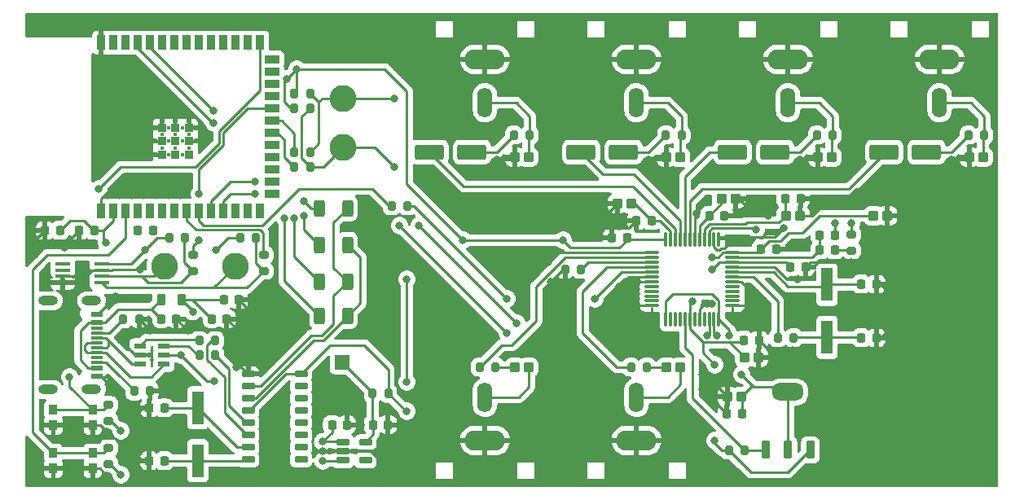
<source format=gtl>
G04 #@! TF.GenerationSoftware,KiCad,Pcbnew,7.0.2*
G04 #@! TF.CreationDate,2023-07-04T15:02:42+02:00*
G04 #@! TF.ProjectId,espboard,65737062-6f61-4726-942e-6b696361645f,rev?*
G04 #@! TF.SameCoordinates,Original*
G04 #@! TF.FileFunction,Copper,L1,Top*
G04 #@! TF.FilePolarity,Positive*
%FSLAX46Y46*%
G04 Gerber Fmt 4.6, Leading zero omitted, Abs format (unit mm)*
G04 Created by KiCad (PCBNEW 7.0.2) date 2023-07-04 15:02:42*
%MOMM*%
%LPD*%
G01*
G04 APERTURE LIST*
G04 Aperture macros list*
%AMRoundRect*
0 Rectangle with rounded corners*
0 $1 Rounding radius*
0 $2 $3 $4 $5 $6 $7 $8 $9 X,Y pos of 4 corners*
0 Add a 4 corners polygon primitive as box body*
4,1,4,$2,$3,$4,$5,$6,$7,$8,$9,$2,$3,0*
0 Add four circle primitives for the rounded corners*
1,1,$1+$1,$2,$3*
1,1,$1+$1,$4,$5*
1,1,$1+$1,$6,$7*
1,1,$1+$1,$8,$9*
0 Add four rect primitives between the rounded corners*
20,1,$1+$1,$2,$3,$4,$5,0*
20,1,$1+$1,$4,$5,$6,$7,0*
20,1,$1+$1,$6,$7,$8,$9,0*
20,1,$1+$1,$8,$9,$2,$3,0*%
G04 Aperture macros list end*
G04 #@! TA.AperFunction,SMDPad,CuDef*
%ADD10RoundRect,0.200000X0.200000X0.275000X-0.200000X0.275000X-0.200000X-0.275000X0.200000X-0.275000X0*%
G04 #@! TD*
G04 #@! TA.AperFunction,ComponentPad*
%ADD11O,4.200000X2.100000*%
G04 #@! TD*
G04 #@! TA.AperFunction,ComponentPad*
%ADD12O,1.550000X3.100000*%
G04 #@! TD*
G04 #@! TA.AperFunction,SMDPad,CuDef*
%ADD13RoundRect,0.250000X0.287500X0.275000X-0.287500X0.275000X-0.287500X-0.275000X0.287500X-0.275000X0*%
G04 #@! TD*
G04 #@! TA.AperFunction,SMDPad,CuDef*
%ADD14RoundRect,0.250000X-1.250000X-0.550000X1.250000X-0.550000X1.250000X0.550000X-1.250000X0.550000X0*%
G04 #@! TD*
G04 #@! TA.AperFunction,ComponentPad*
%ADD15C,2.800000*%
G04 #@! TD*
G04 #@! TA.AperFunction,SMDPad,CuDef*
%ADD16RoundRect,0.225000X-0.225000X-0.250000X0.225000X-0.250000X0.225000X0.250000X-0.225000X0.250000X0*%
G04 #@! TD*
G04 #@! TA.AperFunction,SMDPad,CuDef*
%ADD17RoundRect,0.200000X-0.275000X0.200000X-0.275000X-0.200000X0.275000X-0.200000X0.275000X0.200000X0*%
G04 #@! TD*
G04 #@! TA.AperFunction,SMDPad,CuDef*
%ADD18R,1.524000X0.457200*%
G04 #@! TD*
G04 #@! TA.AperFunction,SMDPad,CuDef*
%ADD19R,0.900000X1.000000*%
G04 #@! TD*
G04 #@! TA.AperFunction,SMDPad,CuDef*
%ADD20RoundRect,0.225000X0.225000X0.250000X-0.225000X0.250000X-0.225000X-0.250000X0.225000X-0.250000X0*%
G04 #@! TD*
G04 #@! TA.AperFunction,SMDPad,CuDef*
%ADD21RoundRect,0.200000X0.275000X-0.200000X0.275000X0.200000X-0.275000X0.200000X-0.275000X-0.200000X0*%
G04 #@! TD*
G04 #@! TA.AperFunction,SMDPad,CuDef*
%ADD22R,1.200000X3.500000*%
G04 #@! TD*
G04 #@! TA.AperFunction,SMDPad,CuDef*
%ADD23RoundRect,0.250000X-0.287500X-0.275000X0.287500X-0.275000X0.287500X0.275000X-0.287500X0.275000X0*%
G04 #@! TD*
G04 #@! TA.AperFunction,SMDPad,CuDef*
%ADD24RoundRect,0.200000X-0.200000X-0.275000X0.200000X-0.275000X0.200000X0.275000X-0.200000X0.275000X0*%
G04 #@! TD*
G04 #@! TA.AperFunction,SMDPad,CuDef*
%ADD25RoundRect,0.250000X-0.312500X-0.625000X0.312500X-0.625000X0.312500X0.625000X-0.312500X0.625000X0*%
G04 #@! TD*
G04 #@! TA.AperFunction,SMDPad,CuDef*
%ADD26RoundRect,0.040600X-0.564400X-0.249400X0.564400X-0.249400X0.564400X0.249400X-0.564400X0.249400X0*%
G04 #@! TD*
G04 #@! TA.AperFunction,SMDPad,CuDef*
%ADD27R,1.250000X0.600000*%
G04 #@! TD*
G04 #@! TA.AperFunction,SMDPad,CuDef*
%ADD28R,1.250000X0.300000*%
G04 #@! TD*
G04 #@! TA.AperFunction,ComponentPad*
%ADD29O,2.000000X1.000000*%
G04 #@! TD*
G04 #@! TA.AperFunction,SMDPad,CuDef*
%ADD30O,1.560000X0.280000*%
G04 #@! TD*
G04 #@! TA.AperFunction,SMDPad,CuDef*
%ADD31O,0.280000X1.560000*%
G04 #@! TD*
G04 #@! TA.AperFunction,SMDPad,CuDef*
%ADD32RoundRect,0.097900X0.347100X-0.807100X0.347100X0.807100X-0.347100X0.807100X-0.347100X-0.807100X0*%
G04 #@! TD*
G04 #@! TA.AperFunction,SMDPad,CuDef*
%ADD33RoundRect,0.724000X0.871000X-0.181000X0.871000X0.181000X-0.871000X0.181000X-0.871000X-0.181000X0*%
G04 #@! TD*
G04 #@! TA.AperFunction,SMDPad,CuDef*
%ADD34RoundRect,0.218750X-0.218750X-0.381250X0.218750X-0.381250X0.218750X0.381250X-0.218750X0.381250X0*%
G04 #@! TD*
G04 #@! TA.AperFunction,SMDPad,CuDef*
%ADD35RoundRect,0.060000X-0.615000X0.240000X-0.615000X-0.240000X0.615000X-0.240000X0.615000X0.240000X0*%
G04 #@! TD*
G04 #@! TA.AperFunction,SMDPad,CuDef*
%ADD36R,0.900000X1.500000*%
G04 #@! TD*
G04 #@! TA.AperFunction,SMDPad,CuDef*
%ADD37R,1.500000X0.900000*%
G04 #@! TD*
G04 #@! TA.AperFunction,SMDPad,CuDef*
%ADD38R,0.900000X0.900000*%
G04 #@! TD*
G04 #@! TA.AperFunction,ComponentPad*
%ADD39C,0.400000*%
G04 #@! TD*
G04 #@! TA.AperFunction,SMDPad,CuDef*
%ADD40RoundRect,0.049600X-0.605400X-0.260400X0.605400X-0.260400X0.605400X0.260400X-0.605400X0.260400X0*%
G04 #@! TD*
G04 #@! TA.AperFunction,SMDPad,CuDef*
%ADD41R,1.500000X1.500000*%
G04 #@! TD*
G04 #@! TA.AperFunction,ViaPad*
%ADD42C,0.800000*%
G04 #@! TD*
G04 #@! TA.AperFunction,Conductor*
%ADD43C,0.250000*%
G04 #@! TD*
G04 APERTURE END LIST*
D10*
G04 #@! TO.P,R11,1*
G04 #@! TO.N,Net-(C24-Pad1)*
X123253000Y-72136000D03*
G04 #@! TO.P,R11,2*
G04 #@! TO.N,Net-(C22-Pad2)*
X121603000Y-72136000D03*
G04 #@! TD*
D11*
G04 #@! TO.P,J3,1*
G04 #@! TO.N,GND*
X134366000Y-103886000D03*
D12*
G04 #@! TO.P,J3,2*
G04 #@! TO.N,Net-(C17-Pad2)*
X134366000Y-99386000D03*
G04 #@! TD*
D13*
G04 #@! TO.P,C24,1*
G04 #@! TO.N,Net-(C24-Pad1)*
X123140500Y-74422000D03*
G04 #@! TO.P,C24,2*
G04 #@! TO.N,GND*
X121715500Y-74422000D03*
G04 #@! TD*
D11*
G04 #@! TO.P,J2,1*
G04 #@! TO.N,GND*
X118618000Y-103886000D03*
D12*
G04 #@! TO.P,J2,2*
G04 #@! TO.N,Net-(C16-Pad2)*
X118618000Y-99386000D03*
G04 #@! TD*
D14*
G04 #@! TO.P,C23,1*
G04 #@! TO.N,vout1*
X128610000Y-73914000D03*
G04 #@! TO.P,C23,2*
G04 #@! TO.N,Net-(C23-Pad2)*
X133010000Y-73914000D03*
G04 #@! TD*
D15*
G04 #@! TO.P,TP4,1,1*
G04 #@! TO.N,I2C1_SCL*
X85320000Y-85740000D03*
G04 #@! TD*
D16*
G04 #@! TO.P,C9,1*
G04 #@! TO.N,Net-(U1-VOUT)*
X106975000Y-102250000D03*
G04 #@! TO.P,C9,2*
G04 #@! TO.N,GND*
X108525000Y-102250000D03*
G04 #@! TD*
D17*
G04 #@! TO.P,R26,1*
G04 #@! TO.N,Net-(U5-IO14)*
X88265000Y-84615000D03*
G04 #@! TO.P,R26,2*
G04 #@! TO.N,I2C1_SCL*
X88265000Y-86265000D03*
G04 #@! TD*
D10*
G04 #@! TO.P,R14,1*
G04 #@! TO.N,Net-(C34-Pad1)*
X154749000Y-72136000D03*
G04 #@! TO.P,R14,2*
G04 #@! TO.N,Net-(C32-Pad2)*
X153099000Y-72136000D03*
G04 #@! TD*
D18*
G04 #@! TO.P,U6,1,NC_2*
G04 #@! TO.N,unconnected-(U6-NC_2-Pad1)*
X74718000Y-85534800D03*
G04 #@! TO.P,U6,2,NC*
G04 #@! TO.N,unconnected-(U6-NC-Pad2)*
X74718000Y-86169800D03*
G04 #@! TO.P,U6,3,A2*
G04 #@! TO.N,GND*
X74718000Y-86830200D03*
G04 #@! TO.P,U6,4,VSS*
X74718000Y-87465200D03*
G04 #@! TO.P,U6,5,SDA*
G04 #@! TO.N,I2C1_SDA*
X78782000Y-87465200D03*
G04 #@! TO.P,U6,6,SCL*
G04 #@! TO.N,I2C1_SCL*
X78782000Y-86830200D03*
G04 #@! TO.P,U6,7,WP*
G04 #@! TO.N,GND*
X78782000Y-86169800D03*
G04 #@! TO.P,U6,8,VCC*
G04 #@! TO.N,+3.3V*
X78782000Y-85534800D03*
G04 #@! TD*
D19*
G04 #@! TO.P,S1,1*
G04 #@! TO.N,GND*
X73750000Y-102300000D03*
G04 #@! TO.P,S1,2*
X77850000Y-102300000D03*
G04 #@! TO.P,S1,3*
G04 #@! TO.N,BOOT*
X73750000Y-100700000D03*
G04 #@! TO.P,S1,4*
X77850000Y-100700000D03*
G04 #@! TD*
D20*
G04 #@! TO.P,C7,1*
G04 #@! TO.N,+3.3V*
X133363000Y-82804000D03*
G04 #@! TO.P,C7,2*
G04 #@! TO.N,GND*
X131813000Y-82804000D03*
G04 #@! TD*
D16*
G04 #@! TO.P,C36,1*
G04 #@! TO.N,+3.3V*
X82537000Y-82042000D03*
G04 #@! TO.P,C36,2*
G04 #@! TO.N,GND*
X84087000Y-82042000D03*
G04 #@! TD*
D21*
G04 #@! TO.P,R29,1*
G04 #@! TO.N,+3.3V*
X79500000Y-101825000D03*
G04 #@! TO.P,R29,2*
G04 #@! TO.N,BOOT*
X79500000Y-100175000D03*
G04 #@! TD*
D22*
G04 #@! TO.P,Y2,1*
G04 #@! TO.N,Net-(U4-XO)*
X88750000Y-106000000D03*
G04 #@! TO.P,Y2,2*
G04 #@! TO.N,Net-(U4-XI)*
X88750000Y-100500000D03*
G04 #@! TD*
D23*
G04 #@! TO.P,C14,1*
G04 #@! TO.N,+3.3V*
X159004000Y-80518000D03*
G04 #@! TO.P,C14,2*
G04 #@! TO.N,GND*
X160429000Y-80518000D03*
G04 #@! TD*
D20*
G04 #@! TO.P,C38,1*
G04 #@! TO.N,+3.3V*
X77991000Y-82042000D03*
G04 #@! TO.P,C38,2*
G04 #@! TO.N,GND*
X76441000Y-82042000D03*
G04 #@! TD*
D23*
G04 #@! TO.P,C5,1*
G04 #@! TO.N,+3.3V*
X145591500Y-95250000D03*
G04 #@! TO.P,C5,2*
G04 #@! TO.N,GND*
X147016500Y-95250000D03*
G04 #@! TD*
D24*
G04 #@! TO.P,R21,1*
G04 #@! TO.N,+3.3V*
X98806000Y-67818000D03*
G04 #@! TO.P,R21,2*
G04 #@! TO.N,I2C0_SDA*
X100456000Y-67818000D03*
G04 #@! TD*
D10*
G04 #@! TO.P,R10,1*
G04 #@! TO.N,Net-(C27-Pad2)*
X150685000Y-93218000D03*
G04 #@! TO.P,R10,2*
G04 #@! TO.N,OSCO*
X149035000Y-93218000D03*
G04 #@! TD*
D25*
G04 #@! TO.P,R18,1*
G04 #@! TO.N,UART1_TX*
X101407500Y-90932000D03*
G04 #@! TO.P,R18,2*
G04 #@! TO.N,Net-(U4-RXD)*
X104332500Y-90932000D03*
G04 #@! TD*
D21*
G04 #@! TO.P,R30,1*
G04 #@! TO.N,+3.3V*
X79500000Y-106325000D03*
G04 #@! TO.P,R30,2*
G04 #@! TO.N,EN*
X79500000Y-104675000D03*
G04 #@! TD*
D26*
G04 #@! TO.P,U3,1,CH1_OUT*
G04 #@! TO.N,Net-(U3-CH1_OUT)*
X82745000Y-94050000D03*
G04 #@! TO.P,U3,2,GND*
G04 #@! TO.N,GND*
X82745000Y-95000000D03*
G04 #@! TO.P,U3,3,CH1_IN*
G04 #@! TO.N,Net-(J1-DN1)*
X82745000Y-95950000D03*
G04 #@! TO.P,U3,4,CH2_IN*
G04 #@! TO.N,Net-(J1-DP1)*
X85255000Y-95950000D03*
G04 #@! TO.P,U3,5,VCC*
G04 #@! TO.N,VBUS*
X85255000Y-95000000D03*
G04 #@! TO.P,U3,6,CH2_OUT*
G04 #@! TO.N,Net-(U3-CH2_OUT)*
X85255000Y-94050000D03*
G04 #@! TD*
D16*
G04 #@! TO.P,C10,1*
G04 #@! TO.N,+3.3V*
X150355000Y-85852000D03*
G04 #@! TO.P,C10,2*
G04 #@! TO.N,GND*
X151905000Y-85852000D03*
G04 #@! TD*
D20*
G04 #@! TO.P,C26,1*
G04 #@! TO.N,+3.3V*
X154953000Y-82550000D03*
G04 #@! TO.P,C26,2*
G04 #@! TO.N,PLL_LF*
X153403000Y-82550000D03*
G04 #@! TD*
D27*
G04 #@! TO.P,J1,A1_B12,GND*
G04 #@! TO.N,GND*
X78295000Y-90780000D03*
G04 #@! TO.P,J1,A4_B9,VBUS*
G04 #@! TO.N,Net-(C8-Pad1)*
X78295000Y-91580000D03*
D28*
G04 #@! TO.P,J1,A5,CC1*
G04 #@! TO.N,Net-(J1-CC1)*
X78295000Y-92730000D03*
G04 #@! TO.P,J1,A6,DP1*
G04 #@! TO.N,Net-(J1-DP1)*
X78295000Y-93730000D03*
G04 #@! TO.P,J1,A7,DN1*
G04 #@! TO.N,Net-(J1-DN1)*
X78295000Y-94230000D03*
G04 #@! TO.P,J1,A8,SBU1*
G04 #@! TO.N,unconnected-(J1-SBU1-PadA8)*
X78295000Y-95230000D03*
D27*
G04 #@! TO.P,J1,B1_A12,GND*
G04 #@! TO.N,GND*
X78295000Y-97180000D03*
G04 #@! TO.P,J1,B4_A9,VBUS*
G04 #@! TO.N,Net-(C8-Pad1)*
X78295000Y-96380000D03*
D28*
G04 #@! TO.P,J1,B5,CC2*
G04 #@! TO.N,Net-(J1-CC2)*
X78295000Y-95730000D03*
G04 #@! TO.P,J1,B6,DP2*
G04 #@! TO.N,Net-(J1-DP1)*
X78295000Y-94730000D03*
G04 #@! TO.P,J1,B7,DN2*
G04 #@! TO.N,Net-(J1-DN1)*
X78295000Y-93230000D03*
G04 #@! TO.P,J1,B8,SBU2*
G04 #@! TO.N,unconnected-(J1-SBU2-PadB8)*
X78295000Y-92230000D03*
D29*
G04 #@! TO.P,J1,S1,SHIELD*
G04 #@! TO.N,Net-(J1-SHIELD-PadS1)*
X73220000Y-89370000D03*
G04 #@! TO.P,J1,S2,SHIELD*
X73220000Y-98590000D03*
G04 #@! TO.P,J1,S3,SHIELD*
X77720000Y-89370000D03*
G04 #@! TO.P,J1,S4,SHIELD*
X77720000Y-98590000D03*
G04 #@! TD*
D24*
G04 #@! TO.P,R23,1*
G04 #@! TO.N,+3.3V*
X93155000Y-82804000D03*
G04 #@! TO.P,R23,2*
G04 #@! TO.N,I2C1_SDA*
X94805000Y-82804000D03*
G04 #@! TD*
G04 #@! TO.P,R9,1*
G04 #@! TO.N,Net-(U3-CH2_OUT)*
X88925000Y-95000000D03*
G04 #@! TO.P,R9,2*
G04 #@! TO.N,Net-(U4-UD+)*
X90575000Y-95000000D03*
G04 #@! TD*
D30*
G04 #@! TO.P,U2,1,AGND*
G04 #@! TO.N,GND*
X135982500Y-84372000D03*
G04 #@! TO.P,U2,2,ADC0*
G04 #@! TO.N,adc1*
X135982500Y-84872000D03*
G04 #@! TO.P,U2,3,ADC_RES*
G04 #@! TO.N,adcRes*
X135982500Y-85372000D03*
G04 #@! TO.P,U2,4,ADC1*
G04 #@! TO.N,adc2*
X135982500Y-85872000D03*
G04 #@! TO.P,U2,5,~{RESET}*
G04 #@! TO.N,ADA_reset*
X135982500Y-86372000D03*
G04 #@! TO.P,U2,6,SELFBOOT*
G04 #@! TO.N,GND*
X135982500Y-86872000D03*
G04 #@! TO.P,U2,7,ADDR0*
X135982500Y-87372000D03*
G04 #@! TO.P,U2,8,MP4*
G04 #@! TO.N,unconnected-(U2-MP4-Pad8)*
X135982500Y-87872000D03*
G04 #@! TO.P,U2,9,MP5*
G04 #@! TO.N,unconnected-(U2-MP5-Pad9)*
X135982500Y-88372000D03*
G04 #@! TO.P,U2,10,MP1*
G04 #@! TO.N,unconnected-(U2-MP1-Pad10)*
X135982500Y-88872000D03*
G04 #@! TO.P,U2,11,MP0*
G04 #@! TO.N,unconnected-(U2-MP0-Pad11)*
X135982500Y-89372000D03*
G04 #@! TO.P,U2,12,DGND*
G04 #@! TO.N,GND*
X135982500Y-89872000D03*
D31*
G04 #@! TO.P,U2,13,DVDD*
G04 #@! TO.N,Net-(C2-Pad1)*
X137412500Y-91302000D03*
G04 #@! TO.P,U2,14,MP7*
G04 #@! TO.N,unconnected-(U2-MP7-Pad14)*
X137912500Y-91302000D03*
G04 #@! TO.P,U2,15,MP6*
G04 #@! TO.N,unconnected-(U2-MP6-Pad15)*
X138412500Y-91302000D03*
G04 #@! TO.P,U2,16,MP10*
G04 #@! TO.N,unconnected-(U2-MP10-Pad16)*
X138912500Y-91302000D03*
G04 #@! TO.P,U2,17,VDRIVE*
G04 #@! TO.N,Net-(U2-VDRIVE)*
X139412500Y-91302000D03*
G04 #@! TO.P,U2,18,IOVDD*
G04 #@! TO.N,+3.3V*
X139912500Y-91302000D03*
G04 #@! TO.P,U2,19,MP11*
G04 #@! TO.N,unconnected-(U2-MP11-Pad19)*
X140412500Y-91302000D03*
G04 #@! TO.P,U2,20,ADDR1/CDATA/WB*
G04 #@! TO.N,GND*
X140912500Y-91302000D03*
G04 #@! TO.P,U2,21,CLATCH/WP*
G04 #@! TO.N,unconnected-(U2-CLATCH{slash}WP-Pad21)*
X141412500Y-91302000D03*
G04 #@! TO.P,U2,22,SDA/COUT*
G04 #@! TO.N,I2C0_SDA*
X141912500Y-91302000D03*
G04 #@! TO.P,U2,23,SCL/CCLK*
G04 #@! TO.N,I2C0_SCL*
X142412500Y-91302000D03*
G04 #@! TO.P,U2,24,DVDD*
G04 #@! TO.N,Net-(C2-Pad1)*
X142912500Y-91302000D03*
D30*
G04 #@! TO.P,U2,25,DGND*
G04 #@! TO.N,GND*
X144342500Y-89872000D03*
G04 #@! TO.P,U2,26,MP9*
G04 #@! TO.N,unconnected-(U2-MP9-Pad26)*
X144342500Y-89372000D03*
G04 #@! TO.P,U2,27,MP8*
G04 #@! TO.N,unconnected-(U2-MP8-Pad27)*
X144342500Y-88872000D03*
G04 #@! TO.P,U2,28,MP3*
G04 #@! TO.N,unconnected-(U2-MP3-Pad28)*
X144342500Y-88372000D03*
G04 #@! TO.P,U2,29,MP2*
G04 #@! TO.N,unconnected-(U2-MP2-Pad29)*
X144342500Y-87872000D03*
G04 #@! TO.P,U2,30,RSVD*
G04 #@! TO.N,GND*
X144342500Y-87372000D03*
G04 #@! TO.P,U2,31,OSCO*
G04 #@! TO.N,OSCO*
X144342500Y-86872000D03*
G04 #@! TO.P,U2,32,MCLKI*
G04 #@! TO.N,MCLKI*
X144342500Y-86372000D03*
G04 #@! TO.P,U2,33,PGND*
G04 #@! TO.N,GND*
X144342500Y-85872000D03*
G04 #@! TO.P,U2,34,PVDD*
G04 #@! TO.N,+3.3V*
X144342500Y-85372000D03*
G04 #@! TO.P,U2,35,PLL_LF*
G04 #@! TO.N,PLL_LF*
X144342500Y-84872000D03*
G04 #@! TO.P,U2,36,AVDD*
G04 #@! TO.N,+3.3V*
X144342500Y-84372000D03*
D31*
G04 #@! TO.P,U2,37,AGND*
G04 #@! TO.N,GND*
X142912500Y-82942000D03*
G04 #@! TO.P,U2,38,PLL_MODE0*
X142412500Y-82942000D03*
G04 #@! TO.P,U2,39,PLL_MODE1*
G04 #@! TO.N,+3.3V*
X141912500Y-82942000D03*
G04 #@! TO.P,U2,40,CM*
G04 #@! TO.N,Net-(U2-CM)*
X141412500Y-82942000D03*
G04 #@! TO.P,U2,41,FILTD*
G04 #@! TO.N,FILTD*
X140912500Y-82942000D03*
G04 #@! TO.P,U2,42,AGND*
G04 #@! TO.N,GND*
X140412500Y-82942000D03*
G04 #@! TO.P,U2,43,VOUT3*
G04 #@! TO.N,vout3*
X139912500Y-82942000D03*
G04 #@! TO.P,U2,44,VOUT2*
G04 #@! TO.N,vout2*
X139412500Y-82942000D03*
G04 #@! TO.P,U2,45,VOUT1*
G04 #@! TO.N,vout1*
X138912500Y-82942000D03*
G04 #@! TO.P,U2,46,VOUT0*
G04 #@! TO.N,vout0*
X138412500Y-82942000D03*
G04 #@! TO.P,U2,47,FILTA*
G04 #@! TO.N,FILTA*
X137912500Y-82942000D03*
G04 #@! TO.P,U2,48,AVDD*
G04 #@! TO.N,+3.3V*
X137412500Y-82942000D03*
G04 #@! TD*
D24*
G04 #@! TO.P,R3,1*
G04 #@! TO.N,Net-(J1-CC2)*
X82175000Y-98750000D03*
G04 #@! TO.P,R3,2*
G04 #@! TO.N,GND*
X83825000Y-98750000D03*
G04 #@! TD*
G04 #@! TO.P,R6,1*
G04 #@! TO.N,adc2*
X133795000Y-96266000D03*
G04 #@! TO.P,R6,2*
G04 #@! TO.N,Net-(C17-Pad1)*
X135445000Y-96266000D03*
G04 #@! TD*
D23*
G04 #@! TO.P,C16,1*
G04 #@! TO.N,Net-(C16-Pad1)*
X121715500Y-96266000D03*
G04 #@! TO.P,C16,2*
G04 #@! TO.N,Net-(C16-Pad2)*
X123140500Y-96266000D03*
G04 #@! TD*
D16*
G04 #@! TO.P,C11,1*
G04 #@! TO.N,Net-(U2-CM)*
X149847000Y-78740000D03*
G04 #@! TO.P,C11,2*
G04 #@! TO.N,GND*
X151397000Y-78740000D03*
G04 #@! TD*
D32*
G04 #@! TO.P,Q1,1*
G04 #@! TO.N,Net-(U2-VDRIVE)*
X147814000Y-104864000D03*
G04 #@! TO.P,Q1,2*
G04 #@! TO.N,Net-(C2-Pad1)*
X150114000Y-104864000D03*
G04 #@! TO.P,Q1,3*
G04 #@! TO.N,+3.3V*
X152414000Y-104864000D03*
D33*
G04 #@! TO.P,Q1,4*
G04 #@! TO.N,Net-(C2-Pad1)*
X150114000Y-98844000D03*
G04 #@! TD*
D10*
G04 #@! TO.P,R7,1*
G04 #@! TO.N,adcRes*
X128587000Y-86106000D03*
G04 #@! TO.P,R7,2*
G04 #@! TO.N,GND*
X126937000Y-86106000D03*
G04 #@! TD*
D24*
G04 #@! TO.P,R25,1*
G04 #@! TO.N,Net-(U5-IO13)*
X98806000Y-73914000D03*
G04 #@! TO.P,R25,2*
G04 #@! TO.N,I2C0_SDA*
X100456000Y-73914000D03*
G04 #@! TD*
G04 #@! TO.P,R4,1*
G04 #@! TO.N,Net-(U1-VOUT)*
X106925000Y-99000000D03*
G04 #@! TO.P,R4,2*
G04 #@! TO.N,+3.3V*
X108575000Y-99000000D03*
G04 #@! TD*
D22*
G04 #@! TO.P,Y1,1*
G04 #@! TO.N,Net-(C27-Pad2)*
X154178000Y-93174000D03*
G04 #@! TO.P,Y1,2*
G04 #@! TO.N,MCLKI*
X154178000Y-87674000D03*
G04 #@! TD*
D34*
G04 #@! TO.P,FB1,1,1*
G04 #@! TO.N,Net-(C8-Pad1)*
X84937500Y-89250000D03*
G04 #@! TO.P,FB1,2,2*
G04 #@! TO.N,VBUS*
X87062500Y-89250000D03*
G04 #@! TD*
D10*
G04 #@! TO.P,R15,1*
G04 #@! TO.N,Net-(C35-Pad1)*
X170497000Y-72136000D03*
G04 #@! TO.P,R15,2*
G04 #@! TO.N,Net-(C33-Pad2)*
X168847000Y-72136000D03*
G04 #@! TD*
D13*
G04 #@! TO.P,C34,1*
G04 #@! TO.N,Net-(C34-Pad1)*
X154636500Y-74422000D03*
G04 #@! TO.P,C34,2*
G04 #@! TO.N,GND*
X153211500Y-74422000D03*
G04 #@! TD*
D20*
G04 #@! TO.P,C37,1*
G04 #@! TO.N,+3.3V*
X74435000Y-82042000D03*
G04 #@! TO.P,C37,2*
G04 #@! TO.N,GND*
X72885000Y-82042000D03*
G04 #@! TD*
D24*
G04 #@! TO.P,R1,1*
G04 #@! TO.N,Net-(J1-CC1)*
X81000000Y-91250000D03*
G04 #@! TO.P,R1,2*
G04 #@! TO.N,GND*
X82650000Y-91250000D03*
G04 #@! TD*
D16*
G04 #@! TO.P,C1,1*
G04 #@! TO.N,VBUS*
X102725000Y-102250000D03*
G04 #@! TO.P,C1,2*
G04 #@! TO.N,GND*
X104275000Y-102250000D03*
G04 #@! TD*
D35*
G04 #@! TO.P,U1,1,VIN*
G04 #@! TO.N,VBUS*
X103815000Y-104050000D03*
G04 #@! TO.P,U1,2,GND*
G04 #@! TO.N,GND*
X103815000Y-105000000D03*
G04 #@! TO.P,U1,3,EN*
G04 #@! TO.N,VBUS*
X103815000Y-105950000D03*
G04 #@! TO.P,U1,4*
G04 #@! TO.N,N/C*
X106185000Y-105950000D03*
G04 #@! TO.P,U1,5,VOUT*
G04 #@! TO.N,Net-(U1-VOUT)*
X106185000Y-104050000D03*
G04 #@! TD*
D24*
G04 #@! TO.P,R8,1*
G04 #@! TO.N,Net-(U3-CH1_OUT)*
X88925000Y-93500000D03*
G04 #@! TO.P,R8,2*
G04 #@! TO.N,Net-(U4-UD-)*
X90575000Y-93500000D03*
G04 #@! TD*
D36*
G04 #@! TO.P,U5,1,GND*
G04 #@! TO.N,GND*
X78720000Y-80018000D03*
G04 #@! TO.P,U5,2,3V3*
G04 #@! TO.N,+3.3V*
X79990000Y-80018000D03*
G04 #@! TO.P,U5,3,EN*
G04 #@! TO.N,EN*
X81260000Y-80018000D03*
G04 #@! TO.P,U5,4,IO4*
G04 #@! TO.N,unconnected-(U5-IO4-Pad4)*
X82530000Y-80018000D03*
G04 #@! TO.P,U5,5,IO5*
G04 #@! TO.N,unconnected-(U5-IO5-Pad5)*
X83800000Y-80018000D03*
G04 #@! TO.P,U5,6,IO6*
G04 #@! TO.N,unconnected-(U5-IO6-Pad6)*
X85070000Y-80018000D03*
G04 #@! TO.P,U5,7,IO7*
G04 #@! TO.N,unconnected-(U5-IO7-Pad7)*
X86340000Y-80018000D03*
G04 #@! TO.P,U5,8,IO15*
G04 #@! TO.N,Net-(U5-IO15)*
X87610000Y-80018000D03*
G04 #@! TO.P,U5,9,IO16*
G04 #@! TO.N,Net-(U5-IO16)*
X88880000Y-80018000D03*
G04 #@! TO.P,U5,10,IO17*
G04 #@! TO.N,UART1_RX*
X90150000Y-80018000D03*
G04 #@! TO.P,U5,11,IO18*
G04 #@! TO.N,UART1_TX*
X91420000Y-80018000D03*
G04 #@! TO.P,U5,12,IO8*
G04 #@! TO.N,unconnected-(U5-IO8-Pad12)*
X92690000Y-80018000D03*
G04 #@! TO.P,U5,13,IO19*
G04 #@! TO.N,unconnected-(U5-IO19-Pad13)*
X93960000Y-80018000D03*
G04 #@! TO.P,U5,14,IO20*
G04 #@! TO.N,unconnected-(U5-IO20-Pad14)*
X95230000Y-80018000D03*
D37*
G04 #@! TO.P,U5,15,IO3*
G04 #@! TO.N,unconnected-(U5-IO3-Pad15)*
X96480000Y-78253000D03*
G04 #@! TO.P,U5,16,IO46*
G04 #@! TO.N,unconnected-(U5-IO46-Pad16)*
X96480000Y-76983000D03*
G04 #@! TO.P,U5,17,IO9*
G04 #@! TO.N,unconnected-(U5-IO9-Pad17)*
X96480000Y-75713000D03*
G04 #@! TO.P,U5,18,IO10*
G04 #@! TO.N,unconnected-(U5-IO10-Pad18)*
X96480000Y-74443000D03*
G04 #@! TO.P,U5,19,IO11*
G04 #@! TO.N,unconnected-(U5-IO11-Pad19)*
X96480000Y-73173000D03*
G04 #@! TO.P,U5,20,IO12*
G04 #@! TO.N,Net-(U5-IO12)*
X96480000Y-71903000D03*
G04 #@! TO.P,U5,21,IO13*
G04 #@! TO.N,Net-(U5-IO13)*
X96480000Y-70633000D03*
G04 #@! TO.P,U5,22,IO14*
G04 #@! TO.N,Net-(U5-IO14)*
X96480000Y-69363000D03*
G04 #@! TO.P,U5,23,IO21*
G04 #@! TO.N,unconnected-(U5-IO21-Pad23)*
X96480000Y-68093000D03*
G04 #@! TO.P,U5,24,IO47*
G04 #@! TO.N,unconnected-(U5-IO47-Pad24)*
X96480000Y-66823000D03*
G04 #@! TO.P,U5,25,IO48*
G04 #@! TO.N,unconnected-(U5-IO48-Pad25)*
X96480000Y-65553000D03*
G04 #@! TO.P,U5,26,IO45*
G04 #@! TO.N,unconnected-(U5-IO45-Pad26)*
X96480000Y-64283000D03*
D36*
G04 #@! TO.P,U5,27,IO0*
G04 #@! TO.N,BOOT*
X95230000Y-62518000D03*
G04 #@! TO.P,U5,28,IO35*
G04 #@! TO.N,unconnected-(U5-IO35-Pad28)*
X93960000Y-62518000D03*
G04 #@! TO.P,U5,29,IO36*
G04 #@! TO.N,unconnected-(U5-IO36-Pad29)*
X92690000Y-62518000D03*
G04 #@! TO.P,U5,30,IO37*
G04 #@! TO.N,unconnected-(U5-IO37-Pad30)*
X91420000Y-62518000D03*
G04 #@! TO.P,U5,31,IO38*
G04 #@! TO.N,unconnected-(U5-IO38-Pad31)*
X90150000Y-62518000D03*
G04 #@! TO.P,U5,32,IO39*
G04 #@! TO.N,unconnected-(U5-IO39-Pad32)*
X88880000Y-62518000D03*
G04 #@! TO.P,U5,33,IO40*
G04 #@! TO.N,unconnected-(U5-IO40-Pad33)*
X87610000Y-62518000D03*
G04 #@! TO.P,U5,34,IO41*
G04 #@! TO.N,unconnected-(U5-IO41-Pad34)*
X86340000Y-62518000D03*
G04 #@! TO.P,U5,35,IO42*
G04 #@! TO.N,unconnected-(U5-IO42-Pad35)*
X85070000Y-62518000D03*
G04 #@! TO.P,U5,36,RXD0*
G04 #@! TO.N,UART0_TX*
X83800000Y-62518000D03*
G04 #@! TO.P,U5,37,TXD0*
G04 #@! TO.N,UART0_RX*
X82530000Y-62518000D03*
G04 #@! TO.P,U5,38,IO2*
G04 #@! TO.N,unconnected-(U5-IO2-Pad38)*
X81260000Y-62518000D03*
G04 #@! TO.P,U5,39,IO1*
G04 #@! TO.N,unconnected-(U5-IO1-Pad39)*
X79990000Y-62518000D03*
G04 #@! TO.P,U5,40,GND*
G04 #@! TO.N,GND*
X78720000Y-62518000D03*
D38*
G04 #@! TO.P,U5,41_1,GND*
X86440000Y-72768000D03*
G04 #@! TO.P,U5,41_2,GND*
X86440000Y-74168000D03*
G04 #@! TO.P,U5,41_3,GND*
X86440000Y-71368000D03*
G04 #@! TO.P,U5,41_4,GND*
X87840000Y-74168000D03*
G04 #@! TO.P,U5,41_5,GND*
X87840000Y-72768000D03*
G04 #@! TO.P,U5,41_6,GND*
X87840000Y-71368000D03*
G04 #@! TO.P,U5,41_7,GND*
X85040000Y-74168000D03*
G04 #@! TO.P,U5,41_8,GND*
X85040000Y-72768000D03*
G04 #@! TO.P,U5,41_9,GND*
X85040000Y-71368000D03*
D39*
G04 #@! TO.P,U5,41_10*
G04 #@! TO.N,N/C*
X85740000Y-72768000D03*
G04 #@! TO.P,U5,41_11*
X85740000Y-74168000D03*
G04 #@! TO.P,U5,41_12*
X85740000Y-71368000D03*
G04 #@! TO.P,U5,41_13*
X87140000Y-74168000D03*
G04 #@! TO.P,U5,41_14*
X87140000Y-72768000D03*
G04 #@! TO.P,U5,41_15*
X87140000Y-71368000D03*
G04 #@! TO.P,U5,41_16*
X85040000Y-73468000D03*
G04 #@! TO.P,U5,41_17*
X85040000Y-72068000D03*
G04 #@! TO.P,U5,41_18*
X86440000Y-73468000D03*
G04 #@! TO.P,U5,41_19*
X86440000Y-72068000D03*
G04 #@! TO.P,U5,41_20*
X87840000Y-73468000D03*
G04 #@! TO.P,U5,41_21*
X87840000Y-72068000D03*
G04 #@! TD*
D25*
G04 #@! TO.P,R19,1*
G04 #@! TO.N,UART1_RX*
X101407500Y-87376000D03*
G04 #@! TO.P,R19,2*
G04 #@! TO.N,Net-(U4-TXD)*
X104332500Y-87376000D03*
G04 #@! TD*
D11*
G04 #@! TO.P,J7,1*
G04 #@! TO.N,GND*
X165862000Y-64262000D03*
D12*
G04 #@! TO.P,J7,2*
G04 #@! TO.N,Net-(C35-Pad1)*
X165862000Y-68762000D03*
G04 #@! TD*
D20*
G04 #@! TO.P,C4,1*
G04 #@! TO.N,GND*
X147079000Y-93472000D03*
G04 #@! TO.P,C4,2*
G04 #@! TO.N,+3.3V*
X145529000Y-93472000D03*
G04 #@! TD*
D13*
G04 #@! TO.P,C35,1*
G04 #@! TO.N,Net-(C35-Pad1)*
X170384500Y-74422000D03*
G04 #@! TO.P,C35,2*
G04 #@! TO.N,GND*
X168959500Y-74422000D03*
G04 #@! TD*
D23*
G04 #@! TO.P,C13,1*
G04 #@! TO.N,Net-(U2-CM)*
X149909500Y-80518000D03*
G04 #@! TO.P,C13,2*
G04 #@! TO.N,GND*
X151334500Y-80518000D03*
G04 #@! TD*
D24*
G04 #@! TO.P,R2,1*
G04 #@! TO.N,+3.3V*
X143955000Y-104902000D03*
G04 #@! TO.P,R2,2*
G04 #@! TO.N,Net-(U2-VDRIVE)*
X145605000Y-104902000D03*
G04 #@! TD*
D14*
G04 #@! TO.P,C32,1*
G04 #@! TO.N,vout2*
X144358000Y-73914000D03*
G04 #@! TO.P,C32,2*
G04 #@! TO.N,Net-(C32-Pad2)*
X148758000Y-73914000D03*
G04 #@! TD*
D23*
G04 #@! TO.P,C21,1*
G04 #@! TO.N,FILTD*
X143256000Y-78740000D03*
G04 #@! TO.P,C21,2*
G04 #@! TO.N,GND*
X144681000Y-78740000D03*
G04 #@! TD*
D16*
G04 #@! TO.P,C12,1*
G04 #@! TO.N,VBUS*
X90225000Y-91250000D03*
G04 #@! TO.P,C12,2*
G04 #@! TO.N,GND*
X91775000Y-91250000D03*
G04 #@! TD*
D23*
G04 #@! TO.P,C17,1*
G04 #@! TO.N,Net-(C17-Pad1)*
X137463500Y-96266000D03*
G04 #@! TO.P,C17,2*
G04 #@! TO.N,Net-(C17-Pad2)*
X138888500Y-96266000D03*
G04 #@! TD*
D16*
G04 #@! TO.P,C30,1*
G04 #@! TO.N,GND*
X83725000Y-106000000D03*
G04 #@! TO.P,C30,2*
G04 #@! TO.N,Net-(U4-XO)*
X85275000Y-106000000D03*
G04 #@! TD*
D24*
G04 #@! TO.P,R20,1*
G04 #@! TO.N,+3.3V*
X98806000Y-69342000D03*
G04 #@! TO.P,R20,2*
G04 #@! TO.N,I2C0_SCL*
X100456000Y-69342000D03*
G04 #@! TD*
G04 #@! TO.P,R5,1*
G04 #@! TO.N,adc1*
X118047000Y-96266000D03*
G04 #@! TO.P,R5,2*
G04 #@! TO.N,Net-(C16-Pad1)*
X119697000Y-96266000D03*
G04 #@! TD*
D13*
G04 #@! TO.P,C20,1*
G04 #@! TO.N,FILTA*
X133808500Y-79248000D03*
G04 #@! TO.P,C20,2*
G04 #@! TO.N,GND*
X132383500Y-79248000D03*
G04 #@! TD*
D14*
G04 #@! TO.P,C33,1*
G04 #@! TO.N,vout3*
X160106000Y-73914000D03*
G04 #@! TO.P,C33,2*
G04 #@! TO.N,Net-(C33-Pad2)*
X164506000Y-73914000D03*
G04 #@! TD*
D24*
G04 #@! TO.P,R22,1*
G04 #@! TO.N,+3.3V*
X85789000Y-82804000D03*
G04 #@! TO.P,R22,2*
G04 #@! TO.N,I2C1_SCL*
X87439000Y-82804000D03*
G04 #@! TD*
D15*
G04 #@! TO.P,TP2,1,1*
G04 #@! TO.N,I2C0_SCL*
X103886000Y-73406000D03*
G04 #@! TD*
D17*
G04 #@! TO.P,R13,1*
G04 #@! TO.N,+3.3V*
X156718000Y-82487000D03*
G04 #@! TO.P,R13,2*
G04 #@! TO.N,Net-(C29-Pad1)*
X156718000Y-84137000D03*
G04 #@! TD*
D40*
G04 #@! TO.P,U4,1,GND*
G04 #@! TO.N,GND*
X94000000Y-96980000D03*
G04 #@! TO.P,U4,2,TXD*
G04 #@! TO.N,Net-(U4-TXD)*
X94000000Y-98250000D03*
G04 #@! TO.P,U4,3,RXD*
G04 #@! TO.N,Net-(U4-RXD)*
X94000000Y-99520000D03*
G04 #@! TO.P,U4,4,V3*
G04 #@! TO.N,+3.3V*
X94000000Y-100790000D03*
G04 #@! TO.P,U4,5,UD+*
G04 #@! TO.N,Net-(U4-UD+)*
X94000000Y-102060000D03*
G04 #@! TO.P,U4,6,UD-*
G04 #@! TO.N,Net-(U4-UD-)*
X94000000Y-103330000D03*
G04 #@! TO.P,U4,7,XI*
G04 #@! TO.N,Net-(U4-XI)*
X94000000Y-104600000D03*
G04 #@! TO.P,U4,8,XO*
G04 #@! TO.N,Net-(U4-XO)*
X94000000Y-105870000D03*
G04 #@! TO.P,U4,9,~{CTS}*
G04 #@! TO.N,unconnected-(U4-~{CTS}-Pad9)*
X99500000Y-105870000D03*
G04 #@! TO.P,U4,10,~{DSR}*
G04 #@! TO.N,unconnected-(U4-~{DSR}-Pad10)*
X99500000Y-104600000D03*
G04 #@! TO.P,U4,11,~{RI}*
G04 #@! TO.N,unconnected-(U4-~{RI}-Pad11)*
X99500000Y-103330000D03*
G04 #@! TO.P,U4,12,~{DCD}*
G04 #@! TO.N,unconnected-(U4-~{DCD}-Pad12)*
X99500000Y-102060000D03*
G04 #@! TO.P,U4,13,~{DTR}*
G04 #@! TO.N,DTR*
X99500000Y-100790000D03*
G04 #@! TO.P,U4,14,~{RTS}*
G04 #@! TO.N,RTS*
X99500000Y-99520000D03*
G04 #@! TO.P,U4,15,RS232*
G04 #@! TO.N,unconnected-(U4-RS232-Pad15)*
X99500000Y-98250000D03*
G04 #@! TO.P,U4,16,VCC*
G04 #@! TO.N,+3.3V*
X99500000Y-96980000D03*
G04 #@! TD*
D15*
G04 #@! TO.P,TP3,1,1*
G04 #@! TO.N,I2C0_SDA*
X103886000Y-68326000D03*
G04 #@! TD*
D16*
G04 #@! TO.P,C19,1*
G04 #@! TO.N,FILTD*
X141923500Y-80518000D03*
G04 #@! TO.P,C19,2*
G04 #@! TO.N,GND*
X143473500Y-80518000D03*
G04 #@! TD*
D20*
G04 #@! TO.P,C18,1*
G04 #@! TO.N,FILTA*
X135903000Y-81026000D03*
G04 #@! TO.P,C18,2*
G04 #@! TO.N,GND*
X134353000Y-81026000D03*
G04 #@! TD*
D25*
G04 #@! TO.P,R17,1*
G04 #@! TO.N,UART0_RX*
X101407500Y-83554000D03*
G04 #@! TO.P,R17,2*
G04 #@! TO.N,Net-(U4-RXD)*
X104332500Y-83554000D03*
G04 #@! TD*
D16*
G04 #@! TO.P,C3,1*
G04 #@! TO.N,GND*
X143751000Y-101092000D03*
G04 #@! TO.P,C3,2*
G04 #@! TO.N,Net-(C2-Pad1)*
X145301000Y-101092000D03*
G04 #@! TD*
D11*
G04 #@! TO.P,J6,1*
G04 #@! TO.N,GND*
X150114000Y-64262000D03*
D12*
G04 #@! TO.P,J6,2*
G04 #@! TO.N,Net-(C34-Pad1)*
X150114000Y-68762000D03*
G04 #@! TD*
D20*
G04 #@! TO.P,C29,1*
G04 #@! TO.N,Net-(C29-Pad1)*
X154953000Y-84074000D03*
G04 #@! TO.P,C29,2*
G04 #@! TO.N,PLL_LF*
X153403000Y-84074000D03*
G04 #@! TD*
D24*
G04 #@! TO.P,R28,1*
G04 #@! TO.N,Net-(U5-IO16)*
X108903000Y-79502000D03*
G04 #@! TO.P,R28,2*
G04 #@! TO.N,ADA_reset*
X110553000Y-79502000D03*
G04 #@! TD*
D19*
G04 #@! TO.P,S2,1*
G04 #@! TO.N,GND*
X73750000Y-106800000D03*
G04 #@! TO.P,S2,2*
X77850000Y-106800000D03*
G04 #@! TO.P,S2,3*
G04 #@! TO.N,EN*
X73750000Y-105200000D03*
G04 #@! TO.P,S2,4*
X77850000Y-105200000D03*
G04 #@! TD*
D41*
G04 #@! TO.P,TP1,1,1*
G04 #@! TO.N,Net-(U1-VOUT)*
X103750000Y-95750000D03*
G04 #@! TD*
D25*
G04 #@! TO.P,R16,1*
G04 #@! TO.N,UART0_TX*
X101407500Y-79756000D03*
G04 #@! TO.P,R16,2*
G04 #@! TO.N,Net-(U4-TXD)*
X104332500Y-79756000D03*
G04 #@! TD*
D11*
G04 #@! TO.P,J4,1*
G04 #@! TO.N,GND*
X118618000Y-64262000D03*
D12*
G04 #@! TO.P,J4,2*
G04 #@! TO.N,Net-(C24-Pad1)*
X118618000Y-68762000D03*
G04 #@! TD*
D14*
G04 #@! TO.P,C22,1*
G04 #@! TO.N,vout0*
X112862000Y-73914000D03*
G04 #@! TO.P,C22,2*
G04 #@! TO.N,Net-(C22-Pad2)*
X117262000Y-73914000D03*
G04 #@! TD*
D13*
G04 #@! TO.P,C25,1*
G04 #@! TO.N,Net-(C25-Pad1)*
X138888500Y-74422000D03*
G04 #@! TO.P,C25,2*
G04 #@! TO.N,GND*
X137463500Y-74422000D03*
G04 #@! TD*
D16*
G04 #@! TO.P,C31,1*
G04 #@! TO.N,GND*
X83725000Y-100500000D03*
G04 #@! TO.P,C31,2*
G04 #@! TO.N,Net-(U4-XI)*
X85275000Y-100500000D03*
G04 #@! TD*
D11*
G04 #@! TO.P,J5,1*
G04 #@! TO.N,GND*
X134366000Y-64262000D03*
D12*
G04 #@! TO.P,J5,2*
G04 #@! TO.N,Net-(C25-Pad1)*
X134366000Y-68762000D03*
G04 #@! TD*
D17*
G04 #@! TO.P,R27,1*
G04 #@! TO.N,Net-(U5-IO15)*
X95655000Y-84615000D03*
G04 #@! TO.P,R27,2*
G04 #@! TO.N,I2C1_SDA*
X95655000Y-86265000D03*
G04 #@! TD*
D20*
G04 #@! TO.P,C27,1*
G04 #@! TO.N,GND*
X159271000Y-93218000D03*
G04 #@! TO.P,C27,2*
G04 #@! TO.N,Net-(C27-Pad2)*
X157721000Y-93218000D03*
G04 #@! TD*
D16*
G04 #@! TO.P,C6,1*
G04 #@! TO.N,+3.3V*
X147307000Y-83997800D03*
G04 #@! TO.P,C6,2*
G04 #@! TO.N,GND*
X148857000Y-83997800D03*
G04 #@! TD*
D15*
G04 #@! TO.P,TP5,1,1*
G04 #@! TO.N,I2C1_SDA*
X92710000Y-85740000D03*
G04 #@! TD*
D16*
G04 #@! TO.P,C8,1*
G04 #@! TO.N,Net-(C8-Pad1)*
X84975000Y-91250000D03*
G04 #@! TO.P,C8,2*
G04 #@! TO.N,GND*
X86525000Y-91250000D03*
G04 #@! TD*
D20*
G04 #@! TO.P,C28,1*
G04 #@! TO.N,GND*
X159271000Y-87630000D03*
G04 #@! TO.P,C28,2*
G04 #@! TO.N,MCLKI*
X157721000Y-87630000D03*
G04 #@! TD*
D24*
G04 #@! TO.P,R24,1*
G04 #@! TO.N,Net-(U5-IO12)*
X98806000Y-75438000D03*
G04 #@! TO.P,R24,2*
G04 #@! TO.N,I2C0_SCL*
X100456000Y-75438000D03*
G04 #@! TD*
D10*
G04 #@! TO.P,R12,1*
G04 #@! TO.N,Net-(C25-Pad1)*
X139064000Y-72136000D03*
G04 #@! TO.P,R12,2*
G04 #@! TO.N,Net-(C23-Pad2)*
X137414000Y-72136000D03*
G04 #@! TD*
D16*
G04 #@! TO.P,C15,1*
G04 #@! TO.N,VBUS*
X91475000Y-89250000D03*
G04 #@! TO.P,C15,2*
G04 #@! TO.N,GND*
X93025000Y-89250000D03*
G04 #@! TD*
D13*
G04 #@! TO.P,C2,1*
G04 #@! TO.N,Net-(C2-Pad1)*
X145238500Y-99314000D03*
G04 #@! TO.P,C2,2*
G04 #@! TO.N,GND*
X143813500Y-99314000D03*
G04 #@! TD*
D42*
G04 #@! TO.N,+3.3V*
X140208000Y-89408000D03*
X142240000Y-84836000D03*
X110490000Y-97790000D03*
X80772000Y-107442000D03*
X110490000Y-100838000D03*
X99060000Y-65278000D03*
X142494000Y-96012000D03*
X83312000Y-84074000D03*
X80772000Y-102870000D03*
X126746000Y-83058000D03*
X146812000Y-81967500D03*
X110490000Y-87122000D03*
X90678000Y-84074000D03*
X142240000Y-86106000D03*
X79248000Y-83312000D03*
X98044000Y-66294000D03*
X142494000Y-103886000D03*
X156718000Y-81280000D03*
X116332000Y-83058000D03*
X154953000Y-81280000D03*
G04 #@! TO.N,Net-(C2-Pad1)*
X145288000Y-97028000D03*
X144018000Y-92964000D03*
G04 #@! TO.N,I2C0_SCL*
X109220000Y-75438000D03*
X120904000Y-92710000D03*
X109728000Y-81534000D03*
X142748000Y-92964000D03*
G04 #@! TO.N,I2C0_SDA*
X111760000Y-81534000D03*
X141732000Y-92964000D03*
X109220000Y-68326000D03*
X121920000Y-91694000D03*
G04 #@! TO.N,GND*
X78740000Y-64770000D03*
X71882000Y-84582000D03*
X83750000Y-92500000D03*
X125476000Y-87376000D03*
X94250000Y-90750000D03*
X146050000Y-83312000D03*
X82250000Y-105250000D03*
X167132000Y-74676000D03*
X148082000Y-79502000D03*
X158242000Y-78994000D03*
X158242000Y-77724000D03*
X132588000Y-89916000D03*
X156718000Y-85344000D03*
X79300000Y-103000000D03*
X101750000Y-105000000D03*
X87750000Y-92500000D03*
X149627734Y-81816102D03*
X146004500Y-88138000D03*
X132588000Y-88900000D03*
X74930000Y-83820000D03*
X162052000Y-80518000D03*
X79750000Y-98250000D03*
X107750000Y-106000000D03*
X148082000Y-80518000D03*
X150622000Y-95758000D03*
X110000000Y-102250000D03*
X141224000Y-97028000D03*
X128270000Y-82550000D03*
X82735088Y-86105700D03*
X160528000Y-88392000D03*
X82250000Y-101250000D03*
X119888000Y-74676000D03*
X86000000Y-97500000D03*
X151130000Y-87159500D03*
X150368000Y-83820000D03*
X93000000Y-92500000D03*
X80264000Y-88900000D03*
X92750000Y-96250000D03*
X146004500Y-89916000D03*
X151384000Y-74676000D03*
X140637000Y-80264000D03*
X129794000Y-81788000D03*
X160528000Y-92456000D03*
X141224000Y-98552000D03*
X150622000Y-94488000D03*
X80750000Y-93500000D03*
X142188000Y-89662000D03*
X105750000Y-102250000D03*
X79300000Y-107500000D03*
X80518000Y-77724000D03*
X132588000Y-87884000D03*
X129794000Y-80518000D03*
X135636000Y-74676000D03*
X125222000Y-85344000D03*
G04 #@! TO.N,BOOT*
X78486000Y-77724000D03*
X75438000Y-97282000D03*
G04 #@! TO.N,VBUS*
X101750000Y-104000000D03*
X90500000Y-97750000D03*
X101750000Y-106000000D03*
X87000000Y-95000000D03*
X88250000Y-90500000D03*
G04 #@! TO.N,ADA_reset*
X120904000Y-89154000D03*
X130048000Y-89154000D03*
G04 #@! TO.N,UART1_RX*
X98806000Y-80772000D03*
X94742000Y-76962000D03*
G04 #@! TO.N,UART1_TX*
X97790000Y-80772000D03*
X94742000Y-78232000D03*
G04 #@! TO.N,UART0_TX*
X90424000Y-69596000D03*
X99822000Y-78994000D03*
G04 #@! TO.N,UART0_RX*
X90424000Y-70866000D03*
X99822000Y-80518000D03*
G04 #@! TO.N,Net-(U5-IO14)*
X88900000Y-78232000D03*
X88900000Y-83058000D03*
G04 #@! TD*
D43*
G04 #@! TO.N,+3.3V*
X146241000Y-107188000D02*
X150090000Y-107188000D01*
X143955000Y-104902000D02*
X146241000Y-107188000D01*
X150090000Y-107188000D02*
X152414000Y-104864000D01*
X78966000Y-83030000D02*
X79248000Y-83312000D01*
X79990000Y-81018000D02*
X79990000Y-80018000D01*
X133363000Y-83045000D02*
X132588000Y-83820000D01*
X145312000Y-93689000D02*
X145529000Y-93472000D01*
X79655000Y-106325000D02*
X80772000Y-107442000D01*
X148162300Y-83142500D02*
X147307000Y-83997800D01*
X142876396Y-84836000D02*
X143340396Y-84372000D01*
X146812000Y-81967500D02*
X146670500Y-81826000D01*
X98425000Y-69342000D02*
X98806000Y-69342000D01*
X142974000Y-85372000D02*
X144342500Y-85372000D01*
X98044000Y-66294000D02*
X99060000Y-65278000D01*
X154953000Y-81280000D02*
X154953000Y-82550000D01*
X150173141Y-82296000D02*
X149326641Y-83142500D01*
X139912500Y-92332000D02*
X141269500Y-93689000D01*
X94125564Y-100790000D02*
X97935564Y-96980000D01*
X90678000Y-84074000D02*
X91948000Y-82804000D01*
X91948000Y-82804000D02*
X93155000Y-82804000D01*
X139912500Y-89703500D02*
X140208000Y-89408000D01*
X106070000Y-93990000D02*
X102490000Y-93990000D01*
X79500000Y-101825000D02*
X79727000Y-101825000D01*
X144030500Y-93689000D02*
X145591500Y-95250000D01*
X110490000Y-100838000D02*
X110413000Y-100838000D01*
X78966000Y-82042000D02*
X79990000Y-81018000D01*
X142974000Y-85372000D02*
X142240000Y-86106000D01*
X84582000Y-82804000D02*
X85789000Y-82804000D01*
X79500000Y-106325000D02*
X79655000Y-106325000D01*
X108575000Y-99000000D02*
X108575000Y-96495000D01*
X75451000Y-81026000D02*
X74435000Y-82042000D01*
X142230891Y-81826000D02*
X141912500Y-82144391D01*
X81851200Y-85534800D02*
X83312000Y-84074000D01*
X156718000Y-81280000D02*
X156718000Y-82487000D01*
X133363000Y-83058000D02*
X133479000Y-82942000D01*
X144342500Y-84372000D02*
X146932800Y-84372000D01*
X141269500Y-93689000D02*
X144030500Y-93689000D01*
X98806000Y-67818000D02*
X99060000Y-67564000D01*
X141269500Y-94787500D02*
X141269500Y-93689000D01*
X142240000Y-84836000D02*
X142876396Y-84836000D01*
X97790000Y-66548000D02*
X97790000Y-68707000D01*
X133363000Y-82804000D02*
X133363000Y-83045000D01*
X94000000Y-100790000D02*
X94125564Y-100790000D01*
X150355000Y-85852000D02*
X149875000Y-85372000D01*
X77991000Y-82042000D02*
X78966000Y-82042000D01*
X116332000Y-83058000D02*
X126746000Y-83058000D01*
X99060000Y-65278000D02*
X108204000Y-65278000D01*
X110490000Y-67564000D02*
X110490000Y-77216000D01*
X108204000Y-65278000D02*
X110490000Y-67564000D01*
X142494000Y-104140000D02*
X143256000Y-104902000D01*
X110490000Y-77216000D02*
X116332000Y-83058000D01*
X143340396Y-84372000D02*
X144342500Y-84372000D01*
X127508000Y-83820000D02*
X126746000Y-83058000D01*
X143256000Y-104902000D02*
X143955000Y-104902000D01*
X78782000Y-85534800D02*
X81851200Y-85534800D01*
X142494000Y-96012000D02*
X141269500Y-94787500D01*
X97790000Y-68707000D02*
X98425000Y-69342000D01*
X141912500Y-82144391D02*
X141912500Y-82942000D01*
X99060000Y-67564000D02*
X99060000Y-65278000D01*
X97935564Y-96980000D02*
X99500000Y-96980000D01*
X98044000Y-66294000D02*
X97790000Y-66548000D01*
X159004000Y-80518000D02*
X153416000Y-80518000D01*
X142494000Y-103886000D02*
X142494000Y-104140000D01*
X77978000Y-82042000D02*
X76962000Y-81026000D01*
X110413000Y-100838000D02*
X108575000Y-99000000D01*
X102490000Y-93990000D02*
X99500000Y-96980000D01*
X153416000Y-80518000D02*
X151638000Y-82296000D01*
X146932800Y-84372000D02*
X147307000Y-83997800D01*
X146670500Y-81826000D02*
X142230891Y-81826000D01*
X77991000Y-82042000D02*
X77978000Y-82042000D01*
X110490000Y-87122000D02*
X110490000Y-97790000D01*
X79727000Y-101825000D02*
X80772000Y-102870000D01*
X151638000Y-82296000D02*
X150173141Y-82296000D01*
X108575000Y-96495000D02*
X106070000Y-93990000D01*
X78966000Y-82042000D02*
X78966000Y-83030000D01*
X149875000Y-85372000D02*
X144342500Y-85372000D01*
X76962000Y-81026000D02*
X75451000Y-81026000D01*
X83312000Y-84074000D02*
X84582000Y-82804000D01*
X139912500Y-91302000D02*
X139912500Y-89703500D01*
X132588000Y-83820000D02*
X127508000Y-83820000D01*
X139912500Y-91302000D02*
X139912500Y-92332000D01*
X141269500Y-93689000D02*
X145312000Y-93689000D01*
X133479000Y-82942000D02*
X137412500Y-82942000D01*
X149326641Y-83142500D02*
X148162300Y-83142500D01*
G04 #@! TO.N,EN*
X73750000Y-105200000D02*
X77850000Y-105200000D01*
X78975000Y-105200000D02*
X79500000Y-104675000D01*
X77850000Y-105200000D02*
X78975000Y-105200000D01*
X73152000Y-84582000D02*
X71628000Y-86106000D01*
X71628000Y-86106000D02*
X71628000Y-103078000D01*
X81260000Y-80018000D02*
X81260000Y-82824000D01*
X81260000Y-82824000D02*
X79502000Y-84582000D01*
X71628000Y-103078000D02*
X73750000Y-105200000D01*
X79502000Y-84582000D02*
X73152000Y-84582000D01*
G04 #@! TO.N,Net-(C2-Pad1)*
X138176000Y-88646000D02*
X142240000Y-88646000D01*
X146558000Y-98298000D02*
X146812000Y-98298000D01*
X145238500Y-99314000D02*
X146254500Y-98298000D01*
X146812000Y-98298000D02*
X149568000Y-98298000D01*
X150114000Y-98844000D02*
X150114000Y-104864000D01*
X146254500Y-98298000D02*
X146812000Y-98298000D01*
X149568000Y-98298000D02*
X150114000Y-98844000D01*
X142240000Y-88646000D02*
X142912500Y-89318500D01*
X145288000Y-97028000D02*
X146558000Y-98298000D01*
X137412500Y-89409500D02*
X138176000Y-88646000D01*
X145301000Y-101092000D02*
X145301000Y-99376500D01*
X142912500Y-89318500D02*
X142912500Y-91302000D01*
X142912500Y-91302000D02*
X144018000Y-92407500D01*
X145301000Y-99376500D02*
X145238500Y-99314000D01*
X144018000Y-92407500D02*
X144018000Y-92964000D01*
X137412500Y-91302000D02*
X137412500Y-89409500D01*
G04 #@! TO.N,Net-(C8-Pad1)*
X77420000Y-91580000D02*
X78295000Y-91580000D01*
X78295000Y-91580000D02*
X79170000Y-91580000D01*
X77380000Y-96380000D02*
X76550000Y-95550000D01*
X79170000Y-91580000D02*
X80500000Y-90250000D01*
X76550000Y-92450000D02*
X77420000Y-91580000D01*
X83975000Y-90212500D02*
X84937500Y-89250000D01*
X83975000Y-90250000D02*
X83975000Y-90212500D01*
X83975000Y-90250000D02*
X84975000Y-91250000D01*
X80500000Y-90250000D02*
X83975000Y-90250000D01*
X78295000Y-96380000D02*
X77380000Y-96380000D01*
X76550000Y-95550000D02*
X76550000Y-92450000D01*
G04 #@! TO.N,Net-(U1-VOUT)*
X106925000Y-102200000D02*
X106925000Y-99000000D01*
X107000000Y-102275000D02*
X106975000Y-102250000D01*
X106925000Y-99000000D02*
X106925000Y-98925000D01*
X106185000Y-104050000D02*
X107000000Y-103235000D01*
X106975000Y-102250000D02*
X106925000Y-102200000D01*
X106925000Y-98925000D02*
X103750000Y-95750000D01*
X107000000Y-103235000D02*
X107000000Y-102275000D01*
G04 #@! TO.N,Net-(U2-CM)*
X149847000Y-80455500D02*
X149909500Y-80518000D01*
X145690695Y-81376000D02*
X141948500Y-81376000D01*
X145823695Y-81243000D02*
X145690695Y-81376000D01*
X149909500Y-80518000D02*
X149184500Y-81243000D01*
X141412500Y-81912000D02*
X141412500Y-82942000D01*
X149847000Y-78740000D02*
X149847000Y-80455500D01*
X149184500Y-81243000D02*
X145823695Y-81243000D01*
X141948500Y-81376000D02*
X141412500Y-81912000D01*
G04 #@! TO.N,FILTA*
X134125000Y-79248000D02*
X135903000Y-81026000D01*
X133808500Y-79248000D02*
X134125000Y-79248000D01*
X136794109Y-81026000D02*
X135903000Y-81026000D01*
X137912500Y-82144391D02*
X136794109Y-81026000D01*
X137912500Y-82942000D02*
X137912500Y-82144391D01*
G04 #@! TO.N,FILTD*
X143256000Y-78740000D02*
X143256000Y-79185500D01*
X140912500Y-81529000D02*
X141923500Y-80518000D01*
X143256000Y-79185500D02*
X141923500Y-80518000D01*
X140912500Y-82942000D02*
X140912500Y-81529000D01*
G04 #@! TO.N,PLL_LF*
X152605000Y-84872000D02*
X153403000Y-84074000D01*
X144342500Y-84872000D02*
X152605000Y-84872000D01*
X153403000Y-84074000D02*
X153403000Y-82550000D01*
G04 #@! TO.N,MCLKI*
X154178000Y-87674000D02*
X157677000Y-87674000D01*
X148602000Y-86372000D02*
X150114000Y-87884000D01*
X153968000Y-87884000D02*
X154178000Y-87674000D01*
X144342500Y-86372000D02*
X148602000Y-86372000D01*
X150114000Y-87884000D02*
X153968000Y-87884000D01*
X157677000Y-87674000D02*
X157721000Y-87630000D01*
G04 #@! TO.N,Net-(U4-XO)*
X93870000Y-106000000D02*
X94000000Y-105870000D01*
X85275000Y-106000000D02*
X88750000Y-106000000D01*
X88750000Y-106000000D02*
X93870000Y-106000000D01*
G04 #@! TO.N,Net-(U4-XI)*
X85275000Y-100500000D02*
X88750000Y-100500000D01*
X94000000Y-104600000D02*
X92850000Y-104600000D01*
X92850000Y-104600000D02*
X88750000Y-100500000D01*
G04 #@! TO.N,Net-(U2-VDRIVE)*
X147776000Y-104902000D02*
X147814000Y-104864000D01*
X140208000Y-99505000D02*
X145605000Y-104902000D01*
X139412500Y-91302000D02*
X139412500Y-94200500D01*
X145605000Y-104902000D02*
X147776000Y-104902000D01*
X139412500Y-94200500D02*
X140208000Y-94996000D01*
X140208000Y-94996000D02*
X140208000Y-99505000D01*
G04 #@! TO.N,I2C0_SCL*
X142412500Y-91302000D02*
X142412500Y-92628500D01*
X100456000Y-69342000D02*
X99568000Y-70230000D01*
X109220000Y-75438000D02*
X107188000Y-73406000D01*
X142412500Y-92628500D02*
X142748000Y-92964000D01*
X100456000Y-75438000D02*
X101854000Y-75438000D01*
X101854000Y-75438000D02*
X103886000Y-73406000D01*
X99568000Y-74550000D02*
X100456000Y-75438000D01*
X120904000Y-92710000D02*
X109728000Y-81534000D01*
X99568000Y-70230000D02*
X99568000Y-74550000D01*
X107188000Y-73406000D02*
X103886000Y-73406000D01*
G04 #@! TO.N,I2C0_SDA*
X121920000Y-91694000D02*
X111760000Y-81534000D01*
X101728000Y-68326000D02*
X103886000Y-68326000D01*
X101346000Y-68708000D02*
X101346000Y-73024000D01*
X101346000Y-73024000D02*
X100456000Y-73914000D01*
X141912500Y-92783500D02*
X141732000Y-92964000D01*
X101346000Y-68708000D02*
X101728000Y-68326000D01*
X141912500Y-91302000D02*
X141912500Y-92783500D01*
X100456000Y-67818000D02*
X101346000Y-68708000D01*
X109220000Y-68326000D02*
X103886000Y-68326000D01*
G04 #@! TO.N,Net-(U3-CH1_OUT)*
X88860000Y-93435000D02*
X88925000Y-93500000D01*
X83360000Y-93435000D02*
X88860000Y-93435000D01*
X82745000Y-94050000D02*
X83360000Y-93435000D01*
G04 #@! TO.N,Net-(U4-UD-)*
X89750000Y-95500000D02*
X91550000Y-97300000D01*
X93874436Y-103330000D02*
X94000000Y-103330000D01*
X91550000Y-101005564D02*
X93874436Y-103330000D01*
X89750000Y-94000000D02*
X89750000Y-95500000D01*
X91550000Y-97300000D02*
X91550000Y-101005564D01*
X90575000Y-93500000D02*
X90250000Y-93500000D01*
X90250000Y-93500000D02*
X89750000Y-94000000D01*
G04 #@! TO.N,Net-(U3-CH2_OUT)*
X88750000Y-95000000D02*
X88925000Y-95000000D01*
X87800000Y-94050000D02*
X88750000Y-95000000D01*
X85255000Y-94050000D02*
X87800000Y-94050000D01*
G04 #@! TO.N,Net-(U4-UD+)*
X93810000Y-102060000D02*
X92000000Y-100250000D01*
X94000000Y-102060000D02*
X93810000Y-102060000D01*
X92000000Y-96425000D02*
X90575000Y-95000000D01*
X92000000Y-100250000D02*
X92000000Y-96425000D01*
G04 #@! TO.N,Net-(U4-TXD)*
X100584000Y-92964000D02*
X101664104Y-92964000D01*
X101664104Y-92964000D02*
X102870000Y-91758104D01*
X94000000Y-98250000D02*
X95298000Y-98250000D01*
X102870000Y-88838500D02*
X104332500Y-87376000D01*
X102870000Y-81218500D02*
X104332500Y-79756000D01*
X104332500Y-87376000D02*
X102870000Y-85913500D01*
X102870000Y-91758104D02*
X102870000Y-88838500D01*
X102870000Y-85913500D02*
X102870000Y-81218500D01*
X95298000Y-98250000D02*
X100584000Y-92964000D01*
G04 #@! TO.N,Net-(U4-RXD)*
X105664000Y-84885500D02*
X104332500Y-83554000D01*
X94000000Y-99520000D02*
X94759168Y-99520000D01*
X100807168Y-93472000D02*
X101792500Y-93472000D01*
X104332500Y-90932000D02*
X105664000Y-89600500D01*
X105664000Y-89600500D02*
X105664000Y-84885500D01*
X101792500Y-93472000D02*
X104332500Y-90932000D01*
X94759168Y-99520000D02*
X100807168Y-93472000D01*
G04 #@! TO.N,OSCO*
X146516500Y-86872000D02*
X144342500Y-86872000D01*
X149035000Y-89390500D02*
X149035000Y-93218000D01*
X146516500Y-86872000D02*
X149035000Y-89390500D01*
G04 #@! TO.N,I2C1_SCL*
X87376000Y-82867000D02*
X87439000Y-82804000D01*
X87376000Y-85376000D02*
X87376000Y-82867000D01*
X84229800Y-86830200D02*
X85320000Y-85740000D01*
X82950200Y-86830200D02*
X84229800Y-86830200D01*
X83630000Y-87510000D02*
X86985000Y-87510000D01*
X82950200Y-86830200D02*
X83630000Y-87510000D01*
X86985000Y-87510000D02*
X88230000Y-86265000D01*
X78782000Y-86830200D02*
X82950200Y-86830200D01*
X87376000Y-83121000D02*
X87693000Y-82804000D01*
X88265000Y-86265000D02*
X87376000Y-85376000D01*
G04 #@! TO.N,I2C1_SDA*
X90431200Y-88018800D02*
X89916000Y-88018800D01*
X78782000Y-87465200D02*
X79335600Y-88018800D01*
X93901200Y-88018800D02*
X95655000Y-86265000D01*
X94805000Y-85415000D02*
X94805000Y-82804000D01*
X79335600Y-88018800D02*
X89916000Y-88018800D01*
X95655000Y-86265000D02*
X94805000Y-85415000D01*
X92710000Y-85740000D02*
X90431200Y-88018800D01*
X89916000Y-88018800D02*
X93901200Y-88018800D01*
G04 #@! TO.N,Net-(U5-IO16)*
X89396000Y-81534000D02*
X95504000Y-81534000D01*
X99314000Y-77724000D02*
X106934000Y-77724000D01*
X88880000Y-80018000D02*
X88880000Y-81018000D01*
X88880000Y-81018000D02*
X89396000Y-81534000D01*
X95504000Y-81534000D02*
X99314000Y-77724000D01*
X108712000Y-79502000D02*
X108903000Y-79502000D01*
X106934000Y-77724000D02*
X108712000Y-79502000D01*
G04 #@! TO.N,adc1*
X120333000Y-93980000D02*
X121412000Y-93980000D01*
X121412000Y-93980000D02*
X123952000Y-91440000D01*
X124836347Y-86990348D02*
X124836347Y-86989191D01*
X124836347Y-86989191D02*
X126953538Y-84872000D01*
X118047000Y-96266000D02*
X120333000Y-93980000D01*
X126953538Y-84872000D02*
X135982500Y-84872000D01*
X123952000Y-91440000D02*
X123952000Y-87874695D01*
X123952000Y-87874695D02*
X124836347Y-86990348D01*
G04 #@! TO.N,adcRes*
X128587000Y-86106000D02*
X129321000Y-85372000D01*
X129321000Y-85372000D02*
X135982500Y-85372000D01*
G04 #@! TO.N,GND*
X140912500Y-90227500D02*
X140912500Y-91302000D01*
X121461500Y-74676000D02*
X121715500Y-74422000D01*
X87750000Y-92500000D02*
X87750000Y-92475000D01*
X140462000Y-80264000D02*
X140412500Y-80313500D01*
X78680000Y-97180000D02*
X79750000Y-98250000D01*
X83825000Y-98750000D02*
X84750000Y-98750000D01*
X74930000Y-83820000D02*
X74930000Y-83553000D01*
X153924000Y-79248000D02*
X157988000Y-79248000D01*
X143162000Y-82692500D02*
X142912500Y-82942000D01*
X145746500Y-79502000D02*
X144984500Y-78740000D01*
X148857000Y-83997800D02*
X150190200Y-83997800D01*
X167132000Y-74676000D02*
X168705500Y-74676000D01*
X148082000Y-80518000D02*
X143473500Y-80518000D01*
X74718000Y-86830200D02*
X77141400Y-86830200D01*
X151384000Y-74676000D02*
X152957500Y-74676000D01*
X83750000Y-92500000D02*
X83750000Y-92350000D01*
X135636000Y-74676000D02*
X137209500Y-74676000D01*
X149627734Y-81816102D02*
X148751336Y-82692500D01*
X78720000Y-80018000D02*
X78720000Y-78760000D01*
X150190200Y-83997800D02*
X150368000Y-83820000D01*
X79794000Y-86169800D02*
X78782000Y-86169800D01*
X141527500Y-97028000D02*
X143813500Y-99314000D01*
X152957500Y-74676000D02*
X153211500Y-74422000D01*
X126194000Y-84372000D02*
X135982500Y-84372000D01*
X143154000Y-83922000D02*
X143494891Y-83922000D01*
X145960500Y-89872000D02*
X146004500Y-89916000D01*
X126746000Y-86106000D02*
X125476000Y-87376000D01*
X84750000Y-98750000D02*
X86000000Y-97500000D01*
X125222000Y-85344000D02*
X126194000Y-84372000D01*
X82250000Y-95000000D02*
X80750000Y-93500000D01*
X137209500Y-74676000D02*
X137463500Y-74422000D01*
X132632000Y-89872000D02*
X132588000Y-89916000D01*
X144984500Y-78740000D02*
X144681000Y-78740000D01*
X157988000Y-79248000D02*
X158242000Y-78994000D01*
X142748000Y-84074000D02*
X143002000Y-84074000D01*
X133600000Y-86872000D02*
X132588000Y-87884000D01*
X159271000Y-87630000D02*
X159766000Y-87630000D01*
X140412500Y-80313500D02*
X140412500Y-82942000D01*
X141478000Y-89662000D02*
X140912500Y-90227500D01*
X162052000Y-80518000D02*
X160429000Y-80518000D01*
X83000000Y-100500000D02*
X82250000Y-101250000D01*
X151130000Y-87159500D02*
X150025896Y-87159500D01*
X71882000Y-83045000D02*
X72885000Y-82042000D01*
X152413000Y-85344000D02*
X156718000Y-85344000D01*
X78720000Y-64750000D02*
X78740000Y-64770000D01*
X83750000Y-92350000D02*
X82650000Y-91250000D01*
X83725000Y-106000000D02*
X83000000Y-106000000D01*
X78295000Y-97180000D02*
X78680000Y-97180000D01*
X83000000Y-106000000D02*
X82250000Y-105250000D01*
X150114000Y-95250000D02*
X150622000Y-95758000D01*
X71882000Y-84582000D02*
X71882000Y-83045000D01*
X74718000Y-87465200D02*
X74718000Y-86830200D01*
X143002000Y-84074000D02*
X143154000Y-83922000D01*
X148095000Y-94488000D02*
X150622000Y-94488000D01*
X168705500Y-74676000D02*
X168959500Y-74422000D01*
X128524000Y-82804000D02*
X128270000Y-82550000D01*
X77801800Y-86169800D02*
X78782000Y-86169800D01*
X144342500Y-89872000D02*
X145960500Y-89872000D01*
X141224000Y-97028000D02*
X141527500Y-97028000D01*
X159271000Y-93218000D02*
X159766000Y-93218000D01*
X147079000Y-93472000D02*
X148095000Y-94488000D01*
X119888000Y-74676000D02*
X121461500Y-74676000D01*
X93270000Y-96250000D02*
X94000000Y-96980000D01*
X150025896Y-87159500D02*
X148738396Y-85872000D01*
X131813000Y-82804000D02*
X128524000Y-82804000D01*
X142412500Y-83738500D02*
X142748000Y-84074000D01*
X94250000Y-90750000D02*
X94250000Y-90475000D01*
X78720000Y-78760000D02*
X79756000Y-77724000D01*
X141224000Y-98552000D02*
X143751000Y-101079000D01*
X131113500Y-80518000D02*
X132383500Y-79248000D01*
X134116000Y-87372000D02*
X132588000Y-88900000D01*
X157226000Y-77724000D02*
X158242000Y-77724000D01*
X151334500Y-80518000D02*
X152654000Y-80518000D01*
X108525000Y-102250000D02*
X110000000Y-102250000D01*
X82745000Y-95000000D02*
X82250000Y-95000000D01*
X148082000Y-79502000D02*
X145746500Y-79502000D01*
X73750000Y-106800000D02*
X77850000Y-106800000D01*
X83725000Y-100500000D02*
X83000000Y-100500000D01*
X78295000Y-90780000D02*
X78384000Y-90780000D01*
X77850000Y-106800000D02*
X78600000Y-106800000D01*
X152654000Y-80518000D02*
X153924000Y-79248000D01*
X151397000Y-78740000D02*
X156210000Y-78740000D01*
X78600000Y-106800000D02*
X79300000Y-107500000D01*
X93000000Y-92500000D02*
X93000000Y-92475000D01*
X74930000Y-83553000D02*
X76441000Y-82042000D01*
X77141400Y-86830200D02*
X77801800Y-86169800D01*
X144104891Y-83312000D02*
X146050000Y-83312000D01*
X159766000Y-93218000D02*
X160528000Y-92456000D01*
X103815000Y-105000000D02*
X106750000Y-105000000D01*
X142412500Y-82942000D02*
X142412500Y-83738500D01*
X129794000Y-81788000D02*
X133591000Y-81788000D01*
X101750000Y-105000000D02*
X103815000Y-105000000D01*
X135982500Y-89872000D02*
X132632000Y-89872000D01*
X79858100Y-86105700D02*
X79794000Y-86169800D01*
X142188000Y-89662000D02*
X141478000Y-89662000D01*
X82735088Y-86105700D02*
X79858100Y-86105700D01*
X78720000Y-62518000D02*
X78720000Y-64750000D01*
X133591000Y-81788000D02*
X134353000Y-81026000D01*
X143494891Y-83922000D02*
X144104891Y-83312000D01*
X156210000Y-78740000D02*
X157226000Y-77724000D01*
X77850000Y-102300000D02*
X78600000Y-102300000D01*
X129794000Y-80518000D02*
X131113500Y-80518000D01*
X104275000Y-102250000D02*
X105750000Y-102250000D01*
X78384000Y-90780000D02*
X80264000Y-88900000D01*
X78600000Y-102300000D02*
X79300000Y-103000000D01*
X93000000Y-92475000D02*
X91775000Y-91250000D01*
X87750000Y-92475000D02*
X86525000Y-91250000D01*
X73750000Y-102300000D02*
X77850000Y-102300000D01*
X135982500Y-87372000D02*
X134116000Y-87372000D01*
X92750000Y-96250000D02*
X93270000Y-96250000D01*
X145238500Y-87372000D02*
X144342500Y-87372000D01*
X79756000Y-77724000D02*
X80518000Y-77724000D01*
X106750000Y-105000000D02*
X107750000Y-106000000D01*
X148751336Y-82692500D02*
X143162000Y-82692500D01*
X143751000Y-101079000D02*
X143751000Y-101092000D01*
X148738396Y-85872000D02*
X144342500Y-85872000D01*
X147016500Y-95250000D02*
X150114000Y-95250000D01*
X151905000Y-85852000D02*
X152413000Y-85344000D01*
X135982500Y-86872000D02*
X133600000Y-86872000D01*
X126937000Y-86106000D02*
X126746000Y-86106000D01*
X146004500Y-88138000D02*
X145238500Y-87372000D01*
X94250000Y-90475000D02*
X93025000Y-89250000D01*
X159766000Y-87630000D02*
X160528000Y-88392000D01*
G04 #@! TO.N,BOOT*
X78975000Y-100700000D02*
X79500000Y-100175000D01*
X78486000Y-77724000D02*
X80772000Y-75438000D01*
X90990000Y-72965604D02*
X90990000Y-71695604D01*
X88517604Y-75438000D02*
X90990000Y-72965604D01*
X75438000Y-98288000D02*
X77850000Y-100700000D01*
X80772000Y-75438000D02*
X88517604Y-75438000D01*
X73750000Y-100700000D02*
X77850000Y-100700000D01*
X95230000Y-67455604D02*
X95230000Y-62518000D01*
X75438000Y-97282000D02*
X75438000Y-98288000D01*
X90990000Y-71695604D02*
X95230000Y-67455604D01*
X77850000Y-100700000D02*
X78975000Y-100700000D01*
G04 #@! TO.N,Net-(J1-DP1)*
X78295000Y-94730000D02*
X77230000Y-94730000D01*
X77000000Y-94000000D02*
X77270000Y-93730000D01*
X77230000Y-94730000D02*
X77000000Y-94500000D01*
X77000000Y-94500000D02*
X77000000Y-94000000D01*
X78295000Y-94730000D02*
X79220000Y-94730000D01*
X81740000Y-97250000D02*
X83955000Y-97250000D01*
X83955000Y-97250000D02*
X85255000Y-95950000D01*
X77270000Y-93730000D02*
X78295000Y-93730000D01*
X79220000Y-94730000D02*
X81740000Y-97250000D01*
G04 #@! TO.N,Net-(J1-DN1)*
X78295000Y-94230000D02*
X79270000Y-94230000D01*
X79230000Y-93230000D02*
X78295000Y-93230000D01*
X79270000Y-94230000D02*
X79500000Y-94000000D01*
X81950000Y-95950000D02*
X82745000Y-95950000D01*
X79500000Y-93500000D02*
X81950000Y-95950000D01*
X79500000Y-93500000D02*
X79230000Y-93230000D01*
X79500000Y-94000000D02*
X79500000Y-93500000D01*
X78295000Y-94230000D02*
X78320000Y-94205000D01*
G04 #@! TO.N,VBUS*
X101750000Y-104000000D02*
X102725000Y-103025000D01*
X87000000Y-95000000D02*
X89750000Y-97750000D01*
X87062500Y-89250000D02*
X91475000Y-89250000D01*
X90225000Y-91250000D02*
X88225000Y-89250000D01*
X87000000Y-95000000D02*
X85255000Y-95000000D01*
X103765000Y-106000000D02*
X103815000Y-105950000D01*
X88225000Y-89250000D02*
X87062500Y-89250000D01*
X101750000Y-106000000D02*
X103765000Y-106000000D01*
X88250000Y-90437500D02*
X87062500Y-89250000D01*
X103765000Y-104000000D02*
X103815000Y-104050000D01*
X89750000Y-97750000D02*
X90500000Y-97750000D01*
X88250000Y-90500000D02*
X88250000Y-90437500D01*
X101750000Y-104000000D02*
X103765000Y-104000000D01*
X102725000Y-103025000D02*
X102725000Y-102250000D01*
G04 #@! TO.N,Net-(J1-CC2)*
X79220000Y-95730000D02*
X80500000Y-97010000D01*
X80500000Y-97010000D02*
X80510000Y-97010000D01*
X82175000Y-98675000D02*
X82175000Y-98750000D01*
X78295000Y-95730000D02*
X79220000Y-95730000D01*
X80510000Y-97010000D02*
X82175000Y-98675000D01*
G04 #@! TO.N,Net-(J1-CC1)*
X78295000Y-92730000D02*
X79520000Y-92730000D01*
X79520000Y-92730000D02*
X81000000Y-91250000D01*
G04 #@! TO.N,ADA_reset*
X130048000Y-89154000D02*
X132830000Y-86372000D01*
X110553000Y-79502000D02*
X111252000Y-79502000D01*
X132830000Y-86372000D02*
X135982500Y-86372000D01*
X111252000Y-79502000D02*
X120904000Y-89154000D01*
G04 #@! TO.N,adc2*
X133795000Y-96266000D02*
X132334000Y-96266000D01*
X131298000Y-85872000D02*
X135982500Y-85872000D01*
X132334000Y-96266000D02*
X128778000Y-92710000D01*
X128778000Y-92710000D02*
X128778000Y-88392000D01*
X128778000Y-88392000D02*
X131298000Y-85872000D01*
G04 #@! TO.N,vout3*
X139912500Y-79035500D02*
X141224000Y-77724000D01*
X139912500Y-82942000D02*
X139912500Y-79035500D01*
X156464000Y-77724000D02*
X160106000Y-74082000D01*
X141224000Y-77724000D02*
X156464000Y-77724000D01*
X160106000Y-74082000D02*
X160106000Y-73914000D01*
G04 #@! TO.N,vout2*
X139412500Y-76487500D02*
X141986000Y-73914000D01*
X141986000Y-73914000D02*
X144358000Y-73914000D01*
X139412500Y-82942000D02*
X139412500Y-76487500D01*
G04 #@! TO.N,vout1*
X138912500Y-82942000D02*
X138912500Y-81000500D01*
X138912500Y-81000500D02*
X134112000Y-76200000D01*
X134112000Y-76200000D02*
X130896000Y-76200000D01*
X130896000Y-76200000D02*
X128610000Y-73914000D01*
G04 #@! TO.N,vout0*
X133970500Y-77470000D02*
X116418000Y-77470000D01*
X138412500Y-82942000D02*
X138412500Y-81912000D01*
X116418000Y-77470000D02*
X112862000Y-73914000D01*
X138412500Y-81912000D02*
X133970500Y-77470000D01*
G04 #@! TO.N,UART1_RX*
X98806000Y-84774500D02*
X98806000Y-80772000D01*
X94742000Y-76962000D02*
X92206000Y-76962000D01*
X101407500Y-87376000D02*
X98806000Y-84774500D01*
X90150000Y-79018000D02*
X90150000Y-80018000D01*
X92206000Y-76962000D02*
X90150000Y-79018000D01*
G04 #@! TO.N,UART1_TX*
X92206000Y-78232000D02*
X91420000Y-79018000D01*
X101407500Y-90932000D02*
X97790000Y-87314500D01*
X97790000Y-87314500D02*
X97790000Y-80772000D01*
X94742000Y-78232000D02*
X92206000Y-78232000D01*
X91420000Y-79018000D02*
X91420000Y-80018000D01*
G04 #@! TO.N,UART0_TX*
X90424000Y-69596000D02*
X83800000Y-62972000D01*
X101407500Y-79756000D02*
X100584000Y-79756000D01*
X83800000Y-62972000D02*
X83800000Y-62518000D01*
X100584000Y-79756000D02*
X99822000Y-78994000D01*
G04 #@! TO.N,UART0_RX*
X101407500Y-83554000D02*
X99822000Y-81968500D01*
X90424000Y-70866000D02*
X90298000Y-70866000D01*
X90298000Y-70866000D02*
X82530000Y-63098000D01*
X99822000Y-81968500D02*
X99822000Y-80518000D01*
X82530000Y-63098000D02*
X82530000Y-62518000D01*
G04 #@! TO.N,Net-(C29-Pad1)*
X154953000Y-84074000D02*
X156655000Y-84074000D01*
X156655000Y-84074000D02*
X156718000Y-84137000D01*
G04 #@! TO.N,Net-(C32-Pad2)*
X151321000Y-73914000D02*
X153099000Y-72136000D01*
X148758000Y-73914000D02*
X151321000Y-73914000D01*
G04 #@! TO.N,Net-(U5-IO15)*
X87610000Y-80018000D02*
X87610000Y-81018000D01*
X95530000Y-82311538D02*
X95530000Y-84490000D01*
X87610000Y-81018000D02*
X88596000Y-82004000D01*
X95530000Y-84490000D02*
X95655000Y-84615000D01*
X95222462Y-82004000D02*
X95530000Y-82311538D01*
X88596000Y-82004000D02*
X95222462Y-82004000D01*
G04 #@! TO.N,Net-(U5-IO14)*
X88265000Y-83693000D02*
X88900000Y-83058000D01*
X93959000Y-69363000D02*
X96480000Y-69363000D01*
X91440000Y-71882000D02*
X93959000Y-69363000D01*
X88900000Y-75692000D02*
X91440000Y-73152000D01*
X88265000Y-84615000D02*
X88265000Y-83693000D01*
X91440000Y-73152000D02*
X91440000Y-71882000D01*
X88900000Y-78232000D02*
X88900000Y-75692000D01*
G04 #@! TO.N,Net-(U5-IO13)*
X98806000Y-71959000D02*
X98806000Y-73914000D01*
X97480000Y-70633000D02*
X96480000Y-70633000D01*
X97480000Y-70633000D02*
X98806000Y-71959000D01*
G04 #@! TO.N,Net-(U5-IO12)*
X97790000Y-74422000D02*
X97790000Y-72633000D01*
X97060000Y-71903000D02*
X96480000Y-71903000D01*
X98806000Y-75438000D02*
X97790000Y-74422000D01*
X97790000Y-72633000D02*
X97060000Y-71903000D01*
G04 #@! TO.N,Net-(C16-Pad1)*
X119697000Y-96266000D02*
X121715500Y-96266000D01*
G04 #@! TO.N,Net-(C16-Pad2)*
X118618000Y-99386000D02*
X122102000Y-99386000D01*
X123190000Y-96315500D02*
X123140500Y-96266000D01*
X123190000Y-98298000D02*
X123190000Y-96315500D01*
X122102000Y-99386000D02*
X123190000Y-98298000D01*
G04 #@! TO.N,Net-(C17-Pad1)*
X135445000Y-96266000D02*
X137463500Y-96266000D01*
G04 #@! TO.N,Net-(C17-Pad2)*
X138938000Y-96315500D02*
X138888500Y-96266000D01*
X134366000Y-99386000D02*
X137596000Y-99386000D01*
X137596000Y-99386000D02*
X138938000Y-98044000D01*
X138938000Y-98044000D02*
X138938000Y-96315500D01*
G04 #@! TO.N,Net-(C22-Pad2)*
X117262000Y-73914000D02*
X119825000Y-73914000D01*
X119825000Y-73914000D02*
X121603000Y-72136000D01*
G04 #@! TO.N,Net-(C23-Pad2)*
X133010000Y-73914000D02*
X135636000Y-73914000D01*
X135636000Y-73914000D02*
X137414000Y-72136000D01*
G04 #@! TO.N,Net-(C24-Pad1)*
X121848000Y-68762000D02*
X123253000Y-70167000D01*
X123140500Y-74422000D02*
X123140500Y-72248500D01*
X118618000Y-68762000D02*
X121848000Y-68762000D01*
X123253000Y-70167000D02*
X123253000Y-72136000D01*
X123140500Y-72248500D02*
X123253000Y-72136000D01*
G04 #@! TO.N,Net-(C25-Pad1)*
X134366000Y-68762000D02*
X137596000Y-68762000D01*
X138888500Y-74422000D02*
X138888500Y-72311500D01*
X139064000Y-70230000D02*
X139064000Y-72136000D01*
X138888500Y-72311500D02*
X139064000Y-72136000D01*
X137596000Y-68762000D02*
X139064000Y-70230000D01*
G04 #@! TO.N,Net-(C27-Pad2)*
X154178000Y-93174000D02*
X150729000Y-93174000D01*
X154178000Y-93174000D02*
X157677000Y-93174000D01*
X157677000Y-93174000D02*
X157721000Y-93218000D01*
G04 #@! TO.N,Net-(C33-Pad2)*
X164506000Y-73914000D02*
X167069000Y-73914000D01*
X167069000Y-73914000D02*
X168847000Y-72136000D01*
G04 #@! TO.N,Net-(C34-Pad1)*
X153344000Y-68762000D02*
X154749000Y-70167000D01*
X154636500Y-72248500D02*
X154749000Y-72136000D01*
X154749000Y-70167000D02*
X154749000Y-72136000D01*
X150114000Y-68762000D02*
X153344000Y-68762000D01*
X154636500Y-74422000D02*
X154636500Y-72248500D01*
G04 #@! TO.N,Net-(C35-Pad1)*
X165862000Y-68762000D02*
X169092000Y-68762000D01*
X170497000Y-70167000D02*
X170497000Y-72136000D01*
X170384500Y-74422000D02*
X170384500Y-72248500D01*
X170384500Y-72248500D02*
X170497000Y-72136000D01*
X169092000Y-68762000D02*
X170497000Y-70167000D01*
G04 #@! TD*
G04 #@! TA.AperFunction,Conductor*
G04 #@! TO.N,GND*
G36*
X171900539Y-59456185D02*
G01*
X171946294Y-59508989D01*
X171957500Y-59560500D01*
X171957500Y-108587500D01*
X171937815Y-108654539D01*
X171885011Y-108700294D01*
X171833500Y-108711500D01*
X70990500Y-108711500D01*
X70923461Y-108691815D01*
X70877706Y-108639011D01*
X70866500Y-108587500D01*
X70866500Y-107050000D01*
X72800000Y-107050000D01*
X72800000Y-107344518D01*
X72800354Y-107351132D01*
X72806400Y-107407371D01*
X72856647Y-107542089D01*
X72942811Y-107657188D01*
X73057910Y-107743352D01*
X73192628Y-107793599D01*
X73248867Y-107799645D01*
X73255482Y-107800000D01*
X73500000Y-107800000D01*
X73500000Y-107050000D01*
X74000000Y-107050000D01*
X74000000Y-107800000D01*
X74244518Y-107800000D01*
X74251132Y-107799645D01*
X74307371Y-107793599D01*
X74442089Y-107743352D01*
X74557188Y-107657188D01*
X74643352Y-107542089D01*
X74693599Y-107407371D01*
X74699645Y-107351132D01*
X74700000Y-107344518D01*
X74700000Y-107050000D01*
X76900000Y-107050000D01*
X76900000Y-107344518D01*
X76900354Y-107351132D01*
X76906400Y-107407371D01*
X76956647Y-107542089D01*
X77042811Y-107657188D01*
X77157910Y-107743352D01*
X77292628Y-107793599D01*
X77348867Y-107799645D01*
X77355482Y-107800000D01*
X77600000Y-107800000D01*
X77600000Y-107050000D01*
X76900000Y-107050000D01*
X74700000Y-107050000D01*
X74000000Y-107050000D01*
X73500000Y-107050000D01*
X72800000Y-107050000D01*
X70866500Y-107050000D01*
X70866500Y-103475681D01*
X70886185Y-103408642D01*
X70938989Y-103362887D01*
X71008147Y-103352943D01*
X71071703Y-103381968D01*
X71090820Y-103402799D01*
X71101182Y-103417062D01*
X71107593Y-103426822D01*
X71129826Y-103464416D01*
X71129829Y-103464419D01*
X71129830Y-103464420D01*
X71143995Y-103478585D01*
X71156627Y-103493375D01*
X71168406Y-103509587D01*
X71202058Y-103537426D01*
X71210699Y-103545289D01*
X72763181Y-105097772D01*
X72796666Y-105159095D01*
X72799500Y-105185453D01*
X72799500Y-105744560D01*
X72799500Y-105744578D01*
X72799501Y-105747872D01*
X72805909Y-105807483D01*
X72856204Y-105942331D01*
X72856206Y-105942333D01*
X72861818Y-105957380D01*
X72866802Y-106027072D01*
X72861818Y-106044047D01*
X72806400Y-106192626D01*
X72800354Y-106248867D01*
X72800000Y-106255481D01*
X72800000Y-106550000D01*
X74700000Y-106550000D01*
X74700000Y-106255481D01*
X74699645Y-106248867D01*
X74693599Y-106192628D01*
X74638182Y-106044049D01*
X74633198Y-105974357D01*
X74638182Y-105957382D01*
X74654192Y-105914459D01*
X74657284Y-105906166D01*
X74699155Y-105850233D01*
X74764620Y-105825816D01*
X74773466Y-105825500D01*
X76826534Y-105825500D01*
X76893573Y-105845185D01*
X76939328Y-105897989D01*
X76942709Y-105906150D01*
X76956204Y-105942331D01*
X76956205Y-105942333D01*
X76961818Y-105957380D01*
X76966802Y-106027072D01*
X76961818Y-106044047D01*
X76906400Y-106192626D01*
X76900354Y-106248867D01*
X76900000Y-106255481D01*
X76900000Y-106550000D01*
X77976000Y-106550000D01*
X78043039Y-106569685D01*
X78088794Y-106622489D01*
X78100000Y-106674000D01*
X78100000Y-107800000D01*
X78344518Y-107800000D01*
X78351132Y-107799645D01*
X78407371Y-107793599D01*
X78542089Y-107743352D01*
X78657188Y-107657188D01*
X78743352Y-107542089D01*
X78793599Y-107407371D01*
X78799645Y-107351132D01*
X78800000Y-107344518D01*
X78800000Y-107294808D01*
X78819685Y-107227769D01*
X78872489Y-107182014D01*
X78941647Y-107172070D01*
X78960881Y-107176420D01*
X79097804Y-107219086D01*
X79168384Y-107225500D01*
X79619548Y-107225500D01*
X79686587Y-107245185D01*
X79707229Y-107261819D01*
X79833038Y-107387628D01*
X79866523Y-107448951D01*
X79868678Y-107462347D01*
X79886326Y-107630257D01*
X79944820Y-107810284D01*
X80039466Y-107974216D01*
X80166129Y-108114889D01*
X80319269Y-108226151D01*
X80492197Y-108303144D01*
X80677352Y-108342500D01*
X80677354Y-108342500D01*
X80866648Y-108342500D01*
X80990084Y-108316262D01*
X81051803Y-108303144D01*
X81224730Y-108226151D01*
X81269263Y-108193796D01*
X81377870Y-108114889D01*
X81504533Y-107974216D01*
X81599179Y-107810284D01*
X81609286Y-107779177D01*
X81657674Y-107630256D01*
X81677460Y-107442000D01*
X81657674Y-107253744D01*
X81599179Y-107073716D01*
X81599179Y-107073715D01*
X81504533Y-106909783D01*
X81377870Y-106769110D01*
X81224730Y-106657848D01*
X81051802Y-106580855D01*
X80866648Y-106541500D01*
X80866646Y-106541500D01*
X80807452Y-106541500D01*
X80740413Y-106521815D01*
X80719771Y-106505181D01*
X80511819Y-106297228D01*
X80486030Y-106250000D01*
X82775001Y-106250000D01*
X82775001Y-106295165D01*
X82775321Y-106301447D01*
X82785143Y-106397605D01*
X82838453Y-106558486D01*
X82927426Y-106702732D01*
X83047267Y-106822573D01*
X83191513Y-106911546D01*
X83352393Y-106964856D01*
X83448536Y-106974678D01*
X83454851Y-106974999D01*
X83475000Y-106974999D01*
X83475000Y-106250000D01*
X82775001Y-106250000D01*
X80486030Y-106250000D01*
X80478334Y-106235905D01*
X80475500Y-106209547D01*
X80475500Y-106071203D01*
X80475500Y-106068384D01*
X80469086Y-105997804D01*
X80418478Y-105835394D01*
X80366855Y-105750000D01*
X82775000Y-105750000D01*
X83475000Y-105750000D01*
X83474999Y-105749999D01*
X83475000Y-105025000D01*
X83454836Y-105025000D01*
X83448550Y-105025321D01*
X83352394Y-105035143D01*
X83191513Y-105088453D01*
X83047267Y-105177426D01*
X82927426Y-105297267D01*
X82838453Y-105441513D01*
X82785143Y-105602393D01*
X82775319Y-105698554D01*
X82775000Y-105704832D01*
X82775000Y-105750000D01*
X80366855Y-105750000D01*
X80342588Y-105709857D01*
X80330471Y-105689813D01*
X80228339Y-105587681D01*
X80194854Y-105526358D01*
X80199838Y-105456666D01*
X80228339Y-105412319D01*
X80330471Y-105310186D01*
X80330472Y-105310185D01*
X80418478Y-105164606D01*
X80469086Y-105002196D01*
X80475500Y-104931616D01*
X80475500Y-104418384D01*
X80469086Y-104347804D01*
X80418478Y-104185394D01*
X80330472Y-104039815D01*
X80330471Y-104039813D01*
X80210186Y-103919528D01*
X80086673Y-103844862D01*
X80064606Y-103831522D01*
X79902196Y-103780914D01*
X79902193Y-103780913D01*
X79834424Y-103774755D01*
X79834420Y-103774754D01*
X79831616Y-103774500D01*
X79168384Y-103774500D01*
X79165580Y-103774754D01*
X79165575Y-103774755D01*
X79097806Y-103780913D01*
X79016644Y-103806204D01*
X78935394Y-103831522D01*
X78935392Y-103831522D01*
X78935392Y-103831523D01*
X78789813Y-103919528D01*
X78669528Y-104039813D01*
X78592545Y-104167159D01*
X78541017Y-104214347D01*
X78472157Y-104226185D01*
X78443095Y-104219191D01*
X78407485Y-104205909D01*
X78351166Y-104199854D01*
X78351165Y-104199853D01*
X78347873Y-104199500D01*
X78344550Y-104199500D01*
X77355439Y-104199500D01*
X77355420Y-104199500D01*
X77352128Y-104199501D01*
X77348848Y-104199853D01*
X77348840Y-104199854D01*
X77292515Y-104205909D01*
X77157669Y-104256204D01*
X77042454Y-104342454D01*
X76956204Y-104457669D01*
X76942716Y-104493833D01*
X76900845Y-104549767D01*
X76835380Y-104574184D01*
X76826534Y-104574500D01*
X74773466Y-104574500D01*
X74706427Y-104554815D01*
X74660672Y-104502011D01*
X74657284Y-104493833D01*
X74643796Y-104457669D01*
X74557546Y-104342454D01*
X74442331Y-104256204D01*
X74307483Y-104205909D01*
X74247873Y-104199500D01*
X74244551Y-104199500D01*
X73685453Y-104199500D01*
X73618414Y-104179815D01*
X73597772Y-104163181D01*
X72772501Y-103337910D01*
X72771060Y-103335271D01*
X72762089Y-103327498D01*
X72289819Y-102855228D01*
X72256334Y-102793905D01*
X72253500Y-102767547D01*
X72253500Y-102550000D01*
X72800000Y-102550000D01*
X72800000Y-102844518D01*
X72800354Y-102851132D01*
X72806400Y-102907371D01*
X72856647Y-103042089D01*
X72942810Y-103157188D01*
X73057910Y-103243352D01*
X73192628Y-103293599D01*
X73248867Y-103299645D01*
X73255482Y-103300000D01*
X73500000Y-103300000D01*
X73500000Y-102550000D01*
X74000000Y-102550000D01*
X74000000Y-103300000D01*
X74244518Y-103300000D01*
X74251132Y-103299645D01*
X74307371Y-103293599D01*
X74442089Y-103243352D01*
X74557188Y-103157188D01*
X74643352Y-103042089D01*
X74693599Y-102907371D01*
X74699645Y-102851132D01*
X74700000Y-102844518D01*
X74700000Y-102550000D01*
X76900000Y-102550000D01*
X76900000Y-102844518D01*
X76900354Y-102851132D01*
X76906400Y-102907371D01*
X76956647Y-103042089D01*
X77042811Y-103157188D01*
X77157910Y-103243352D01*
X77292628Y-103293599D01*
X77348867Y-103299645D01*
X77355482Y-103300000D01*
X77600000Y-103300000D01*
X77600000Y-102550000D01*
X76900000Y-102550000D01*
X74700000Y-102550000D01*
X74000000Y-102550000D01*
X73500000Y-102550000D01*
X72800000Y-102550000D01*
X72253500Y-102550000D01*
X72253500Y-99666691D01*
X72273185Y-99599652D01*
X72325989Y-99553897D01*
X72395147Y-99543953D01*
X72406557Y-99547161D01*
X72406590Y-99547001D01*
X72418939Y-99549538D01*
X72418942Y-99549540D01*
X72618259Y-99590500D01*
X72618261Y-99590500D01*
X72906464Y-99590500D01*
X72973503Y-99610185D01*
X73019258Y-99662989D01*
X73029202Y-99732147D01*
X73000177Y-99795703D01*
X72980775Y-99813767D01*
X72942454Y-99842453D01*
X72856204Y-99957668D01*
X72810550Y-100080075D01*
X72805909Y-100092517D01*
X72799500Y-100152127D01*
X72799500Y-100155448D01*
X72799500Y-100155449D01*
X72799500Y-101244560D01*
X72799500Y-101244578D01*
X72799501Y-101247872D01*
X72799853Y-101251152D01*
X72799854Y-101251159D01*
X72803894Y-101288740D01*
X72805909Y-101307483D01*
X72856204Y-101442331D01*
X72856206Y-101442333D01*
X72861818Y-101457380D01*
X72866802Y-101527072D01*
X72861818Y-101544047D01*
X72806400Y-101692626D01*
X72800354Y-101748867D01*
X72800000Y-101755481D01*
X72800000Y-102050000D01*
X74700000Y-102050000D01*
X74700000Y-101755481D01*
X74699645Y-101748867D01*
X74693599Y-101692628D01*
X74638182Y-101544049D01*
X74633198Y-101474357D01*
X74638182Y-101457382D01*
X74645910Y-101436664D01*
X74657284Y-101406166D01*
X74699155Y-101350233D01*
X74764620Y-101325816D01*
X74773466Y-101325500D01*
X76826534Y-101325500D01*
X76893573Y-101345185D01*
X76939328Y-101397989D01*
X76942709Y-101406150D01*
X76956204Y-101442331D01*
X76956205Y-101442333D01*
X76961818Y-101457380D01*
X76966802Y-101527072D01*
X76961818Y-101544047D01*
X76906400Y-101692626D01*
X76900354Y-101748867D01*
X76900000Y-101755481D01*
X76900000Y-102050000D01*
X77976000Y-102050000D01*
X78043039Y-102069685D01*
X78088794Y-102122489D01*
X78100000Y-102174000D01*
X78100000Y-103300000D01*
X78344518Y-103300000D01*
X78351132Y-103299645D01*
X78407371Y-103293599D01*
X78542089Y-103243352D01*
X78657188Y-103157188D01*
X78743352Y-103042089D01*
X78793599Y-102907371D01*
X78799645Y-102851132D01*
X78800000Y-102844518D01*
X78800000Y-102794808D01*
X78819685Y-102727769D01*
X78872489Y-102682014D01*
X78941647Y-102672070D01*
X78960881Y-102676420D01*
X79097804Y-102719086D01*
X79168384Y-102725500D01*
X79691547Y-102725500D01*
X79758586Y-102745185D01*
X79779229Y-102761820D01*
X79833039Y-102815631D01*
X79866523Y-102876954D01*
X79868678Y-102890349D01*
X79886326Y-103058257D01*
X79944820Y-103238284D01*
X80039466Y-103402216D01*
X80166129Y-103542889D01*
X80319269Y-103654151D01*
X80492197Y-103731144D01*
X80677352Y-103770500D01*
X80677354Y-103770500D01*
X80866648Y-103770500D01*
X80990084Y-103744262D01*
X81051803Y-103731144D01*
X81224730Y-103654151D01*
X81227382Y-103652224D01*
X81377870Y-103542889D01*
X81385696Y-103534198D01*
X81504533Y-103402216D01*
X81599179Y-103238284D01*
X81657674Y-103058256D01*
X81677460Y-102870000D01*
X81657674Y-102681744D01*
X81621471Y-102570322D01*
X81599179Y-102501715D01*
X81504533Y-102337783D01*
X81377870Y-102197110D01*
X81224730Y-102085848D01*
X81051802Y-102008855D01*
X80866648Y-101969500D01*
X80866646Y-101969500D01*
X80807453Y-101969500D01*
X80740414Y-101949815D01*
X80719772Y-101933181D01*
X80511819Y-101725228D01*
X80478334Y-101663905D01*
X80475500Y-101637547D01*
X80475500Y-101571203D01*
X80475500Y-101568384D01*
X80469086Y-101497804D01*
X80418478Y-101335394D01*
X80347511Y-101218000D01*
X80330471Y-101189813D01*
X80228339Y-101087681D01*
X80194854Y-101026358D01*
X80199838Y-100956666D01*
X80228339Y-100912319D01*
X80330471Y-100810186D01*
X80338544Y-100796832D01*
X80366855Y-100750000D01*
X82775001Y-100750000D01*
X82775001Y-100795165D01*
X82775321Y-100801447D01*
X82785143Y-100897605D01*
X82838453Y-101058486D01*
X82927426Y-101202732D01*
X83047267Y-101322573D01*
X83191513Y-101411546D01*
X83352393Y-101464856D01*
X83448536Y-101474678D01*
X83454851Y-101474999D01*
X83475000Y-101474999D01*
X83475000Y-100750000D01*
X82775001Y-100750000D01*
X80366855Y-100750000D01*
X80418478Y-100664606D01*
X80469086Y-100502196D01*
X80475500Y-100431616D01*
X80475500Y-99918384D01*
X80469086Y-99847804D01*
X80418478Y-99685394D01*
X80336351Y-99549540D01*
X80330471Y-99539813D01*
X80210186Y-99419528D01*
X80064761Y-99331616D01*
X80064606Y-99331522D01*
X79902196Y-99280914D01*
X79902193Y-99280913D01*
X79834424Y-99274755D01*
X79834420Y-99274754D01*
X79831616Y-99274500D01*
X79197563Y-99274500D01*
X79130524Y-99254815D01*
X79084769Y-99202011D01*
X79074825Y-99132853D01*
X79086235Y-99095892D01*
X79140192Y-98985890D01*
X79163060Y-98939271D01*
X79214063Y-98742285D01*
X79224369Y-98539064D01*
X79223765Y-98535123D01*
X79193556Y-98337928D01*
X79131726Y-98170982D01*
X79122886Y-98147113D01*
X79097369Y-98106174D01*
X79078614Y-98038873D01*
X79099223Y-97972112D01*
X79152653Y-97927091D01*
X79159271Y-97924403D01*
X79162089Y-97923351D01*
X79277188Y-97837188D01*
X79363352Y-97722089D01*
X79413599Y-97587371D01*
X79419645Y-97531132D01*
X79420000Y-97524518D01*
X79420000Y-97430000D01*
X78169000Y-97430000D01*
X78101961Y-97410315D01*
X78056206Y-97357511D01*
X78045000Y-97306000D01*
X78045000Y-97304499D01*
X78064685Y-97237460D01*
X78117489Y-97191705D01*
X78169000Y-97180499D01*
X78964561Y-97180499D01*
X78967872Y-97180499D01*
X79027483Y-97174091D01*
X79162331Y-97123796D01*
X79277546Y-97037546D01*
X79320857Y-96979689D01*
X79376792Y-96937818D01*
X79420125Y-96930000D01*
X79444915Y-96930000D01*
X79451336Y-96926493D01*
X79521028Y-96931472D01*
X79565385Y-96959976D01*
X79999196Y-97393787D01*
X80012096Y-97409888D01*
X80014213Y-97411876D01*
X80014214Y-97411877D01*
X80042564Y-97438500D01*
X80063223Y-97457900D01*
X80066020Y-97460611D01*
X80085529Y-97480120D01*
X80088709Y-97482587D01*
X80097571Y-97490155D01*
X80129418Y-97520062D01*
X80131577Y-97522089D01*
X80155344Y-97539934D01*
X81238181Y-98622771D01*
X81271666Y-98684094D01*
X81274500Y-98710452D01*
X81274500Y-99081616D01*
X81274754Y-99084420D01*
X81274755Y-99084424D01*
X81280913Y-99152193D01*
X81280914Y-99152196D01*
X81331522Y-99314606D01*
X81366326Y-99372180D01*
X81419528Y-99460186D01*
X81539813Y-99580471D01*
X81539815Y-99580472D01*
X81685394Y-99668478D01*
X81847804Y-99719086D01*
X81918384Y-99725500D01*
X81921203Y-99725500D01*
X82428797Y-99725500D01*
X82431616Y-99725500D01*
X82502196Y-99719086D01*
X82664606Y-99668478D01*
X82780875Y-99598190D01*
X82848427Y-99580355D01*
X82914901Y-99601872D01*
X82959189Y-99655912D01*
X82967230Y-99725318D01*
X82936471Y-99788053D01*
X82932707Y-99791986D01*
X82927427Y-99797266D01*
X82838453Y-99941513D01*
X82785143Y-100102393D01*
X82775319Y-100198554D01*
X82775000Y-100204832D01*
X82775000Y-100250000D01*
X83475000Y-100250000D01*
X83475000Y-99609000D01*
X83494685Y-99541961D01*
X83547489Y-99496206D01*
X83568327Y-99491672D01*
X83575000Y-99485000D01*
X83575000Y-98624000D01*
X83594685Y-98556961D01*
X83647489Y-98511206D01*
X83699000Y-98500000D01*
X84724999Y-98500000D01*
X84724999Y-98421246D01*
X84724743Y-98415610D01*
X84718591Y-98347895D01*
X84668018Y-98185602D01*
X84580074Y-98040124D01*
X84459874Y-97919924D01*
X84418065Y-97894650D01*
X84370877Y-97843123D01*
X84359038Y-97774263D01*
X84386306Y-97709934D01*
X84386669Y-97709495D01*
X84414426Y-97675941D01*
X84422279Y-97667309D01*
X85312770Y-96776818D01*
X85374094Y-96743333D01*
X85400452Y-96740499D01*
X85858052Y-96740499D01*
X85861758Y-96740499D01*
X85948718Y-96730057D01*
X86087092Y-96675490D01*
X86205613Y-96585613D01*
X86295490Y-96467092D01*
X86350057Y-96328718D01*
X86350057Y-96328715D01*
X86350058Y-96328714D01*
X86360058Y-96245438D01*
X86360500Y-96241759D01*
X86360499Y-95891816D01*
X86380183Y-95824779D01*
X86432987Y-95779024D01*
X86502146Y-95769080D01*
X86533961Y-95782002D01*
X86535364Y-95778851D01*
X86720197Y-95861144D01*
X86905352Y-95900500D01*
X86905354Y-95900500D01*
X86964548Y-95900500D01*
X87031587Y-95920185D01*
X87052229Y-95936819D01*
X89153228Y-98037819D01*
X89186713Y-98099142D01*
X89181729Y-98168834D01*
X89139857Y-98224767D01*
X89074393Y-98249184D01*
X89065547Y-98249500D01*
X88105439Y-98249500D01*
X88105420Y-98249500D01*
X88102128Y-98249501D01*
X88098848Y-98249853D01*
X88098840Y-98249854D01*
X88042515Y-98255909D01*
X87907669Y-98306204D01*
X87792454Y-98392454D01*
X87706204Y-98507668D01*
X87655909Y-98642516D01*
X87650957Y-98688579D01*
X87649500Y-98702127D01*
X87649500Y-98705448D01*
X87649500Y-98705449D01*
X87649500Y-99750500D01*
X87629815Y-99817539D01*
X87577011Y-99863294D01*
X87525500Y-99874500D01*
X86190005Y-99874500D01*
X86122966Y-99854815D01*
X86084467Y-99815597D01*
X86072968Y-99796955D01*
X85953044Y-99677031D01*
X85808699Y-99587997D01*
X85647707Y-99534650D01*
X85551477Y-99524819D01*
X85551458Y-99524818D01*
X85548345Y-99524500D01*
X85545196Y-99524500D01*
X85004805Y-99524500D01*
X85004785Y-99524500D01*
X85001656Y-99524501D01*
X84998524Y-99524820D01*
X84998522Y-99524821D01*
X84902290Y-99534651D01*
X84761779Y-99581211D01*
X84691951Y-99583612D01*
X84631909Y-99547880D01*
X84600717Y-99485360D01*
X84608278Y-99415900D01*
X84616660Y-99399354D01*
X84668018Y-99314397D01*
X84718590Y-99152106D01*
X84724744Y-99084384D01*
X84725000Y-99078755D01*
X84725000Y-99000000D01*
X84075000Y-99000000D01*
X84075000Y-99641000D01*
X84055315Y-99708039D01*
X84002511Y-99753794D01*
X83981672Y-99758327D01*
X83975000Y-99765000D01*
X83975000Y-101474999D01*
X83995165Y-101474999D01*
X84001447Y-101474678D01*
X84097605Y-101464856D01*
X84258484Y-101411546D01*
X84402732Y-101322572D01*
X84411963Y-101313341D01*
X84473285Y-101279854D01*
X84542977Y-101284837D01*
X84587329Y-101313341D01*
X84596957Y-101322969D01*
X84741300Y-101412002D01*
X84902292Y-101465349D01*
X84998522Y-101475180D01*
X84998523Y-101475180D01*
X85001655Y-101475500D01*
X85548344Y-101475499D01*
X85647708Y-101465349D01*
X85808697Y-101412003D01*
X85812681Y-101409546D01*
X85953044Y-101322968D01*
X86072968Y-101203044D01*
X86084467Y-101184403D01*
X86136415Y-101137678D01*
X86190005Y-101125500D01*
X87525501Y-101125500D01*
X87592540Y-101145185D01*
X87638295Y-101197989D01*
X87649501Y-101249500D01*
X87649501Y-102297872D01*
X87649853Y-102301152D01*
X87649854Y-102301159D01*
X87653621Y-102336199D01*
X87655909Y-102357483D01*
X87706204Y-102492331D01*
X87792454Y-102607546D01*
X87907669Y-102693796D01*
X88042517Y-102744091D01*
X88102127Y-102750500D01*
X89397872Y-102750499D01*
X89457483Y-102744091D01*
X89592331Y-102693796D01*
X89707546Y-102607546D01*
X89735413Y-102570320D01*
X89791344Y-102528450D01*
X89861036Y-102523464D01*
X89922359Y-102556949D01*
X92349197Y-104983787D01*
X92362098Y-104999889D01*
X92364212Y-105001874D01*
X92364214Y-105001877D01*
X92407771Y-105042780D01*
X92413240Y-105047916D01*
X92416036Y-105050626D01*
X92435530Y-105070120D01*
X92438615Y-105072513D01*
X92438701Y-105072580D01*
X92447573Y-105080158D01*
X92479418Y-105110062D01*
X92496974Y-105119714D01*
X92513231Y-105130392D01*
X92517999Y-105134091D01*
X92541443Y-105152276D01*
X92538513Y-105156052D01*
X92568970Y-105181399D01*
X92589983Y-105248034D01*
X92571636Y-105315452D01*
X92519752Y-105362248D01*
X92466008Y-105374500D01*
X89974499Y-105374500D01*
X89907460Y-105354815D01*
X89861705Y-105302011D01*
X89850499Y-105250500D01*
X89850499Y-104205439D01*
X89850499Y-104205438D01*
X89850499Y-104202128D01*
X89844091Y-104142517D01*
X89793796Y-104007669D01*
X89707546Y-103892454D01*
X89592331Y-103806204D01*
X89457483Y-103755909D01*
X89397873Y-103749500D01*
X89394550Y-103749500D01*
X88105439Y-103749500D01*
X88105420Y-103749500D01*
X88102128Y-103749501D01*
X88098848Y-103749853D01*
X88098840Y-103749854D01*
X88042515Y-103755909D01*
X87907669Y-103806204D01*
X87792454Y-103892454D01*
X87706204Y-104007668D01*
X87655909Y-104142516D01*
X87651469Y-104183817D01*
X87649500Y-104202127D01*
X87649500Y-104205449D01*
X87649500Y-105250500D01*
X87629815Y-105317539D01*
X87577011Y-105363294D01*
X87525500Y-105374500D01*
X86190005Y-105374500D01*
X86122966Y-105354815D01*
X86084467Y-105315597D01*
X86072968Y-105296955D01*
X85953044Y-105177031D01*
X85808699Y-105087997D01*
X85647707Y-105034650D01*
X85551477Y-105024819D01*
X85551458Y-105024818D01*
X85548345Y-105024500D01*
X85545196Y-105024500D01*
X85004805Y-105024500D01*
X85004785Y-105024500D01*
X85001656Y-105024501D01*
X84998524Y-105024820D01*
X84998522Y-105024821D01*
X84902292Y-105034650D01*
X84741300Y-105087997D01*
X84596954Y-105177031D01*
X84587325Y-105186661D01*
X84526001Y-105220145D01*
X84456310Y-105215159D01*
X84411965Y-105186659D01*
X84402732Y-105177426D01*
X84258486Y-105088453D01*
X84097606Y-105035143D01*
X84001445Y-105025319D01*
X83995168Y-105025000D01*
X83975000Y-105025000D01*
X83975000Y-106974999D01*
X83995165Y-106974999D01*
X84001447Y-106974678D01*
X84097605Y-106964856D01*
X84258484Y-106911546D01*
X84402732Y-106822572D01*
X84411963Y-106813341D01*
X84473285Y-106779854D01*
X84542977Y-106784837D01*
X84587329Y-106813341D01*
X84596957Y-106822969D01*
X84741300Y-106912002D01*
X84902292Y-106965349D01*
X84998522Y-106975180D01*
X84998523Y-106975180D01*
X85001655Y-106975500D01*
X85548344Y-106975499D01*
X85647708Y-106965349D01*
X85808697Y-106912003D01*
X85812297Y-106909783D01*
X85953044Y-106822968D01*
X86072968Y-106703044D01*
X86084467Y-106684403D01*
X86136415Y-106637678D01*
X86190005Y-106625500D01*
X87525501Y-106625500D01*
X87592540Y-106645185D01*
X87638295Y-106697989D01*
X87649501Y-106749500D01*
X87649501Y-107797872D01*
X87649853Y-107801152D01*
X87649854Y-107801159D01*
X87655909Y-107857484D01*
X87666747Y-107886541D01*
X87706204Y-107992331D01*
X87792454Y-108107546D01*
X87907669Y-108193796D01*
X88042517Y-108244091D01*
X88102127Y-108250500D01*
X89397872Y-108250499D01*
X89457483Y-108244091D01*
X89592331Y-108193796D01*
X89707546Y-108107546D01*
X89793796Y-107992331D01*
X89842448Y-107861889D01*
X113467416Y-107861889D01*
X113467459Y-107886000D01*
X113467501Y-107886101D01*
X113467616Y-107886382D01*
X113467618Y-107886384D01*
X113467808Y-107886462D01*
X113468000Y-107886541D01*
X113468002Y-107886539D01*
X113492616Y-107886524D01*
X113492616Y-107886528D01*
X113492760Y-107886500D01*
X115243240Y-107886500D01*
X115243383Y-107886528D01*
X115243384Y-107886524D01*
X115267997Y-107886539D01*
X115268000Y-107886541D01*
X115268383Y-107886383D01*
X115268500Y-107886099D01*
X115268541Y-107886000D01*
X115268540Y-107885997D01*
X115268583Y-107861889D01*
X121967416Y-107861889D01*
X121967459Y-107886000D01*
X121967501Y-107886101D01*
X121967616Y-107886382D01*
X121967618Y-107886384D01*
X121967808Y-107886462D01*
X121968000Y-107886541D01*
X121968002Y-107886539D01*
X121992616Y-107886524D01*
X121992616Y-107886528D01*
X121992760Y-107886500D01*
X123743240Y-107886500D01*
X123743383Y-107886528D01*
X123743384Y-107886524D01*
X123767997Y-107886539D01*
X123768000Y-107886541D01*
X123768383Y-107886383D01*
X123768500Y-107886099D01*
X123768541Y-107886000D01*
X123768540Y-107885997D01*
X123768583Y-107861889D01*
X129215416Y-107861889D01*
X129215459Y-107886000D01*
X129215501Y-107886101D01*
X129215616Y-107886382D01*
X129215618Y-107886384D01*
X129215808Y-107886462D01*
X129216000Y-107886541D01*
X129216002Y-107886539D01*
X129240616Y-107886524D01*
X129240616Y-107886528D01*
X129240760Y-107886500D01*
X130991240Y-107886500D01*
X130991383Y-107886528D01*
X130991384Y-107886524D01*
X131015997Y-107886539D01*
X131016000Y-107886541D01*
X131016383Y-107886383D01*
X131016500Y-107886099D01*
X131016541Y-107886000D01*
X131016540Y-107885997D01*
X131016583Y-107861889D01*
X137715416Y-107861889D01*
X137715459Y-107886000D01*
X137715501Y-107886101D01*
X137715616Y-107886382D01*
X137715618Y-107886384D01*
X137715808Y-107886462D01*
X137716000Y-107886541D01*
X137716002Y-107886539D01*
X137740616Y-107886524D01*
X137740616Y-107886528D01*
X137740760Y-107886500D01*
X139491240Y-107886500D01*
X139491383Y-107886528D01*
X139491384Y-107886524D01*
X139515997Y-107886539D01*
X139516000Y-107886541D01*
X139516383Y-107886383D01*
X139516500Y-107886099D01*
X139516541Y-107886000D01*
X139516540Y-107885997D01*
X139516583Y-107861889D01*
X139516500Y-107861467D01*
X139516500Y-106210759D01*
X139516528Y-106210616D01*
X139516524Y-106210616D01*
X139516539Y-106186002D01*
X139516541Y-106186000D01*
X139516462Y-106185808D01*
X139516384Y-106185618D01*
X139516383Y-106185617D01*
X139516379Y-106185615D01*
X139516097Y-106185499D01*
X139516000Y-106185459D01*
X139491446Y-106185459D01*
X139491240Y-106185500D01*
X137740760Y-106185500D01*
X137740554Y-106185459D01*
X137715999Y-106185459D01*
X137715900Y-106185500D01*
X137715618Y-106185615D01*
X137715615Y-106185618D01*
X137715459Y-106185999D01*
X137715476Y-106210616D01*
X137715471Y-106210616D01*
X137715500Y-106210759D01*
X137715500Y-107861467D01*
X137715416Y-107861889D01*
X131016583Y-107861889D01*
X131016500Y-107861467D01*
X131016500Y-106210759D01*
X131016528Y-106210616D01*
X131016524Y-106210616D01*
X131016539Y-106186002D01*
X131016541Y-106186000D01*
X131016462Y-106185808D01*
X131016384Y-106185618D01*
X131016383Y-106185617D01*
X131016379Y-106185615D01*
X131016097Y-106185499D01*
X131016000Y-106185459D01*
X130991446Y-106185459D01*
X130991240Y-106185500D01*
X129240760Y-106185500D01*
X129240554Y-106185459D01*
X129215999Y-106185459D01*
X129215900Y-106185500D01*
X129215618Y-106185615D01*
X129215615Y-106185618D01*
X129215459Y-106185999D01*
X129215476Y-106210616D01*
X129215471Y-106210616D01*
X129215500Y-106210759D01*
X129215500Y-107861467D01*
X129215416Y-107861889D01*
X123768583Y-107861889D01*
X123768500Y-107861467D01*
X123768500Y-106210759D01*
X123768528Y-106210616D01*
X123768524Y-106210616D01*
X123768539Y-106186002D01*
X123768541Y-106186000D01*
X123768462Y-106185808D01*
X123768384Y-106185618D01*
X123768383Y-106185617D01*
X123768379Y-106185615D01*
X123768097Y-106185499D01*
X123768000Y-106185459D01*
X123743446Y-106185459D01*
X123743240Y-106185500D01*
X121992760Y-106185500D01*
X121992554Y-106185459D01*
X121967999Y-106185459D01*
X121967900Y-106185500D01*
X121967618Y-106185615D01*
X121967615Y-106185618D01*
X121967459Y-106185999D01*
X121967476Y-106210616D01*
X121967471Y-106210616D01*
X121967500Y-106210759D01*
X121967500Y-107861467D01*
X121967416Y-107861889D01*
X115268583Y-107861889D01*
X115268500Y-107861467D01*
X115268500Y-106210759D01*
X115268528Y-106210616D01*
X115268524Y-106210616D01*
X115268539Y-106186002D01*
X115268541Y-106186000D01*
X115268462Y-106185808D01*
X115268384Y-106185618D01*
X115268383Y-106185617D01*
X115268379Y-106185615D01*
X115268097Y-106185499D01*
X115268000Y-106185459D01*
X115243446Y-106185459D01*
X115243240Y-106185500D01*
X113492760Y-106185500D01*
X113492554Y-106185459D01*
X113467999Y-106185459D01*
X113467900Y-106185500D01*
X113467618Y-106185615D01*
X113467615Y-106185618D01*
X113467459Y-106185999D01*
X113467476Y-106210616D01*
X113467471Y-106210616D01*
X113467500Y-106210759D01*
X113467500Y-107861467D01*
X113467416Y-107861889D01*
X89842448Y-107861889D01*
X89844091Y-107857483D01*
X89850500Y-107797873D01*
X89850500Y-106749499D01*
X89870185Y-106682461D01*
X89922989Y-106636706D01*
X89974500Y-106625500D01*
X93127013Y-106625500D01*
X93172503Y-106634145D01*
X93263131Y-106669884D01*
X93351532Y-106680500D01*
X93355232Y-106680500D01*
X94644768Y-106680500D01*
X94648468Y-106680500D01*
X94736869Y-106669884D01*
X94745380Y-106666528D01*
X94799501Y-106645185D01*
X94877544Y-106614409D01*
X94998037Y-106523037D01*
X95089409Y-106402544D01*
X95144884Y-106261869D01*
X95155500Y-106173468D01*
X95155500Y-105566532D01*
X95144884Y-105478131D01*
X95144883Y-105478129D01*
X95144883Y-105478127D01*
X95099598Y-105363294D01*
X95089409Y-105337456D01*
X95068531Y-105309925D01*
X95043708Y-105244615D01*
X95058135Y-105176251D01*
X95068530Y-105160076D01*
X95089409Y-105132544D01*
X95144884Y-104991869D01*
X95155500Y-104903468D01*
X95155500Y-104296532D01*
X95144884Y-104208131D01*
X95144883Y-104208129D01*
X95144883Y-104208127D01*
X95111921Y-104124543D01*
X95089409Y-104067456D01*
X95068531Y-104039925D01*
X95043708Y-103974615D01*
X95058135Y-103906251D01*
X95068532Y-103890074D01*
X95068533Y-103890073D01*
X95089409Y-103862544D01*
X95135011Y-103746905D01*
X95144883Y-103721872D01*
X95144883Y-103721871D01*
X95144884Y-103721869D01*
X95155500Y-103633468D01*
X95155500Y-103026532D01*
X95144884Y-102938131D01*
X95144883Y-102938129D01*
X95144883Y-102938127D01*
X95096576Y-102815631D01*
X95089409Y-102797456D01*
X95068531Y-102769924D01*
X95043708Y-102704615D01*
X95058135Y-102636251D01*
X95068530Y-102620076D01*
X95089409Y-102592544D01*
X95144884Y-102451869D01*
X95155500Y-102363468D01*
X95155500Y-101756532D01*
X95144884Y-101668131D01*
X95144883Y-101668129D01*
X95144883Y-101668127D01*
X95111921Y-101584543D01*
X95089409Y-101527456D01*
X95068531Y-101499924D01*
X95043708Y-101434615D01*
X95058135Y-101366251D01*
X95068530Y-101350076D01*
X95089409Y-101322544D01*
X95144884Y-101181869D01*
X95155500Y-101093468D01*
X95155500Y-100696015D01*
X95175185Y-100628977D01*
X95191819Y-100608335D01*
X98158335Y-97641819D01*
X98219658Y-97608334D01*
X98246016Y-97605500D01*
X98272548Y-97605500D01*
X98339587Y-97625185D01*
X98385342Y-97677989D01*
X98395286Y-97747147D01*
X98387902Y-97774990D01*
X98355116Y-97858127D01*
X98348674Y-97911772D01*
X98344500Y-97946532D01*
X98344500Y-98553468D01*
X98344940Y-98557131D01*
X98355116Y-98641872D01*
X98410590Y-98782543D01*
X98431468Y-98810075D01*
X98456291Y-98875387D01*
X98441863Y-98943751D01*
X98431468Y-98959925D01*
X98410590Y-98987456D01*
X98355116Y-99128127D01*
X98351218Y-99160591D01*
X98344500Y-99216532D01*
X98344500Y-99823468D01*
X98344940Y-99827131D01*
X98355116Y-99911872D01*
X98410590Y-100052543D01*
X98431468Y-100080075D01*
X98456291Y-100145387D01*
X98441863Y-100213751D01*
X98431468Y-100229925D01*
X98410590Y-100257456D01*
X98355116Y-100398127D01*
X98346519Y-100469716D01*
X98344500Y-100486532D01*
X98344500Y-101093468D01*
X98344940Y-101097131D01*
X98355116Y-101181872D01*
X98410590Y-101322543D01*
X98431468Y-101350075D01*
X98456291Y-101415387D01*
X98441863Y-101483751D01*
X98431468Y-101499925D01*
X98410590Y-101527456D01*
X98355116Y-101668127D01*
X98351229Y-101700499D01*
X98344500Y-101756532D01*
X98344500Y-102363468D01*
X98344940Y-102367131D01*
X98355116Y-102451872D01*
X98410590Y-102592543D01*
X98431468Y-102620075D01*
X98456291Y-102685387D01*
X98441863Y-102753751D01*
X98431468Y-102769925D01*
X98410590Y-102797456D01*
X98355116Y-102938127D01*
X98344940Y-103022868D01*
X98344500Y-103026532D01*
X98344500Y-103633468D01*
X98344940Y-103637131D01*
X98355116Y-103721872D01*
X98410590Y-103862543D01*
X98410591Y-103862544D01*
X98428377Y-103885999D01*
X98431467Y-103890073D01*
X98456291Y-103955385D01*
X98441863Y-104023749D01*
X98431470Y-104039921D01*
X98410590Y-104067455D01*
X98355116Y-104208127D01*
X98346906Y-104276500D01*
X98344500Y-104296532D01*
X98344500Y-104903468D01*
X98344940Y-104907131D01*
X98355116Y-104991872D01*
X98410590Y-105132543D01*
X98431468Y-105160075D01*
X98456291Y-105225387D01*
X98441863Y-105293751D01*
X98431468Y-105309925D01*
X98410590Y-105337456D01*
X98355116Y-105478127D01*
X98346823Y-105547185D01*
X98344500Y-105566532D01*
X98344500Y-106173468D01*
X98344940Y-106177131D01*
X98355116Y-106261872D01*
X98410590Y-106402543D01*
X98501962Y-106523037D01*
X98622456Y-106614409D01*
X98763127Y-106669883D01*
X98763129Y-106669883D01*
X98763131Y-106669884D01*
X98851532Y-106680500D01*
X98855232Y-106680500D01*
X100144768Y-106680500D01*
X100148468Y-106680500D01*
X100236869Y-106669884D01*
X100245380Y-106666528D01*
X100299501Y-106645185D01*
X100377544Y-106614409D01*
X100498037Y-106523037D01*
X100589409Y-106402544D01*
X100615525Y-106336318D01*
X100650742Y-106247016D01*
X100654344Y-106248436D01*
X100670967Y-106209655D01*
X100728842Y-106170512D01*
X100798693Y-106168872D01*
X100858341Y-106205256D01*
X100884491Y-106250318D01*
X100922820Y-106368284D01*
X101017466Y-106532216D01*
X101144129Y-106672889D01*
X101297269Y-106784151D01*
X101470197Y-106861144D01*
X101655352Y-106900500D01*
X101655354Y-106900500D01*
X101844648Y-106900500D01*
X101968083Y-106874262D01*
X102029803Y-106861144D01*
X102202730Y-106784151D01*
X102355871Y-106672888D01*
X102361598Y-106666527D01*
X102421084Y-106629879D01*
X102453747Y-106625500D01*
X102804739Y-106625500D01*
X102871778Y-106645185D01*
X102880225Y-106651124D01*
X102917331Y-106679596D01*
X103053680Y-106736074D01*
X103163259Y-106750500D01*
X104466740Y-106750499D01*
X104576320Y-106736074D01*
X104712669Y-106679596D01*
X104829754Y-106589754D01*
X104865771Y-106542815D01*
X104901624Y-106496091D01*
X104958052Y-106454888D01*
X105027798Y-106450733D01*
X105088718Y-106484945D01*
X105098376Y-106496091D01*
X105170245Y-106589754D01*
X105231435Y-106636706D01*
X105287331Y-106679596D01*
X105423680Y-106736074D01*
X105533259Y-106750500D01*
X106836740Y-106750499D01*
X106946320Y-106736074D01*
X107082669Y-106679596D01*
X107199754Y-106589754D01*
X107289596Y-106472669D01*
X107346074Y-106336320D01*
X107360500Y-106226741D01*
X107360499Y-105673260D01*
X107346074Y-105563680D01*
X107296780Y-105444674D01*
X107289596Y-105427330D01*
X107199754Y-105310245D01*
X107082669Y-105220404D01*
X107071670Y-105215848D01*
X106946320Y-105163926D01*
X106883927Y-105155712D01*
X106840761Y-105150029D01*
X106840757Y-105150028D01*
X106836741Y-105149500D01*
X106832687Y-105149500D01*
X105537314Y-105149500D01*
X105537298Y-105149500D01*
X105533260Y-105149501D01*
X105529247Y-105150029D01*
X105529235Y-105150030D01*
X105423681Y-105163925D01*
X105287330Y-105220404D01*
X105188619Y-105296147D01*
X105123450Y-105321341D01*
X105055005Y-105307302D01*
X105025452Y-105285452D01*
X104990000Y-105250000D01*
X104793332Y-105250000D01*
X104726293Y-105230315D01*
X104717846Y-105224376D01*
X104712669Y-105220404D01*
X104701670Y-105215848D01*
X104576320Y-105163926D01*
X104513927Y-105155712D01*
X104470761Y-105150029D01*
X104470757Y-105150028D01*
X104466741Y-105149500D01*
X104462687Y-105149500D01*
X103167314Y-105149500D01*
X103167298Y-105149500D01*
X103163260Y-105149501D01*
X103159247Y-105150029D01*
X103159235Y-105150030D01*
X103053681Y-105163925D01*
X102917330Y-105220404D01*
X102912154Y-105224376D01*
X102846985Y-105249570D01*
X102836668Y-105250000D01*
X102640001Y-105250000D01*
X102640001Y-105250500D01*
X102620316Y-105317539D01*
X102567512Y-105363294D01*
X102516001Y-105374500D01*
X102453747Y-105374500D01*
X102386708Y-105354815D01*
X102361599Y-105333473D01*
X102355871Y-105327112D01*
X102202730Y-105215849D01*
X102202729Y-105215848D01*
X102202727Y-105215847D01*
X102029802Y-105138855D01*
X101947163Y-105121290D01*
X101885681Y-105088098D01*
X101851905Y-105026935D01*
X101856557Y-104957220D01*
X101898162Y-104901088D01*
X101947163Y-104878710D01*
X102004269Y-104866571D01*
X102029803Y-104861144D01*
X102202730Y-104784151D01*
X102355871Y-104672888D01*
X102361598Y-104666527D01*
X102421084Y-104629879D01*
X102453747Y-104625500D01*
X102516000Y-104625500D01*
X102583039Y-104645185D01*
X102628794Y-104697989D01*
X102640000Y-104749500D01*
X102640000Y-104750000D01*
X102836668Y-104750000D01*
X102903707Y-104769685D01*
X102912154Y-104775624D01*
X102915514Y-104778201D01*
X102917331Y-104779596D01*
X103053680Y-104836074D01*
X103163259Y-104850500D01*
X104466740Y-104850499D01*
X104576320Y-104836074D01*
X104712669Y-104779596D01*
X104716287Y-104776819D01*
X104717846Y-104775624D01*
X104783015Y-104750430D01*
X104793332Y-104750000D01*
X104989997Y-104750000D01*
X105025450Y-104714547D01*
X105086773Y-104681062D01*
X105156465Y-104686046D01*
X105188618Y-104703852D01*
X105249321Y-104750430D01*
X105287331Y-104779596D01*
X105423680Y-104836074D01*
X105533259Y-104850500D01*
X106836740Y-104850499D01*
X106946320Y-104836074D01*
X107082669Y-104779596D01*
X107199754Y-104689754D01*
X107289596Y-104572669D01*
X107346074Y-104436320D01*
X107360500Y-104326741D01*
X107360500Y-104136000D01*
X116036970Y-104136000D01*
X116044383Y-104197050D01*
X116114010Y-104437426D01*
X116221291Y-104663520D01*
X116363456Y-104869479D01*
X116536815Y-105049965D01*
X116736884Y-105200308D01*
X116958472Y-105316607D01*
X117195856Y-105395857D01*
X117442870Y-105436000D01*
X118368000Y-105436000D01*
X118368000Y-104536000D01*
X118868000Y-104536000D01*
X118868000Y-105436000D01*
X119727985Y-105436000D01*
X119732945Y-105435800D01*
X119917445Y-105420905D01*
X120160435Y-105361013D01*
X120390664Y-105262922D01*
X120602179Y-105129167D01*
X120789500Y-104963216D01*
X120947774Y-104769365D01*
X121072903Y-104552635D01*
X121161647Y-104318639D01*
X121198933Y-104136000D01*
X131784970Y-104136000D01*
X131792383Y-104197050D01*
X131862010Y-104437426D01*
X131969291Y-104663520D01*
X132111456Y-104869479D01*
X132284815Y-105049965D01*
X132484884Y-105200308D01*
X132706472Y-105316607D01*
X132943856Y-105395857D01*
X133190870Y-105436000D01*
X134115999Y-105436000D01*
X134116000Y-104536000D01*
X134616000Y-104536000D01*
X134616000Y-105436000D01*
X135475985Y-105436000D01*
X135480945Y-105435800D01*
X135665445Y-105420905D01*
X135908435Y-105361013D01*
X136138664Y-105262922D01*
X136350179Y-105129167D01*
X136537500Y-104963216D01*
X136695774Y-104769365D01*
X136820903Y-104552635D01*
X136909647Y-104318639D01*
X136946933Y-104136000D01*
X136016728Y-104136000D01*
X136039100Y-104088457D01*
X136069873Y-103927138D01*
X136059561Y-103763234D01*
X136018220Y-103636000D01*
X136947030Y-103636000D01*
X136939616Y-103574949D01*
X136869989Y-103334573D01*
X136762708Y-103108479D01*
X136620543Y-102902520D01*
X136447184Y-102722034D01*
X136247115Y-102571691D01*
X136025527Y-102455392D01*
X135788143Y-102376142D01*
X135541130Y-102336000D01*
X134616000Y-102336000D01*
X134616000Y-103236000D01*
X134115999Y-103236000D01*
X134116000Y-102336000D01*
X133256015Y-102336000D01*
X133251054Y-102336199D01*
X133066554Y-102351094D01*
X132823564Y-102410986D01*
X132593335Y-102509077D01*
X132381820Y-102642832D01*
X132194499Y-102808783D01*
X132036225Y-103002634D01*
X131911096Y-103219364D01*
X131822352Y-103453360D01*
X131785067Y-103636000D01*
X132715272Y-103636000D01*
X132692900Y-103683543D01*
X132662127Y-103844862D01*
X132672439Y-104008766D01*
X132713780Y-104136000D01*
X131784970Y-104136000D01*
X121198933Y-104136000D01*
X120268728Y-104136000D01*
X120291100Y-104088457D01*
X120321873Y-103927138D01*
X120311561Y-103763234D01*
X120270220Y-103636000D01*
X121199030Y-103636000D01*
X121191616Y-103574949D01*
X121121989Y-103334573D01*
X121014708Y-103108479D01*
X120872543Y-102902520D01*
X120699184Y-102722034D01*
X120499115Y-102571691D01*
X120277527Y-102455392D01*
X120040143Y-102376142D01*
X119793130Y-102336000D01*
X118868000Y-102336000D01*
X118868000Y-103236000D01*
X118368000Y-103236000D01*
X118368000Y-102336000D01*
X117508015Y-102336000D01*
X117503054Y-102336199D01*
X117318554Y-102351094D01*
X117075564Y-102410986D01*
X116845335Y-102509077D01*
X116633820Y-102642832D01*
X116446499Y-102808783D01*
X116288225Y-103002634D01*
X116163096Y-103219364D01*
X116074352Y-103453360D01*
X116037067Y-103636000D01*
X116967272Y-103636000D01*
X116944900Y-103683543D01*
X116914127Y-103844862D01*
X116924439Y-104008766D01*
X116965780Y-104136000D01*
X116036970Y-104136000D01*
X107360500Y-104136000D01*
X107360499Y-103813943D01*
X107380183Y-103746905D01*
X107394105Y-103729062D01*
X107401875Y-103720786D01*
X107401877Y-103720786D01*
X107447949Y-103671723D01*
X107450534Y-103669055D01*
X107470120Y-103649471D01*
X107472585Y-103646292D01*
X107480167Y-103637416D01*
X107510062Y-103605582D01*
X107519712Y-103588027D01*
X107530400Y-103571757D01*
X107542671Y-103555938D01*
X107542673Y-103555936D01*
X107560026Y-103515832D01*
X107565157Y-103505362D01*
X107569079Y-103498228D01*
X107586197Y-103467092D01*
X107591175Y-103447699D01*
X107597481Y-103429282D01*
X107602769Y-103417062D01*
X107605438Y-103410896D01*
X107612272Y-103367745D01*
X107614634Y-103356335D01*
X107625500Y-103314019D01*
X107625499Y-103293987D01*
X107627025Y-103274591D01*
X107630160Y-103254804D01*
X107626384Y-103214856D01*
X107626050Y-103211324D01*
X107625500Y-103199655D01*
X107625500Y-103151874D01*
X107645185Y-103084835D01*
X107661819Y-103064193D01*
X107662672Y-103063340D01*
X107723995Y-103029855D01*
X107793687Y-103034839D01*
X107838034Y-103063340D01*
X107847267Y-103072573D01*
X107991513Y-103161546D01*
X108152393Y-103214856D01*
X108248536Y-103224678D01*
X108254851Y-103224999D01*
X108275000Y-103224999D01*
X108275000Y-102500000D01*
X108775000Y-102500000D01*
X108775000Y-103224999D01*
X108795165Y-103224999D01*
X108801447Y-103224678D01*
X108897605Y-103214856D01*
X109058486Y-103161546D01*
X109202732Y-103072573D01*
X109322573Y-102952732D01*
X109411546Y-102808486D01*
X109464856Y-102647606D01*
X109474680Y-102551445D01*
X109475000Y-102545167D01*
X109475000Y-102500000D01*
X108775000Y-102500000D01*
X108275000Y-102500000D01*
X108275000Y-101275000D01*
X108775000Y-101275000D01*
X108775000Y-102000000D01*
X109474999Y-102000000D01*
X109474999Y-101954834D01*
X109474678Y-101948552D01*
X109464856Y-101852394D01*
X109411546Y-101691513D01*
X109322573Y-101547267D01*
X109202732Y-101427426D01*
X109058486Y-101338453D01*
X108897606Y-101285143D01*
X108801445Y-101275319D01*
X108795168Y-101275000D01*
X108775000Y-101275000D01*
X108275000Y-101275000D01*
X108254836Y-101275000D01*
X108248550Y-101275321D01*
X108152394Y-101285143D01*
X107991513Y-101338453D01*
X107847267Y-101427426D01*
X107838029Y-101436664D01*
X107776704Y-101470146D01*
X107707012Y-101465158D01*
X107662671Y-101436659D01*
X107653045Y-101427033D01*
X107653044Y-101427032D01*
X107609401Y-101400112D01*
X107562678Y-101348164D01*
X107550500Y-101294575D01*
X107550500Y-99891519D01*
X107570185Y-99824480D01*
X107586813Y-99803843D01*
X107662321Y-99728335D01*
X107723640Y-99694853D01*
X107793332Y-99699837D01*
X107837680Y-99728338D01*
X107939813Y-99830471D01*
X107964828Y-99845593D01*
X108085394Y-99918478D01*
X108247804Y-99969086D01*
X108318384Y-99975500D01*
X108614548Y-99975500D01*
X108681587Y-99995185D01*
X108702229Y-100011819D01*
X109560082Y-100869672D01*
X109593567Y-100930995D01*
X109595721Y-100944386D01*
X109601566Y-101000000D01*
X109604326Y-101026257D01*
X109662820Y-101206284D01*
X109757466Y-101370216D01*
X109884129Y-101510889D01*
X110037269Y-101622151D01*
X110210197Y-101699144D01*
X110395352Y-101738500D01*
X110395354Y-101738500D01*
X110584648Y-101738500D01*
X110763423Y-101700500D01*
X110769803Y-101699144D01*
X110942730Y-101622151D01*
X111016734Y-101568384D01*
X111095870Y-101510889D01*
X111114943Y-101489707D01*
X111222533Y-101370216D01*
X111317179Y-101206284D01*
X111375674Y-101026256D01*
X111395460Y-100838000D01*
X111375674Y-100649744D01*
X111337839Y-100533300D01*
X111317179Y-100469715D01*
X111222533Y-100305783D01*
X111095870Y-100165110D01*
X110942730Y-100053848D01*
X110769802Y-99976855D01*
X110584648Y-99937500D01*
X110584646Y-99937500D01*
X110448452Y-99937500D01*
X110381413Y-99917815D01*
X110360771Y-99901181D01*
X109511819Y-99052228D01*
X109478334Y-98990905D01*
X109475500Y-98964547D01*
X109475500Y-98671203D01*
X109475500Y-98668384D01*
X109469086Y-98597804D01*
X109418478Y-98435394D01*
X109339740Y-98305146D01*
X109330471Y-98289813D01*
X109236819Y-98196161D01*
X109203334Y-98134838D01*
X109200500Y-98108480D01*
X109200500Y-97790000D01*
X109584540Y-97790000D01*
X109604326Y-97978257D01*
X109662820Y-98158284D01*
X109757466Y-98322216D01*
X109884129Y-98462889D01*
X110037269Y-98574151D01*
X110210197Y-98651144D01*
X110395352Y-98690500D01*
X110395354Y-98690500D01*
X110584648Y-98690500D01*
X110729653Y-98659678D01*
X110769803Y-98651144D01*
X110942730Y-98574151D01*
X110997783Y-98534153D01*
X111095870Y-98462889D01*
X111106860Y-98450684D01*
X111222533Y-98322216D01*
X111317179Y-98158284D01*
X111375674Y-97978256D01*
X111395460Y-97790000D01*
X111375674Y-97601744D01*
X111336951Y-97482568D01*
X111317179Y-97421715D01*
X111222533Y-97257783D01*
X111147350Y-97174284D01*
X111117120Y-97111293D01*
X111115500Y-97091312D01*
X111115500Y-87820687D01*
X111135185Y-87753648D01*
X111147350Y-87737714D01*
X111222533Y-87654216D01*
X111222913Y-87653559D01*
X111317179Y-87490284D01*
X111334193Y-87437920D01*
X111375674Y-87310256D01*
X111395460Y-87122000D01*
X111375674Y-86933744D01*
X111329747Y-86792395D01*
X111317179Y-86753715D01*
X111222533Y-86589783D01*
X111095870Y-86449110D01*
X110942730Y-86337848D01*
X110769802Y-86260855D01*
X110584648Y-86221500D01*
X110584646Y-86221500D01*
X110395354Y-86221500D01*
X110395352Y-86221500D01*
X110210197Y-86260855D01*
X110037269Y-86337848D01*
X109884129Y-86449110D01*
X109757466Y-86589783D01*
X109662820Y-86753715D01*
X109604326Y-86933742D01*
X109584540Y-87122000D01*
X109604326Y-87310257D01*
X109662820Y-87490284D01*
X109757464Y-87654213D01*
X109764479Y-87662004D01*
X109825591Y-87729875D01*
X109832650Y-87737714D01*
X109862880Y-87800706D01*
X109864500Y-87820687D01*
X109864500Y-97091312D01*
X109844815Y-97158351D01*
X109832650Y-97174284D01*
X109757466Y-97257783D01*
X109662820Y-97421715D01*
X109604326Y-97601742D01*
X109584540Y-97790000D01*
X109200500Y-97790000D01*
X109200500Y-96577743D01*
X109202764Y-96557239D01*
X109200778Y-96494048D01*
X109200561Y-96487126D01*
X109200500Y-96483231D01*
X109200500Y-96459540D01*
X109200500Y-96455650D01*
X109199998Y-96451677D01*
X109199080Y-96440018D01*
X109198478Y-96420855D01*
X109197709Y-96396373D01*
X109192120Y-96377140D01*
X109188174Y-96358082D01*
X109185664Y-96338206D01*
X109169588Y-96297604D01*
X109165804Y-96286553D01*
X109157574Y-96258227D01*
X109153618Y-96244610D01*
X109143414Y-96227355D01*
X109134861Y-96209895D01*
X109131045Y-96200257D01*
X109127486Y-96191268D01*
X109101808Y-96155925D01*
X109095401Y-96146171D01*
X109073170Y-96108580D01*
X109059006Y-96094416D01*
X109046367Y-96079617D01*
X109034595Y-96063413D01*
X109000941Y-96035573D01*
X108992299Y-96027709D01*
X106570802Y-93606211D01*
X106557906Y-93590113D01*
X106506775Y-93542098D01*
X106503978Y-93539387D01*
X106487227Y-93522636D01*
X106484471Y-93519880D01*
X106481290Y-93517412D01*
X106472422Y-93509837D01*
X106440582Y-93479938D01*
X106423024Y-93470285D01*
X106406764Y-93459604D01*
X106390936Y-93447327D01*
X106350851Y-93429980D01*
X106340361Y-93424841D01*
X106302091Y-93403802D01*
X106282691Y-93398821D01*
X106264284Y-93392519D01*
X106245897Y-93384562D01*
X106202758Y-93377729D01*
X106191324Y-93375361D01*
X106149019Y-93364500D01*
X106128984Y-93364500D01*
X106109586Y-93362973D01*
X106102162Y-93361797D01*
X106089805Y-93359840D01*
X106089804Y-93359840D01*
X106056751Y-93362964D01*
X106046325Y-93363950D01*
X106034656Y-93364500D01*
X103083952Y-93364500D01*
X103016913Y-93344815D01*
X102971158Y-93292011D01*
X102961214Y-93222853D01*
X102990239Y-93159297D01*
X102996271Y-93152819D01*
X103198092Y-92950998D01*
X103811827Y-92337261D01*
X103873148Y-92303778D01*
X103912105Y-92301586D01*
X103969991Y-92307500D01*
X104695008Y-92307499D01*
X104797797Y-92296999D01*
X104964334Y-92241814D01*
X105113656Y-92149712D01*
X105237712Y-92025656D01*
X105329814Y-91876334D01*
X105384999Y-91709797D01*
X105395500Y-91607009D01*
X105395499Y-90804951D01*
X105415183Y-90737913D01*
X105431813Y-90717276D01*
X106047789Y-90101300D01*
X106063885Y-90088406D01*
X106065873Y-90086287D01*
X106065877Y-90086286D01*
X106111949Y-90037223D01*
X106114534Y-90034555D01*
X106134120Y-90014971D01*
X106136585Y-90011792D01*
X106144167Y-90002916D01*
X106174062Y-89971082D01*
X106183717Y-89953518D01*
X106194394Y-89937264D01*
X106206673Y-89921436D01*
X106224018Y-89881352D01*
X106229160Y-89870856D01*
X106229437Y-89870353D01*
X106250197Y-89832592D01*
X106255179Y-89813184D01*
X106261481Y-89794780D01*
X106269437Y-89776396D01*
X106276269Y-89733252D01*
X106278633Y-89721838D01*
X106289500Y-89679519D01*
X106289500Y-89659482D01*
X106291027Y-89640084D01*
X106291143Y-89639353D01*
X106294160Y-89620304D01*
X106290050Y-89576824D01*
X106289500Y-89565155D01*
X106289500Y-84968239D01*
X106291763Y-84947738D01*
X106291405Y-84936356D01*
X106289561Y-84877643D01*
X106289500Y-84873749D01*
X106289500Y-84850044D01*
X106289500Y-84846150D01*
X106288998Y-84842181D01*
X106288080Y-84830524D01*
X106286709Y-84786872D01*
X106281119Y-84767634D01*
X106277174Y-84748582D01*
X106274664Y-84728708D01*
X106269580Y-84715867D01*
X106258578Y-84688081D01*
X106254805Y-84677060D01*
X106242617Y-84635110D01*
X106232421Y-84617869D01*
X106223863Y-84600402D01*
X106216486Y-84581768D01*
X106190798Y-84546412D01*
X106184409Y-84536684D01*
X106162170Y-84499079D01*
X106148006Y-84484915D01*
X106135369Y-84470120D01*
X106123595Y-84453914D01*
X106114501Y-84446391D01*
X106089935Y-84426068D01*
X106081305Y-84418214D01*
X105431818Y-83768727D01*
X105398333Y-83707404D01*
X105395499Y-83681046D01*
X105395499Y-82882139D01*
X105395499Y-82878992D01*
X105384999Y-82776203D01*
X105329814Y-82609666D01*
X105239169Y-82462706D01*
X105237711Y-82460342D01*
X105113657Y-82336288D01*
X104964334Y-82244186D01*
X104797797Y-82189000D01*
X104698141Y-82178819D01*
X104698122Y-82178818D01*
X104695009Y-82178500D01*
X104691860Y-82178500D01*
X103973141Y-82178500D01*
X103973121Y-82178500D01*
X103969992Y-82178501D01*
X103966860Y-82178820D01*
X103966858Y-82178821D01*
X103867203Y-82189000D01*
X103700665Y-82244186D01*
X103684596Y-82254098D01*
X103617203Y-82272538D01*
X103550540Y-82251615D01*
X103505771Y-82197972D01*
X103495500Y-82148559D01*
X103495500Y-81528951D01*
X103515185Y-81461912D01*
X103531815Y-81441274D01*
X103811827Y-81161261D01*
X103873148Y-81127778D01*
X103912105Y-81125586D01*
X103969991Y-81131500D01*
X104695008Y-81131499D01*
X104797797Y-81120999D01*
X104964334Y-81065814D01*
X105113656Y-80973712D01*
X105237712Y-80849656D01*
X105329814Y-80700334D01*
X105384999Y-80533797D01*
X105395500Y-80431009D01*
X105395499Y-79080992D01*
X105384999Y-78978203D01*
X105329814Y-78811666D01*
X105272593Y-78718895D01*
X105237711Y-78662342D01*
X105136550Y-78561181D01*
X105103065Y-78499858D01*
X105108049Y-78430166D01*
X105149921Y-78374233D01*
X105215385Y-78349816D01*
X105224231Y-78349500D01*
X106623548Y-78349500D01*
X106690587Y-78369185D01*
X106711229Y-78385819D01*
X107966181Y-79640771D01*
X107999666Y-79702094D01*
X108002500Y-79728451D01*
X108002500Y-79833616D01*
X108002754Y-79836420D01*
X108002755Y-79836424D01*
X108008913Y-79904193D01*
X108008914Y-79904196D01*
X108059522Y-80066606D01*
X108092038Y-80120394D01*
X108147528Y-80212186D01*
X108267813Y-80332471D01*
X108267815Y-80332472D01*
X108413394Y-80420478D01*
X108575804Y-80471086D01*
X108646384Y-80477500D01*
X108649203Y-80477500D01*
X109156797Y-80477500D01*
X109159616Y-80477500D01*
X109230196Y-80471086D01*
X109392606Y-80420478D01*
X109538185Y-80332472D01*
X109579799Y-80290858D01*
X109640319Y-80230339D01*
X109701642Y-80196854D01*
X109771334Y-80201838D01*
X109815681Y-80230339D01*
X109917813Y-80332471D01*
X109917815Y-80332472D01*
X110063394Y-80420478D01*
X110225804Y-80471086D01*
X110296384Y-80477500D01*
X110299203Y-80477500D01*
X110806797Y-80477500D01*
X110809616Y-80477500D01*
X110880196Y-80471086D01*
X111042606Y-80420478D01*
X111111092Y-80379076D01*
X111178645Y-80361240D01*
X111245118Y-80382757D01*
X111262922Y-80397512D01*
X111392800Y-80527390D01*
X111426285Y-80588713D01*
X111421301Y-80658405D01*
X111379429Y-80714338D01*
X111355555Y-80728350D01*
X111307269Y-80749848D01*
X111154129Y-80861110D01*
X111027466Y-81001783D01*
X110932820Y-81165715D01*
X110874326Y-81345742D01*
X110867320Y-81412400D01*
X110840734Y-81477014D01*
X110783437Y-81516998D01*
X110713618Y-81519657D01*
X110653444Y-81484147D01*
X110622022Y-81421742D01*
X110620682Y-81412431D01*
X110613674Y-81345744D01*
X110565894Y-81198694D01*
X110555179Y-81165715D01*
X110460533Y-81001783D01*
X110333870Y-80861110D01*
X110180730Y-80749848D01*
X110007802Y-80672855D01*
X109822648Y-80633500D01*
X109822646Y-80633500D01*
X109633354Y-80633500D01*
X109633352Y-80633500D01*
X109448197Y-80672855D01*
X109275269Y-80749848D01*
X109122129Y-80861110D01*
X108995466Y-81001783D01*
X108900820Y-81165715D01*
X108842326Y-81345742D01*
X108824327Y-81516998D01*
X108822540Y-81534000D01*
X108827868Y-81584697D01*
X108842326Y-81722257D01*
X108900820Y-81902284D01*
X108995466Y-82066216D01*
X109122129Y-82206889D01*
X109275269Y-82318151D01*
X109448197Y-82395144D01*
X109633352Y-82434500D01*
X109633354Y-82434500D01*
X109692548Y-82434500D01*
X109759587Y-82454185D01*
X109780229Y-82470819D01*
X119965038Y-92655628D01*
X119998523Y-92716951D01*
X120000678Y-92730347D01*
X120018326Y-92898257D01*
X120076820Y-93078284D01*
X120158325Y-93219455D01*
X120174798Y-93287356D01*
X120151945Y-93353382D01*
X120097024Y-93396573D01*
X120085541Y-93400529D01*
X120082613Y-93401379D01*
X120065369Y-93411578D01*
X120047897Y-93420138D01*
X120029266Y-93427514D01*
X119993938Y-93453181D01*
X119984180Y-93459591D01*
X119946579Y-93481829D01*
X119932410Y-93495998D01*
X119917622Y-93508628D01*
X119901413Y-93520405D01*
X119873572Y-93554058D01*
X119865711Y-93562696D01*
X118174228Y-95254181D01*
X118112905Y-95287666D01*
X118086547Y-95290500D01*
X117790384Y-95290500D01*
X117787580Y-95290754D01*
X117787575Y-95290755D01*
X117719806Y-95296913D01*
X117690045Y-95306187D01*
X117557394Y-95347522D01*
X117557392Y-95347522D01*
X117557392Y-95347523D01*
X117411813Y-95435528D01*
X117291528Y-95555813D01*
X117203523Y-95701392D01*
X117152913Y-95863806D01*
X117149579Y-95900500D01*
X117146500Y-95934384D01*
X117146500Y-96597616D01*
X117146754Y-96600420D01*
X117146755Y-96600424D01*
X117152913Y-96668193D01*
X117152914Y-96668196D01*
X117203522Y-96830606D01*
X117219585Y-96857177D01*
X117291528Y-96976186D01*
X117411813Y-97096471D01*
X117411815Y-97096472D01*
X117557394Y-97184478D01*
X117719804Y-97235086D01*
X117790384Y-97241500D01*
X117793203Y-97241500D01*
X117979176Y-97241500D01*
X118046215Y-97261185D01*
X118091970Y-97313989D01*
X118101914Y-97383147D01*
X118072889Y-97446703D01*
X118037938Y-97474692D01*
X117967602Y-97512542D01*
X117912486Y-97542201D01*
X117732987Y-97685346D01*
X117581930Y-97858245D01*
X117464167Y-98055346D01*
X117383493Y-98270300D01*
X117342500Y-98496200D01*
X117342500Y-98496203D01*
X117342500Y-100218287D01*
X117342747Y-100221036D01*
X117342748Y-100221048D01*
X117357925Y-100389674D01*
X117419004Y-100610989D01*
X117518619Y-100817845D01*
X117571495Y-100890621D01*
X117653575Y-101003593D01*
X117734600Y-101081061D01*
X117819523Y-101162257D01*
X117881198Y-101202968D01*
X118011137Y-101288740D01*
X118120290Y-101335394D01*
X118222253Y-101378975D01*
X118222254Y-101378975D01*
X118222256Y-101378976D01*
X118446093Y-101430066D01*
X118657299Y-101439550D01*
X118675454Y-101440366D01*
X118675454Y-101440365D01*
X118675456Y-101440366D01*
X118902973Y-101409547D01*
X119121330Y-101338599D01*
X119323510Y-101229801D01*
X119503014Y-101086652D01*
X119654072Y-100913751D01*
X119771831Y-100716656D01*
X119852505Y-100501702D01*
X119854587Y-100490232D01*
X119893500Y-100275799D01*
X119893500Y-100135500D01*
X119913185Y-100068461D01*
X119965989Y-100022706D01*
X120017500Y-100011500D01*
X122019256Y-100011500D01*
X122039762Y-100013764D01*
X122042665Y-100013672D01*
X122042667Y-100013673D01*
X122109872Y-100011561D01*
X122113768Y-100011500D01*
X122137448Y-100011500D01*
X122141350Y-100011500D01*
X122145313Y-100010999D01*
X122156962Y-100010080D01*
X122200627Y-100008709D01*
X122219859Y-100003120D01*
X122238918Y-99999174D01*
X122245196Y-99998381D01*
X122258792Y-99996664D01*
X122299407Y-99980582D01*
X122310444Y-99976803D01*
X122352390Y-99964618D01*
X122369629Y-99954422D01*
X122387102Y-99945862D01*
X122405732Y-99938486D01*
X122441064Y-99912814D01*
X122450830Y-99906400D01*
X122475993Y-99891519D01*
X122488420Y-99884170D01*
X122502585Y-99870004D01*
X122517373Y-99857373D01*
X122533587Y-99845594D01*
X122561438Y-99811926D01*
X122569279Y-99803309D01*
X123573788Y-98798801D01*
X123589885Y-98785906D01*
X123591873Y-98783787D01*
X123591877Y-98783786D01*
X123637949Y-98734723D01*
X123640534Y-98732055D01*
X123660120Y-98712471D01*
X123662585Y-98709292D01*
X123670167Y-98700416D01*
X123671654Y-98698833D01*
X123700062Y-98668582D01*
X123709717Y-98651018D01*
X123720394Y-98634764D01*
X123732673Y-98618936D01*
X123750018Y-98578852D01*
X123755160Y-98568356D01*
X123776197Y-98530092D01*
X123781179Y-98510684D01*
X123787481Y-98492280D01*
X123795437Y-98473896D01*
X123802269Y-98430752D01*
X123804633Y-98419338D01*
X123815500Y-98377019D01*
X123815500Y-98356983D01*
X123817027Y-98337584D01*
X123819461Y-98322216D01*
X123820160Y-98317804D01*
X123816047Y-98274303D01*
X123815499Y-98262676D01*
X123815499Y-97252975D01*
X123835184Y-97185937D01*
X123874401Y-97147438D01*
X123896656Y-97133712D01*
X124020712Y-97009656D01*
X124112814Y-96860334D01*
X124167999Y-96693797D01*
X124178500Y-96591009D01*
X124178499Y-95940992D01*
X124167999Y-95838203D01*
X124112814Y-95671666D01*
X124041356Y-95555813D01*
X124020711Y-95522342D01*
X123896657Y-95398288D01*
X123747334Y-95306186D01*
X123580797Y-95251000D01*
X123481141Y-95240819D01*
X123481122Y-95240818D01*
X123478009Y-95240500D01*
X123474860Y-95240500D01*
X122806141Y-95240500D01*
X122806121Y-95240500D01*
X122802992Y-95240501D01*
X122799860Y-95240820D01*
X122799858Y-95240821D01*
X122700203Y-95251000D01*
X122533663Y-95306187D01*
X122493093Y-95331210D01*
X122425701Y-95349649D01*
X122362903Y-95331209D01*
X122322334Y-95306186D01*
X122155797Y-95251000D01*
X122056141Y-95240819D01*
X122056122Y-95240818D01*
X122053009Y-95240500D01*
X122049860Y-95240500D01*
X121381141Y-95240500D01*
X121381121Y-95240500D01*
X121377992Y-95240501D01*
X121374860Y-95240820D01*
X121374858Y-95240821D01*
X121275203Y-95251000D01*
X121108665Y-95306186D01*
X120959342Y-95398288D01*
X120835288Y-95522342D01*
X120798741Y-95581596D01*
X120746793Y-95628321D01*
X120693202Y-95640500D01*
X120573602Y-95640500D01*
X120506563Y-95620815D01*
X120467485Y-95580650D01*
X120452472Y-95555815D01*
X120452470Y-95555813D01*
X120452469Y-95555811D01*
X120332186Y-95435528D01*
X120190124Y-95349649D01*
X120186606Y-95347522D01*
X120186605Y-95347521D01*
X120186604Y-95347521D01*
X120125855Y-95328591D01*
X120067708Y-95289854D01*
X120039734Y-95225828D01*
X120050816Y-95156843D01*
X120075062Y-95122528D01*
X120555771Y-94641819D01*
X120617095Y-94608334D01*
X120643453Y-94605500D01*
X121329256Y-94605500D01*
X121349762Y-94607764D01*
X121352665Y-94607672D01*
X121352667Y-94607673D01*
X121419872Y-94605561D01*
X121423768Y-94605500D01*
X121447448Y-94605500D01*
X121451350Y-94605500D01*
X121455313Y-94604999D01*
X121466962Y-94604080D01*
X121510627Y-94602709D01*
X121529859Y-94597120D01*
X121548918Y-94593174D01*
X121559163Y-94591880D01*
X121568792Y-94590664D01*
X121609407Y-94574582D01*
X121620444Y-94570803D01*
X121662390Y-94558618D01*
X121679629Y-94548422D01*
X121697102Y-94539862D01*
X121697867Y-94539559D01*
X121715732Y-94532486D01*
X121751064Y-94506814D01*
X121760830Y-94500400D01*
X121798418Y-94478171D01*
X121798417Y-94478171D01*
X121798420Y-94478170D01*
X121812585Y-94464004D01*
X121827373Y-94451373D01*
X121843587Y-94439594D01*
X121871438Y-94405926D01*
X121879279Y-94397309D01*
X124335789Y-91940800D01*
X124351885Y-91927906D01*
X124353873Y-91925787D01*
X124353877Y-91925786D01*
X124399949Y-91876723D01*
X124402534Y-91874055D01*
X124422120Y-91854471D01*
X124424585Y-91851292D01*
X124432167Y-91842416D01*
X124462062Y-91810582D01*
X124471717Y-91793018D01*
X124482394Y-91776764D01*
X124494673Y-91760936D01*
X124512018Y-91720852D01*
X124517160Y-91710356D01*
X124538197Y-91672092D01*
X124543179Y-91652684D01*
X124549481Y-91634280D01*
X124557437Y-91615896D01*
X124564269Y-91572752D01*
X124566633Y-91561338D01*
X124577500Y-91519019D01*
X124577500Y-91498983D01*
X124579027Y-91479584D01*
X124582160Y-91459804D01*
X124578047Y-91416303D01*
X124577499Y-91404676D01*
X124577500Y-88185145D01*
X124597185Y-88118107D01*
X124613815Y-88097469D01*
X125220133Y-87491150D01*
X125236234Y-87478252D01*
X125238221Y-87476135D01*
X125238224Y-87476134D01*
X125284272Y-87427097D01*
X125286967Y-87424317D01*
X125306467Y-87404818D01*
X125308858Y-87401734D01*
X125309751Y-87400722D01*
X125315072Y-87395054D01*
X125961627Y-86748499D01*
X126022947Y-86715017D01*
X126092639Y-86720001D01*
X126148572Y-86761873D01*
X126155422Y-86772033D01*
X126181925Y-86815875D01*
X126302124Y-86936074D01*
X126447603Y-87024019D01*
X126609893Y-87074590D01*
X126677620Y-87080745D01*
X126683238Y-87080999D01*
X126686999Y-87080998D01*
X126687000Y-87080998D01*
X126687000Y-86074491D01*
X126706685Y-86007452D01*
X126723319Y-85986809D01*
X126739393Y-85970736D01*
X126817810Y-85892318D01*
X126879135Y-85858834D01*
X126905492Y-85856000D01*
X127063000Y-85856000D01*
X127130039Y-85875685D01*
X127175794Y-85928489D01*
X127187000Y-85980000D01*
X127186999Y-87080998D01*
X127187000Y-87080999D01*
X127190753Y-87080999D01*
X127196389Y-87080743D01*
X127264104Y-87074591D01*
X127426397Y-87024018D01*
X127571873Y-86936075D01*
X127673964Y-86833984D01*
X127735287Y-86800499D01*
X127804979Y-86805483D01*
X127849325Y-86833982D01*
X127951815Y-86936472D01*
X128097394Y-87024478D01*
X128259804Y-87075086D01*
X128330384Y-87081500D01*
X128333203Y-87081500D01*
X128840797Y-87081500D01*
X128843616Y-87081500D01*
X128898853Y-87076480D01*
X128967398Y-87090016D01*
X129017744Y-87138462D01*
X129033906Y-87206437D01*
X129010753Y-87272359D01*
X128997756Y-87287652D01*
X128394208Y-87891199D01*
X128378110Y-87904096D01*
X128330096Y-87955225D01*
X128327392Y-87958016D01*
X128310628Y-87974780D01*
X128310621Y-87974787D01*
X128307880Y-87977529D01*
X128305499Y-87980597D01*
X128305490Y-87980608D01*
X128305411Y-87980711D01*
X128297842Y-87989572D01*
X128267935Y-88021420D01*
X128258285Y-88038974D01*
X128247609Y-88055228D01*
X128235326Y-88071063D01*
X128217975Y-88111158D01*
X128212838Y-88121644D01*
X128191802Y-88159907D01*
X128186821Y-88179309D01*
X128180520Y-88197711D01*
X128172561Y-88216102D01*
X128165728Y-88259242D01*
X128163360Y-88270674D01*
X128152499Y-88312977D01*
X128152500Y-88333016D01*
X128150973Y-88352414D01*
X128147878Y-88371958D01*
X128147840Y-88372196D01*
X128151829Y-88414396D01*
X128151950Y-88415673D01*
X128152500Y-88427343D01*
X128152500Y-92627256D01*
X128150235Y-92647766D01*
X128152439Y-92717872D01*
X128152500Y-92721767D01*
X128152500Y-92749350D01*
X128152988Y-92753219D01*
X128152989Y-92753225D01*
X128153004Y-92753343D01*
X128153918Y-92764967D01*
X128155290Y-92808626D01*
X128160879Y-92827860D01*
X128164825Y-92846916D01*
X128167335Y-92866792D01*
X128183414Y-92907404D01*
X128187197Y-92918451D01*
X128199382Y-92960391D01*
X128209580Y-92977635D01*
X128218136Y-92995100D01*
X128225514Y-93013732D01*
X128225515Y-93013733D01*
X128251180Y-93049059D01*
X128257593Y-93058822D01*
X128279826Y-93096416D01*
X128279829Y-93096419D01*
X128279830Y-93096420D01*
X128293995Y-93110585D01*
X128306627Y-93125375D01*
X128318406Y-93141587D01*
X128352058Y-93169426D01*
X128360699Y-93177289D01*
X131833196Y-96649787D01*
X131846096Y-96665888D01*
X131848213Y-96667876D01*
X131848214Y-96667877D01*
X131853564Y-96672901D01*
X131897223Y-96713900D01*
X131900020Y-96716611D01*
X131919529Y-96736120D01*
X131922709Y-96738587D01*
X131931571Y-96746155D01*
X131940020Y-96754090D01*
X131963418Y-96776062D01*
X131980970Y-96785711D01*
X131997238Y-96796397D01*
X132013064Y-96808673D01*
X132053146Y-96826017D01*
X132063633Y-96831155D01*
X132101907Y-96852197D01*
X132110410Y-96854379D01*
X132121308Y-96857178D01*
X132139713Y-96863478D01*
X132158104Y-96871437D01*
X132201250Y-96878270D01*
X132212668Y-96880635D01*
X132254981Y-96891500D01*
X132275016Y-96891500D01*
X132294415Y-96893027D01*
X132314196Y-96896160D01*
X132357674Y-96892050D01*
X132369344Y-96891500D01*
X132918398Y-96891500D01*
X132985437Y-96911185D01*
X133024514Y-96951349D01*
X133033280Y-96965849D01*
X133039530Y-96976188D01*
X133159813Y-97096471D01*
X133159815Y-97096472D01*
X133305394Y-97184478D01*
X133467804Y-97235086D01*
X133538384Y-97241500D01*
X133541203Y-97241500D01*
X133727176Y-97241500D01*
X133794215Y-97261185D01*
X133839970Y-97313989D01*
X133849914Y-97383147D01*
X133820889Y-97446703D01*
X133785938Y-97474692D01*
X133715602Y-97512542D01*
X133660486Y-97542201D01*
X133480987Y-97685346D01*
X133329930Y-97858245D01*
X133212167Y-98055346D01*
X133131493Y-98270300D01*
X133090500Y-98496200D01*
X133090500Y-98496202D01*
X133090500Y-98496203D01*
X133090500Y-100218287D01*
X133090747Y-100221036D01*
X133090748Y-100221048D01*
X133105925Y-100389674D01*
X133167004Y-100610989D01*
X133266619Y-100817845D01*
X133319495Y-100890621D01*
X133401575Y-101003593D01*
X133482600Y-101081061D01*
X133567523Y-101162257D01*
X133629198Y-101202968D01*
X133759137Y-101288740D01*
X133868290Y-101335394D01*
X133970253Y-101378975D01*
X133970254Y-101378975D01*
X133970256Y-101378976D01*
X134194093Y-101430066D01*
X134405299Y-101439550D01*
X134423454Y-101440366D01*
X134423454Y-101440365D01*
X134423456Y-101440366D01*
X134650973Y-101409547D01*
X134869330Y-101338599D01*
X135071510Y-101229801D01*
X135251014Y-101086652D01*
X135402072Y-100913751D01*
X135519831Y-100716656D01*
X135600505Y-100501702D01*
X135602587Y-100490232D01*
X135641500Y-100275799D01*
X135641500Y-100135500D01*
X135661185Y-100068461D01*
X135713989Y-100022706D01*
X135765500Y-100011500D01*
X137513256Y-100011500D01*
X137533762Y-100013764D01*
X137536665Y-100013672D01*
X137536667Y-100013673D01*
X137603872Y-100011561D01*
X137607768Y-100011500D01*
X137631448Y-100011500D01*
X137635350Y-100011500D01*
X137639313Y-100010999D01*
X137650962Y-100010080D01*
X137694627Y-100008709D01*
X137713859Y-100003120D01*
X137732918Y-99999174D01*
X137739196Y-99998381D01*
X137752792Y-99996664D01*
X137793407Y-99980582D01*
X137804444Y-99976803D01*
X137846390Y-99964618D01*
X137863629Y-99954422D01*
X137881102Y-99945862D01*
X137899732Y-99938486D01*
X137935064Y-99912814D01*
X137944830Y-99906400D01*
X137969993Y-99891519D01*
X137982420Y-99884170D01*
X137996585Y-99870004D01*
X138011373Y-99857373D01*
X138027587Y-99845594D01*
X138055438Y-99811926D01*
X138063279Y-99803309D01*
X139321786Y-98544802D01*
X139337887Y-98531904D01*
X139339874Y-98529787D01*
X139339877Y-98529786D01*
X139368108Y-98499721D01*
X139428348Y-98464328D01*
X139498161Y-98467120D01*
X139555383Y-98507213D01*
X139581845Y-98571878D01*
X139582500Y-98584606D01*
X139582500Y-99422256D01*
X139580235Y-99442766D01*
X139582439Y-99512872D01*
X139582500Y-99516767D01*
X139582500Y-99544350D01*
X139582988Y-99548219D01*
X139582989Y-99548225D01*
X139583004Y-99548343D01*
X139583918Y-99559967D01*
X139585290Y-99603626D01*
X139590879Y-99622860D01*
X139594825Y-99641916D01*
X139597335Y-99661792D01*
X139613414Y-99702404D01*
X139617197Y-99713451D01*
X139629382Y-99755391D01*
X139639580Y-99772635D01*
X139648136Y-99790100D01*
X139655514Y-99808732D01*
X139655515Y-99808733D01*
X139681180Y-99844059D01*
X139687593Y-99853822D01*
X139709826Y-99891416D01*
X139709829Y-99891419D01*
X139709830Y-99891420D01*
X139723995Y-99905585D01*
X139736627Y-99920375D01*
X139748406Y-99936587D01*
X139782058Y-99964426D01*
X139790699Y-99972289D01*
X142592229Y-102773819D01*
X142625714Y-102835142D01*
X142620730Y-102904834D01*
X142578858Y-102960767D01*
X142513394Y-102985184D01*
X142504548Y-102985500D01*
X142399352Y-102985500D01*
X142214197Y-103024855D01*
X142041269Y-103101848D01*
X141888129Y-103213110D01*
X141761466Y-103353783D01*
X141666820Y-103517715D01*
X141608326Y-103697742D01*
X141594049Y-103833581D01*
X141588540Y-103886000D01*
X141590084Y-103900686D01*
X141608326Y-104074257D01*
X141666820Y-104254284D01*
X141761466Y-104418216D01*
X141888129Y-104558889D01*
X142041267Y-104670150D01*
X142093700Y-104693494D01*
X142197452Y-104739688D01*
X142234696Y-104765286D01*
X142755197Y-105285787D01*
X142768098Y-105301889D01*
X142770212Y-105303874D01*
X142770214Y-105303877D01*
X142805972Y-105337456D01*
X142819240Y-105349916D01*
X142822036Y-105352626D01*
X142841530Y-105372120D01*
X142844615Y-105374513D01*
X142844701Y-105374580D01*
X142853573Y-105382158D01*
X142885418Y-105412062D01*
X142902974Y-105421714D01*
X142919231Y-105432392D01*
X142935064Y-105444674D01*
X142951185Y-105451649D01*
X142975156Y-105462023D01*
X142985643Y-105467160D01*
X143023908Y-105488197D01*
X143043316Y-105493180D01*
X143061710Y-105499478D01*
X143080105Y-105507438D01*
X143085233Y-105508250D01*
X143148367Y-105538176D01*
X143171952Y-105566569D01*
X143199528Y-105612185D01*
X143319815Y-105732472D01*
X143465394Y-105820478D01*
X143627804Y-105871086D01*
X143698384Y-105877500D01*
X143994548Y-105877500D01*
X144061587Y-105897185D01*
X144082228Y-105913818D01*
X144917909Y-106749500D01*
X145740196Y-107571787D01*
X145753096Y-107587888D01*
X145804223Y-107635900D01*
X145807020Y-107638611D01*
X145826529Y-107658120D01*
X145829709Y-107660587D01*
X145838571Y-107668155D01*
X145870418Y-107698062D01*
X145887970Y-107707711D01*
X145904238Y-107718397D01*
X145920064Y-107730673D01*
X145960146Y-107748017D01*
X145970633Y-107753155D01*
X146008907Y-107774197D01*
X146017410Y-107776379D01*
X146028308Y-107779178D01*
X146046713Y-107785478D01*
X146065104Y-107793437D01*
X146108250Y-107800270D01*
X146119668Y-107802635D01*
X146161981Y-107813500D01*
X146182016Y-107813500D01*
X146201415Y-107815027D01*
X146221196Y-107818160D01*
X146264674Y-107814050D01*
X146276344Y-107813500D01*
X150007256Y-107813500D01*
X150027762Y-107815764D01*
X150030665Y-107815672D01*
X150030667Y-107815673D01*
X150097872Y-107813561D01*
X150101768Y-107813500D01*
X150125448Y-107813500D01*
X150129350Y-107813500D01*
X150133313Y-107812999D01*
X150144962Y-107812080D01*
X150188627Y-107810709D01*
X150207859Y-107805120D01*
X150226918Y-107801174D01*
X150236213Y-107800000D01*
X150246792Y-107798664D01*
X150287407Y-107782582D01*
X150298444Y-107778803D01*
X150340390Y-107766618D01*
X150357629Y-107756422D01*
X150375102Y-107747862D01*
X150393732Y-107740486D01*
X150429064Y-107714814D01*
X150438830Y-107708400D01*
X150476418Y-107686171D01*
X150476417Y-107686171D01*
X150476420Y-107686170D01*
X150490585Y-107672004D01*
X150505373Y-107659373D01*
X150521587Y-107647594D01*
X150549438Y-107613926D01*
X150557279Y-107605309D01*
X151865509Y-106297080D01*
X151926830Y-106263597D01*
X151969371Y-106261824D01*
X152027676Y-106269500D01*
X152031729Y-106269500D01*
X152796271Y-106269500D01*
X152800324Y-106269500D01*
X152917314Y-106254098D01*
X153062882Y-106193802D01*
X153187884Y-106097884D01*
X153283802Y-105972882D01*
X153344098Y-105827314D01*
X153359500Y-105710324D01*
X153359500Y-104017676D01*
X153344098Y-103900686D01*
X153283802Y-103755118D01*
X153187884Y-103630116D01*
X153062882Y-103534198D01*
X153062881Y-103534197D01*
X153062879Y-103534196D01*
X152917314Y-103473902D01*
X152804343Y-103459029D01*
X152804341Y-103459028D01*
X152800324Y-103458500D01*
X152027676Y-103458500D01*
X152023659Y-103459028D01*
X152023656Y-103459029D01*
X151910685Y-103473902D01*
X151765120Y-103534196D01*
X151640116Y-103630116D01*
X151544196Y-103755120D01*
X151483902Y-103900685D01*
X151469818Y-104007668D01*
X151468500Y-104017676D01*
X151468500Y-104021729D01*
X151468500Y-104873546D01*
X151448815Y-104940585D01*
X151432181Y-104961227D01*
X151271181Y-105122227D01*
X151209858Y-105155712D01*
X151140166Y-105150728D01*
X151084233Y-105108856D01*
X151059816Y-105043392D01*
X151059500Y-105034546D01*
X151059500Y-104021729D01*
X151059500Y-104021728D01*
X151059500Y-104017676D01*
X151044098Y-103900686D01*
X150983802Y-103755118D01*
X150887884Y-103630116D01*
X150887882Y-103630114D01*
X150887881Y-103630113D01*
X150788012Y-103553480D01*
X150746810Y-103497052D01*
X150739500Y-103455110D01*
X150739500Y-100373499D01*
X150759185Y-100306460D01*
X150811989Y-100260705D01*
X150863500Y-100249499D01*
X151045434Y-100249499D01*
X151047880Y-100249499D01*
X151177328Y-100239312D01*
X151391061Y-100185456D01*
X151591743Y-100094302D01*
X151772924Y-99968780D01*
X151928780Y-99812924D01*
X152054302Y-99631743D01*
X152145456Y-99431061D01*
X152199312Y-99217328D01*
X152209500Y-99087881D01*
X152209499Y-98600120D01*
X152199312Y-98470672D01*
X152145456Y-98256939D01*
X152054302Y-98056257D01*
X151928780Y-97875076D01*
X151928778Y-97875074D01*
X151928776Y-97875071D01*
X151772928Y-97719223D01*
X151770379Y-97717457D01*
X151591743Y-97593698D01*
X151591741Y-97593697D01*
X151591738Y-97593695D01*
X151391064Y-97502545D01*
X151391062Y-97502544D01*
X151391061Y-97502544D01*
X151177328Y-97448688D01*
X151152107Y-97446703D01*
X151050313Y-97438691D01*
X151050302Y-97438690D01*
X151047881Y-97438500D01*
X151045435Y-97438500D01*
X149182565Y-97438500D01*
X149182539Y-97438500D01*
X149180120Y-97438501D01*
X149177699Y-97438691D01*
X149177686Y-97438692D01*
X149050672Y-97448688D01*
X148836935Y-97502545D01*
X148636257Y-97593697D01*
X148554372Y-97650428D01*
X148488056Y-97672425D01*
X148483756Y-97672500D01*
X146868453Y-97672500D01*
X146801414Y-97652815D01*
X146780772Y-97636181D01*
X146226960Y-97082369D01*
X146193475Y-97021046D01*
X146191323Y-97007668D01*
X146173674Y-96839744D01*
X146140004Y-96736120D01*
X146115179Y-96659715D01*
X146020533Y-96495784D01*
X145990030Y-96461907D01*
X145959800Y-96398916D01*
X145968424Y-96329580D01*
X146013165Y-96275914D01*
X146043170Y-96261230D01*
X146198334Y-96209814D01*
X146239381Y-96184495D01*
X146306769Y-96166056D01*
X146369573Y-96184497D01*
X146409878Y-96209358D01*
X146576303Y-96264506D01*
X146675890Y-96274680D01*
X146682168Y-96274999D01*
X146766500Y-96274998D01*
X146766500Y-95500000D01*
X147266500Y-95500000D01*
X147266500Y-96274999D01*
X147350829Y-96274999D01*
X147357111Y-96274678D01*
X147456695Y-96264506D01*
X147623122Y-96209357D01*
X147772345Y-96117316D01*
X147896316Y-95993345D01*
X147988357Y-95844122D01*
X148043506Y-95677696D01*
X148053680Y-95578109D01*
X148054000Y-95571831D01*
X148054000Y-95500000D01*
X147266500Y-95500000D01*
X146766500Y-95500000D01*
X146766500Y-94298862D01*
X146786185Y-94231823D01*
X146802819Y-94211181D01*
X146829000Y-94185000D01*
X146829000Y-92497000D01*
X146808836Y-92497000D01*
X146802550Y-92497321D01*
X146706394Y-92507143D01*
X146545513Y-92560453D01*
X146401266Y-92649426D01*
X146392032Y-92658661D01*
X146330708Y-92692145D01*
X146261016Y-92687159D01*
X146216672Y-92658659D01*
X146207044Y-92649031D01*
X146062699Y-92559997D01*
X145901707Y-92506650D01*
X145805477Y-92496819D01*
X145805458Y-92496818D01*
X145802345Y-92496500D01*
X145799196Y-92496500D01*
X145258805Y-92496500D01*
X145258785Y-92496500D01*
X145255656Y-92496501D01*
X145252524Y-92496820D01*
X145252522Y-92496821D01*
X145156292Y-92506650D01*
X144995302Y-92559997D01*
X144978046Y-92570641D01*
X144910653Y-92589080D01*
X144843990Y-92568156D01*
X144805564Y-92527101D01*
X144750533Y-92431784D01*
X144750532Y-92431782D01*
X144661385Y-92332775D01*
X144631155Y-92269784D01*
X144630512Y-92265340D01*
X144629781Y-92259553D01*
X144628664Y-92250708D01*
X144622647Y-92235512D01*
X144612588Y-92210104D01*
X144608804Y-92199053D01*
X144600118Y-92169158D01*
X144596618Y-92157110D01*
X144586414Y-92139855D01*
X144577861Y-92122395D01*
X144570486Y-92103768D01*
X144544808Y-92068425D01*
X144538401Y-92058671D01*
X144521359Y-92029854D01*
X144516170Y-92021080D01*
X144502006Y-92006916D01*
X144489367Y-91992117D01*
X144477595Y-91975913D01*
X144443941Y-91948073D01*
X144435299Y-91940209D01*
X143589319Y-91094228D01*
X143555834Y-91032905D01*
X143553000Y-91006547D01*
X143553000Y-90636000D01*
X143572685Y-90568961D01*
X143625489Y-90523206D01*
X143677000Y-90512000D01*
X144202500Y-90512000D01*
X144202500Y-90136500D01*
X144222185Y-90069461D01*
X144274989Y-90023706D01*
X144326500Y-90012500D01*
X144358500Y-90012500D01*
X144425539Y-90032185D01*
X144471294Y-90084989D01*
X144482500Y-90136500D01*
X144482500Y-90512000D01*
X145018873Y-90512000D01*
X145026633Y-90511511D01*
X145142928Y-90496820D01*
X145293270Y-90437295D01*
X145424093Y-90342246D01*
X145527164Y-90217656D01*
X145596013Y-90071343D01*
X145607333Y-90012000D01*
X145547824Y-90012000D01*
X145480785Y-89992315D01*
X145435030Y-89939511D01*
X145425086Y-89870353D01*
X145452281Y-89808959D01*
X145478754Y-89776959D01*
X145536654Y-89737852D01*
X145574297Y-89732000D01*
X145609947Y-89732000D01*
X145588774Y-89666836D01*
X145586779Y-89596995D01*
X145594506Y-89575721D01*
X145596494Y-89571499D01*
X145626817Y-89412537D01*
X145622504Y-89343989D01*
X145616656Y-89251030D01*
X145616656Y-89251028D01*
X145589084Y-89166173D01*
X145587090Y-89096334D01*
X145594816Y-89075064D01*
X145596494Y-89071499D01*
X145626817Y-88912537D01*
X145623648Y-88862173D01*
X145618558Y-88781263D01*
X145616656Y-88751028D01*
X145589084Y-88666173D01*
X145587090Y-88596334D01*
X145594816Y-88575064D01*
X145596494Y-88571499D01*
X145626817Y-88412537D01*
X145626686Y-88410460D01*
X145620353Y-88309794D01*
X145616656Y-88251028D01*
X145589084Y-88166173D01*
X145587090Y-88096334D01*
X145594816Y-88075064D01*
X145596494Y-88071499D01*
X145626817Y-87912537D01*
X145626083Y-87900878D01*
X145618331Y-87777652D01*
X145616656Y-87751028D01*
X145588858Y-87665478D01*
X145586864Y-87595639D01*
X145594592Y-87574362D01*
X145597256Y-87568701D01*
X145643613Y-87516424D01*
X145709454Y-87497500D01*
X146206048Y-87497500D01*
X146273087Y-87517185D01*
X146293729Y-87533819D01*
X148373181Y-89613271D01*
X148406666Y-89674594D01*
X148409500Y-89700952D01*
X148409500Y-92326480D01*
X148389815Y-92393519D01*
X148373181Y-92414161D01*
X148279528Y-92507813D01*
X148191520Y-92653396D01*
X148142821Y-92809680D01*
X148104084Y-92867828D01*
X148040058Y-92895802D01*
X147971073Y-92884720D01*
X147919030Y-92838102D01*
X147918897Y-92837886D01*
X147876572Y-92769266D01*
X147756732Y-92649426D01*
X147612486Y-92560453D01*
X147451606Y-92507143D01*
X147355445Y-92497319D01*
X147349168Y-92497000D01*
X147329000Y-92497000D01*
X147329000Y-94373138D01*
X147309315Y-94440177D01*
X147292681Y-94460819D01*
X147266500Y-94487000D01*
X147266500Y-95000000D01*
X148053999Y-95000000D01*
X148053999Y-94928170D01*
X148053678Y-94921888D01*
X148043506Y-94822304D01*
X147988357Y-94655877D01*
X147896316Y-94506654D01*
X147808164Y-94418502D01*
X147774679Y-94357179D01*
X147779663Y-94287487D01*
X147808165Y-94243139D01*
X147876574Y-94174731D01*
X147965546Y-94030485D01*
X148013982Y-93884315D01*
X148053754Y-93826870D01*
X148118270Y-93800046D01*
X148187046Y-93812361D01*
X148237805Y-93859168D01*
X148279528Y-93928186D01*
X148399813Y-94048471D01*
X148399815Y-94048472D01*
X148545394Y-94136478D01*
X148707804Y-94187086D01*
X148778384Y-94193500D01*
X148781203Y-94193500D01*
X149288797Y-94193500D01*
X149291616Y-94193500D01*
X149362196Y-94187086D01*
X149524606Y-94136478D01*
X149670185Y-94048472D01*
X149720803Y-93997854D01*
X149772319Y-93946339D01*
X149833642Y-93912854D01*
X149903334Y-93917838D01*
X149947681Y-93946339D01*
X150049813Y-94048471D01*
X150049815Y-94048472D01*
X150195394Y-94136478D01*
X150357804Y-94187086D01*
X150428384Y-94193500D01*
X150431203Y-94193500D01*
X150938797Y-94193500D01*
X150941616Y-94193500D01*
X151012196Y-94187086D01*
X151174606Y-94136478D01*
X151320185Y-94048472D01*
X151440472Y-93928185D01*
X151463527Y-93890047D01*
X151482084Y-93859351D01*
X151533611Y-93812163D01*
X151588201Y-93799500D01*
X152953501Y-93799500D01*
X153020540Y-93819185D01*
X153066295Y-93871989D01*
X153077501Y-93923499D01*
X153077501Y-94971872D01*
X153077853Y-94975152D01*
X153077854Y-94975159D01*
X153083909Y-95031484D01*
X153104620Y-95087011D01*
X153134204Y-95166331D01*
X153220454Y-95281546D01*
X153335669Y-95367796D01*
X153470517Y-95418091D01*
X153530127Y-95424500D01*
X154825872Y-95424499D01*
X154885483Y-95418091D01*
X155020331Y-95367796D01*
X155135546Y-95281546D01*
X155221796Y-95166331D01*
X155272091Y-95031483D01*
X155278500Y-94971873D01*
X155278500Y-93923499D01*
X155298185Y-93856461D01*
X155350989Y-93810706D01*
X155402500Y-93799500D01*
X156778856Y-93799500D01*
X156845895Y-93819185D01*
X156884392Y-93858400D01*
X156911406Y-93902196D01*
X156923033Y-93921046D01*
X157042955Y-94040968D01*
X157187300Y-94130002D01*
X157348292Y-94183349D01*
X157444522Y-94193180D01*
X157444523Y-94193180D01*
X157447655Y-94193500D01*
X157994344Y-94193499D01*
X158093708Y-94183349D01*
X158254697Y-94130003D01*
X158399044Y-94040968D01*
X158408672Y-94031339D01*
X158469992Y-93997854D01*
X158539684Y-94002837D01*
X158584036Y-94031341D01*
X158593269Y-94040574D01*
X158737513Y-94129546D01*
X158898393Y-94182856D01*
X158994536Y-94192678D01*
X159000851Y-94192999D01*
X159021000Y-94192999D01*
X159021000Y-93468000D01*
X159521000Y-93468000D01*
X159521000Y-94192999D01*
X159541165Y-94192999D01*
X159547447Y-94192678D01*
X159643605Y-94182856D01*
X159804486Y-94129546D01*
X159948732Y-94040573D01*
X160068573Y-93920732D01*
X160157546Y-93776486D01*
X160210856Y-93615606D01*
X160220680Y-93519445D01*
X160221000Y-93513167D01*
X160221000Y-93468000D01*
X159521000Y-93468000D01*
X159021000Y-93468000D01*
X159021000Y-92243000D01*
X159521000Y-92243000D01*
X159521000Y-92968000D01*
X160220999Y-92968000D01*
X160220999Y-92922834D01*
X160220678Y-92916552D01*
X160210856Y-92820394D01*
X160157546Y-92659513D01*
X160068573Y-92515267D01*
X159948732Y-92395426D01*
X159804486Y-92306453D01*
X159643606Y-92253143D01*
X159547445Y-92243319D01*
X159541168Y-92243000D01*
X159521000Y-92243000D01*
X159021000Y-92243000D01*
X159000836Y-92243000D01*
X158994550Y-92243321D01*
X158898394Y-92253143D01*
X158737513Y-92306453D01*
X158593266Y-92395426D01*
X158584032Y-92404661D01*
X158522708Y-92438145D01*
X158453016Y-92433159D01*
X158408672Y-92404659D01*
X158399044Y-92395031D01*
X158254699Y-92305997D01*
X158093707Y-92252650D01*
X157997477Y-92242819D01*
X157997458Y-92242818D01*
X157994345Y-92242500D01*
X157991196Y-92242500D01*
X157450805Y-92242500D01*
X157450785Y-92242500D01*
X157447656Y-92242501D01*
X157444524Y-92242820D01*
X157444522Y-92242821D01*
X157348292Y-92252650D01*
X157187300Y-92305997D01*
X157042955Y-92395031D01*
X156925806Y-92512181D01*
X156864483Y-92545666D01*
X156838125Y-92548500D01*
X155402499Y-92548500D01*
X155335460Y-92528815D01*
X155289705Y-92476011D01*
X155278499Y-92424500D01*
X155278499Y-91379439D01*
X155278499Y-91376128D01*
X155272091Y-91316517D01*
X155221796Y-91181669D01*
X155135546Y-91066454D01*
X155020331Y-90980204D01*
X154885483Y-90929909D01*
X154825873Y-90923500D01*
X154822550Y-90923500D01*
X153533439Y-90923500D01*
X153533420Y-90923500D01*
X153530128Y-90923501D01*
X153526848Y-90923853D01*
X153526840Y-90923854D01*
X153470515Y-90929909D01*
X153335669Y-90980204D01*
X153220454Y-91066454D01*
X153134204Y-91181668D01*
X153083910Y-91316515D01*
X153083909Y-91316517D01*
X153077500Y-91376127D01*
X153077500Y-91379449D01*
X153077500Y-92424500D01*
X153057815Y-92491539D01*
X153005011Y-92537294D01*
X152953500Y-92548500D01*
X151532520Y-92548500D01*
X151465481Y-92528815D01*
X151444839Y-92512181D01*
X151320186Y-92387528D01*
X151203918Y-92317242D01*
X151174606Y-92299522D01*
X151024189Y-92252651D01*
X151012193Y-92248913D01*
X150944424Y-92242755D01*
X150944420Y-92242754D01*
X150941616Y-92242500D01*
X150428384Y-92242500D01*
X150425580Y-92242754D01*
X150425575Y-92242755D01*
X150357806Y-92248913D01*
X150305090Y-92265340D01*
X150195394Y-92299522D01*
X150195392Y-92299522D01*
X150195392Y-92299523D01*
X150049813Y-92387528D01*
X149947681Y-92489661D01*
X149886358Y-92523146D01*
X149816666Y-92518162D01*
X149772319Y-92489661D01*
X149696819Y-92414161D01*
X149663334Y-92352838D01*
X149660500Y-92326480D01*
X149660500Y-89473243D01*
X149662764Y-89452739D01*
X149660561Y-89382626D01*
X149660500Y-89378731D01*
X149660500Y-89355040D01*
X149660500Y-89351150D01*
X149659998Y-89347177D01*
X149659080Y-89335518D01*
X149658953Y-89331463D01*
X149657709Y-89291873D01*
X149652120Y-89272640D01*
X149648174Y-89253582D01*
X149645664Y-89233706D01*
X149629588Y-89193104D01*
X149625804Y-89182053D01*
X149617653Y-89154000D01*
X149613618Y-89140110D01*
X149603414Y-89122855D01*
X149594861Y-89105395D01*
X149591771Y-89097590D01*
X149587486Y-89086768D01*
X149561808Y-89051425D01*
X149555401Y-89041671D01*
X149533169Y-89004079D01*
X149519006Y-88989916D01*
X149506367Y-88975117D01*
X149494595Y-88958913D01*
X149460941Y-88931073D01*
X149452299Y-88923209D01*
X147738272Y-87209181D01*
X147704787Y-87147858D01*
X147709771Y-87078166D01*
X147751643Y-87022233D01*
X147817107Y-86997816D01*
X147825953Y-86997500D01*
X148291548Y-86997500D01*
X148358587Y-87017185D01*
X148379228Y-87033818D01*
X148998968Y-87653559D01*
X149613196Y-88267787D01*
X149626096Y-88283888D01*
X149677223Y-88331900D01*
X149680020Y-88334611D01*
X149699529Y-88354120D01*
X149702709Y-88356587D01*
X149711571Y-88364155D01*
X149743418Y-88394062D01*
X149759922Y-88403135D01*
X149760972Y-88403712D01*
X149777236Y-88414396D01*
X149780881Y-88417223D01*
X149793064Y-88426673D01*
X149804799Y-88431751D01*
X149833152Y-88444021D01*
X149843631Y-88449154D01*
X149881908Y-88470197D01*
X149901306Y-88475177D01*
X149919708Y-88481477D01*
X149938104Y-88489438D01*
X149981261Y-88496273D01*
X149992664Y-88498634D01*
X150034981Y-88509500D01*
X150055016Y-88509500D01*
X150074413Y-88511026D01*
X150094196Y-88514160D01*
X150137674Y-88510050D01*
X150149344Y-88509500D01*
X152953501Y-88509500D01*
X153020540Y-88529185D01*
X153066295Y-88581989D01*
X153077501Y-88633499D01*
X153077501Y-89471872D01*
X153077853Y-89475152D01*
X153077854Y-89475159D01*
X153083909Y-89531484D01*
X153105056Y-89588181D01*
X153134204Y-89666331D01*
X153220454Y-89781546D01*
X153335669Y-89867796D01*
X153470517Y-89918091D01*
X153530127Y-89924500D01*
X154825872Y-89924499D01*
X154885483Y-89918091D01*
X155020331Y-89867796D01*
X155135546Y-89781546D01*
X155221796Y-89666331D01*
X155272091Y-89531483D01*
X155278500Y-89471873D01*
X155278500Y-88423499D01*
X155298185Y-88356461D01*
X155350989Y-88310706D01*
X155402500Y-88299500D01*
X156838125Y-88299500D01*
X156905164Y-88319185D01*
X156925806Y-88335819D01*
X157042955Y-88452968D01*
X157187300Y-88542002D01*
X157348292Y-88595349D01*
X157444522Y-88605180D01*
X157444523Y-88605180D01*
X157447655Y-88605500D01*
X157994344Y-88605499D01*
X158093708Y-88595349D01*
X158254697Y-88542003D01*
X158399044Y-88452968D01*
X158408672Y-88443339D01*
X158469992Y-88409854D01*
X158539684Y-88414837D01*
X158584036Y-88443341D01*
X158593269Y-88452574D01*
X158737513Y-88541546D01*
X158898393Y-88594856D01*
X158994536Y-88604678D01*
X159000851Y-88604999D01*
X159021000Y-88604999D01*
X159021000Y-87880000D01*
X159521000Y-87880000D01*
X159521000Y-88604999D01*
X159541165Y-88604999D01*
X159547447Y-88604678D01*
X159643605Y-88594856D01*
X159804486Y-88541546D01*
X159948732Y-88452573D01*
X160068573Y-88332732D01*
X160157546Y-88188486D01*
X160210856Y-88027606D01*
X160220680Y-87931445D01*
X160221000Y-87925167D01*
X160221000Y-87880000D01*
X159521000Y-87880000D01*
X159021000Y-87880000D01*
X159021000Y-86655000D01*
X159521000Y-86655000D01*
X159521000Y-87380000D01*
X160220999Y-87380000D01*
X160220999Y-87334834D01*
X160220678Y-87328552D01*
X160210856Y-87232394D01*
X160157546Y-87071513D01*
X160068573Y-86927267D01*
X159948732Y-86807426D01*
X159804486Y-86718453D01*
X159643606Y-86665143D01*
X159547445Y-86655319D01*
X159541168Y-86655000D01*
X159521000Y-86655000D01*
X159021000Y-86655000D01*
X159000836Y-86655000D01*
X158994550Y-86655321D01*
X158898394Y-86665143D01*
X158737513Y-86718453D01*
X158593266Y-86807426D01*
X158584032Y-86816661D01*
X158522708Y-86850145D01*
X158453016Y-86845159D01*
X158408672Y-86816659D01*
X158399044Y-86807031D01*
X158254699Y-86717997D01*
X158093707Y-86664650D01*
X157997477Y-86654819D01*
X157997458Y-86654818D01*
X157994345Y-86654500D01*
X157991196Y-86654500D01*
X157450805Y-86654500D01*
X157450785Y-86654500D01*
X157447656Y-86654501D01*
X157444524Y-86654820D01*
X157444522Y-86654821D01*
X157348292Y-86664650D01*
X157187300Y-86717997D01*
X157042955Y-86807031D01*
X156923033Y-86926953D01*
X156905204Y-86955860D01*
X156884393Y-86989598D01*
X156832447Y-87036321D01*
X156778856Y-87048500D01*
X155402499Y-87048500D01*
X155335460Y-87028815D01*
X155289705Y-86976011D01*
X155278499Y-86924500D01*
X155278499Y-85879439D01*
X155278499Y-85876128D01*
X155272091Y-85816517D01*
X155221796Y-85681669D01*
X155135546Y-85566454D01*
X155020331Y-85480204D01*
X154885483Y-85429909D01*
X154825873Y-85423500D01*
X154822550Y-85423500D01*
X153533439Y-85423500D01*
X153533420Y-85423500D01*
X153530128Y-85423501D01*
X153526848Y-85423853D01*
X153526840Y-85423854D01*
X153470515Y-85429909D01*
X153335669Y-85480204D01*
X153220454Y-85566454D01*
X153134204Y-85681668D01*
X153083910Y-85816515D01*
X153083909Y-85816517D01*
X153077500Y-85876127D01*
X153077500Y-85879449D01*
X153077500Y-86025138D01*
X153057815Y-86092177D01*
X153005011Y-86137932D01*
X152935853Y-86147876D01*
X152872297Y-86118851D01*
X152865819Y-86112819D01*
X152855000Y-86102000D01*
X152155000Y-86102000D01*
X152155000Y-86826999D01*
X152175165Y-86826999D01*
X152181447Y-86826678D01*
X152277605Y-86816856D01*
X152438486Y-86763546D01*
X152582732Y-86674573D01*
X152702573Y-86554732D01*
X152791546Y-86410486D01*
X152835794Y-86276954D01*
X152875566Y-86219509D01*
X152940082Y-86192686D01*
X153008858Y-86205001D01*
X153060058Y-86252544D01*
X153077500Y-86315958D01*
X153077500Y-87134500D01*
X153057815Y-87201539D01*
X153005011Y-87247294D01*
X152953500Y-87258500D01*
X150424452Y-87258500D01*
X150357413Y-87238815D01*
X150336771Y-87222181D01*
X150153770Y-87039180D01*
X150120285Y-86977857D01*
X150125269Y-86908165D01*
X150167141Y-86852232D01*
X150232605Y-86827815D01*
X150241431Y-86827499D01*
X150628344Y-86827499D01*
X150727708Y-86817349D01*
X150888697Y-86764003D01*
X151033044Y-86674968D01*
X151042672Y-86665339D01*
X151103992Y-86631854D01*
X151173684Y-86636837D01*
X151218036Y-86665341D01*
X151227269Y-86674574D01*
X151371513Y-86763546D01*
X151532393Y-86816856D01*
X151628536Y-86826678D01*
X151634851Y-86826999D01*
X151655000Y-86826999D01*
X151655000Y-85726000D01*
X151674685Y-85658961D01*
X151727489Y-85613206D01*
X151779000Y-85602000D01*
X152854999Y-85602000D01*
X152854999Y-85556834D01*
X152854679Y-85550554D01*
X152853676Y-85540736D01*
X152866446Y-85472043D01*
X152904147Y-85427817D01*
X152908732Y-85424486D01*
X152944069Y-85398810D01*
X152953830Y-85392400D01*
X152991418Y-85370171D01*
X152991417Y-85370171D01*
X152991420Y-85370170D01*
X153005585Y-85356004D01*
X153020373Y-85343373D01*
X153036587Y-85331594D01*
X153064438Y-85297926D01*
X153072279Y-85289309D01*
X153275771Y-85085817D01*
X153337094Y-85052333D01*
X153363452Y-85049499D01*
X153673195Y-85049499D01*
X153676344Y-85049499D01*
X153775708Y-85039349D01*
X153936697Y-84986003D01*
X153945655Y-84980478D01*
X154045326Y-84918999D01*
X154081044Y-84896968D01*
X154090317Y-84887695D01*
X154151639Y-84854208D01*
X154221331Y-84859191D01*
X154265683Y-84887695D01*
X154274957Y-84896969D01*
X154419300Y-84986002D01*
X154580292Y-85039349D01*
X154676522Y-85049180D01*
X154676523Y-85049180D01*
X154679655Y-85049500D01*
X155226344Y-85049499D01*
X155325708Y-85039349D01*
X155486697Y-84986003D01*
X155495655Y-84980478D01*
X155631041Y-84896970D01*
X155631041Y-84896969D01*
X155631044Y-84896968D01*
X155733997Y-84794014D01*
X155795318Y-84760531D01*
X155865010Y-84765515D01*
X155909358Y-84794016D01*
X156007813Y-84892471D01*
X156030964Y-84906466D01*
X156153394Y-84980478D01*
X156315804Y-85031086D01*
X156386384Y-85037500D01*
X156389203Y-85037500D01*
X157046797Y-85037500D01*
X157049616Y-85037500D01*
X157120196Y-85031086D01*
X157282606Y-84980478D01*
X157428185Y-84892472D01*
X157548472Y-84772185D01*
X157636478Y-84626606D01*
X157687086Y-84464196D01*
X157693500Y-84393616D01*
X157693500Y-83880384D01*
X157687086Y-83809804D01*
X157636478Y-83647394D01*
X157554622Y-83511988D01*
X157548471Y-83501813D01*
X157446339Y-83399681D01*
X157412854Y-83338358D01*
X157417838Y-83268666D01*
X157446339Y-83224319D01*
X157548471Y-83122186D01*
X157548472Y-83122185D01*
X157636478Y-82976606D01*
X157687086Y-82814196D01*
X157693500Y-82743616D01*
X157693500Y-82230384D01*
X157687086Y-82159804D01*
X157636478Y-81997394D01*
X157558595Y-81868561D01*
X157548471Y-81851813D01*
X157539167Y-81842509D01*
X157505682Y-81781186D01*
X157510666Y-81711494D01*
X157519458Y-81692833D01*
X157545179Y-81648284D01*
X157603674Y-81468256D01*
X157623460Y-81280000D01*
X157623459Y-81279998D01*
X157624822Y-81267039D01*
X157625941Y-81267156D01*
X157636077Y-81211733D01*
X157683808Y-81160709D01*
X157746829Y-81143500D01*
X157981702Y-81143500D01*
X158048741Y-81163185D01*
X158087241Y-81202404D01*
X158123788Y-81261657D01*
X158247842Y-81385711D01*
X158291112Y-81412400D01*
X158397166Y-81477814D01*
X158481936Y-81505904D01*
X158563702Y-81532999D01*
X158663358Y-81543180D01*
X158663359Y-81543180D01*
X158666491Y-81543500D01*
X159341508Y-81543499D01*
X159444297Y-81532999D01*
X159610834Y-81477814D01*
X159651881Y-81452495D01*
X159719269Y-81434056D01*
X159782073Y-81452497D01*
X159822378Y-81477358D01*
X159988803Y-81532506D01*
X160088390Y-81542680D01*
X160094668Y-81542999D01*
X160179000Y-81542998D01*
X160179000Y-80768000D01*
X160679000Y-80768000D01*
X160679000Y-81542999D01*
X160763329Y-81542999D01*
X160769611Y-81542678D01*
X160869195Y-81532506D01*
X161035622Y-81477357D01*
X161184845Y-81385316D01*
X161308816Y-81261345D01*
X161400857Y-81112122D01*
X161456006Y-80945696D01*
X161466180Y-80846109D01*
X161466500Y-80839831D01*
X161466500Y-80768000D01*
X160679000Y-80768000D01*
X160179000Y-80768000D01*
X160179000Y-79493000D01*
X160679000Y-79493000D01*
X160679000Y-80268000D01*
X161466499Y-80268000D01*
X161466499Y-80196170D01*
X161466178Y-80189888D01*
X161456006Y-80090304D01*
X161400857Y-79923877D01*
X161308816Y-79774654D01*
X161184845Y-79650683D01*
X161035622Y-79558642D01*
X160869196Y-79503493D01*
X160769609Y-79493319D01*
X160763332Y-79493000D01*
X160679000Y-79493000D01*
X160179000Y-79493000D01*
X160178999Y-79492999D01*
X160094672Y-79493000D01*
X160088388Y-79493321D01*
X159988804Y-79503493D01*
X159822377Y-79558642D01*
X159782071Y-79583503D01*
X159714678Y-79601943D01*
X159651881Y-79583503D01*
X159610834Y-79558186D01*
X159594131Y-79552651D01*
X159444297Y-79503000D01*
X159344641Y-79492819D01*
X159344622Y-79492818D01*
X159341509Y-79492500D01*
X159338360Y-79492500D01*
X158669641Y-79492500D01*
X158669621Y-79492500D01*
X158666492Y-79492501D01*
X158663360Y-79492820D01*
X158663358Y-79492821D01*
X158563703Y-79503000D01*
X158397165Y-79558186D01*
X158247842Y-79650288D01*
X158123788Y-79774342D01*
X158087241Y-79833596D01*
X158035293Y-79880321D01*
X157981702Y-79892500D01*
X153498744Y-79892500D01*
X153478236Y-79890235D01*
X153408113Y-79892439D01*
X153404219Y-79892500D01*
X153376650Y-79892500D01*
X153372794Y-79892986D01*
X153372791Y-79892987D01*
X153372735Y-79892994D01*
X153372662Y-79893003D01*
X153361043Y-79893917D01*
X153317372Y-79895289D01*
X153298128Y-79900880D01*
X153279084Y-79904824D01*
X153259208Y-79907335D01*
X153218600Y-79923413D01*
X153207554Y-79927194D01*
X153165610Y-79939382D01*
X153165607Y-79939383D01*
X153148365Y-79949579D01*
X153130904Y-79958133D01*
X153112267Y-79965512D01*
X153076931Y-79991185D01*
X153067174Y-79997595D01*
X153029580Y-80019829D01*
X153015413Y-80033996D01*
X153000624Y-80046626D01*
X152984413Y-80058404D01*
X152956572Y-80092058D01*
X152948711Y-80100697D01*
X152583680Y-80465728D01*
X152522357Y-80499213D01*
X152452665Y-80494229D01*
X152396732Y-80452357D01*
X152372315Y-80386893D01*
X152371999Y-80378047D01*
X152371999Y-80196170D01*
X152371678Y-80189888D01*
X152361506Y-80090304D01*
X152306357Y-79923877D01*
X152214316Y-79774654D01*
X152126164Y-79686502D01*
X152092679Y-79625179D01*
X152097663Y-79555487D01*
X152126165Y-79511139D01*
X152194574Y-79442731D01*
X152283546Y-79298486D01*
X152336856Y-79137606D01*
X152346680Y-79041445D01*
X152347000Y-79035167D01*
X152347000Y-78990000D01*
X151647000Y-78990000D01*
X151647000Y-79641137D01*
X151627315Y-79708176D01*
X151610682Y-79728818D01*
X151584500Y-79755000D01*
X151584500Y-80644000D01*
X151564815Y-80711039D01*
X151512011Y-80756794D01*
X151460500Y-80768000D01*
X151208500Y-80768000D01*
X151141461Y-80748315D01*
X151095706Y-80695511D01*
X151084500Y-80644000D01*
X151084500Y-79566861D01*
X151104185Y-79499822D01*
X151120819Y-79479179D01*
X151147000Y-79452998D01*
X151147000Y-78614000D01*
X151166685Y-78546961D01*
X151219489Y-78501206D01*
X151271000Y-78490000D01*
X152346999Y-78490000D01*
X152346999Y-78473500D01*
X152366684Y-78406461D01*
X152419488Y-78360706D01*
X152470999Y-78349500D01*
X156381256Y-78349500D01*
X156401762Y-78351764D01*
X156404665Y-78351672D01*
X156404667Y-78351673D01*
X156471872Y-78349561D01*
X156475768Y-78349500D01*
X156499448Y-78349500D01*
X156503350Y-78349500D01*
X156507313Y-78348999D01*
X156518962Y-78348080D01*
X156562627Y-78346709D01*
X156581859Y-78341120D01*
X156600918Y-78337174D01*
X156607196Y-78336381D01*
X156620792Y-78334664D01*
X156661407Y-78318582D01*
X156672444Y-78314803D01*
X156714390Y-78302618D01*
X156731629Y-78292422D01*
X156749102Y-78283862D01*
X156767732Y-78276486D01*
X156803064Y-78250814D01*
X156812830Y-78244400D01*
X156820727Y-78239730D01*
X156850420Y-78222170D01*
X156864585Y-78208004D01*
X156879373Y-78195373D01*
X156895587Y-78183594D01*
X156923438Y-78149926D01*
X156931279Y-78141309D01*
X159821771Y-75250817D01*
X159883094Y-75217333D01*
X159909452Y-75214499D01*
X161402859Y-75214499D01*
X161406008Y-75214499D01*
X161508797Y-75203999D01*
X161675334Y-75148814D01*
X161824656Y-75056712D01*
X161948712Y-74932656D01*
X162040814Y-74783334D01*
X162095999Y-74616797D01*
X162106500Y-74514009D01*
X162106500Y-74510878D01*
X162505500Y-74510878D01*
X162505501Y-74514008D01*
X162505820Y-74517140D01*
X162505821Y-74517141D01*
X162516000Y-74616796D01*
X162571186Y-74783334D01*
X162663288Y-74932657D01*
X162787342Y-75056711D01*
X162843895Y-75091593D01*
X162936666Y-75148814D01*
X163048016Y-75185712D01*
X163103202Y-75203999D01*
X163202858Y-75214180D01*
X163202859Y-75214180D01*
X163205991Y-75214500D01*
X165806008Y-75214499D01*
X165908797Y-75203999D01*
X166075334Y-75148814D01*
X166224656Y-75056712D01*
X166348712Y-74932656D01*
X166440814Y-74783334D01*
X166477706Y-74672000D01*
X167922001Y-74672000D01*
X167922001Y-74743829D01*
X167922321Y-74750111D01*
X167932493Y-74849695D01*
X167987642Y-75016122D01*
X168079683Y-75165345D01*
X168203654Y-75289316D01*
X168352877Y-75381357D01*
X168519303Y-75436506D01*
X168618890Y-75446680D01*
X168625168Y-75446999D01*
X168709500Y-75446998D01*
X168709500Y-74672000D01*
X167922001Y-74672000D01*
X166477706Y-74672000D01*
X166493447Y-74624496D01*
X166533221Y-74567051D01*
X166597737Y-74540228D01*
X166611154Y-74539500D01*
X166986256Y-74539500D01*
X167006762Y-74541764D01*
X167009665Y-74541672D01*
X167009667Y-74541673D01*
X167076872Y-74539561D01*
X167080768Y-74539500D01*
X167104448Y-74539500D01*
X167108350Y-74539500D01*
X167112313Y-74538999D01*
X167123962Y-74538080D01*
X167167627Y-74536709D01*
X167186859Y-74531120D01*
X167205918Y-74527174D01*
X167212196Y-74526381D01*
X167225792Y-74524664D01*
X167266407Y-74508582D01*
X167277444Y-74504803D01*
X167319390Y-74492618D01*
X167336629Y-74482422D01*
X167354102Y-74473862D01*
X167372732Y-74466486D01*
X167408064Y-74440814D01*
X167417830Y-74434400D01*
X167419622Y-74433340D01*
X167455420Y-74412170D01*
X167469585Y-74398004D01*
X167484373Y-74385373D01*
X167500587Y-74373594D01*
X167528438Y-74339926D01*
X167536279Y-74331309D01*
X167721115Y-74146473D01*
X167782436Y-74112990D01*
X167852128Y-74117974D01*
X167896475Y-74146475D01*
X167922000Y-74172000D01*
X168709500Y-74172000D01*
X168709500Y-73397000D01*
X168677726Y-73365227D01*
X168644241Y-73303904D01*
X168649225Y-73234212D01*
X168677727Y-73189863D01*
X168719773Y-73147818D01*
X168781096Y-73114333D01*
X168807453Y-73111500D01*
X169100797Y-73111500D01*
X169103616Y-73111500D01*
X169174196Y-73105086D01*
X169336606Y-73054478D01*
X169482185Y-72966472D01*
X169547320Y-72901336D01*
X169608641Y-72867853D01*
X169678333Y-72872837D01*
X169734267Y-72914708D01*
X169758684Y-72980172D01*
X169759000Y-72989019D01*
X169759000Y-73359435D01*
X169739315Y-73426474D01*
X169686511Y-73472229D01*
X169617353Y-73482173D01*
X169569908Y-73464977D01*
X169566123Y-73462642D01*
X169399696Y-73407493D01*
X169300109Y-73397319D01*
X169293832Y-73397000D01*
X169209500Y-73397000D01*
X169209500Y-75446999D01*
X169293829Y-75446999D01*
X169300111Y-75446678D01*
X169399695Y-75436506D01*
X169566122Y-75381357D01*
X169606425Y-75356498D01*
X169673817Y-75338056D01*
X169736619Y-75356496D01*
X169777666Y-75381814D01*
X169861667Y-75409649D01*
X169944202Y-75436999D01*
X170043858Y-75447180D01*
X170043859Y-75447180D01*
X170046991Y-75447500D01*
X170722008Y-75447499D01*
X170824797Y-75436999D01*
X170991334Y-75381814D01*
X171140656Y-75289712D01*
X171264712Y-75165656D01*
X171356814Y-75016334D01*
X171411999Y-74849797D01*
X171422500Y-74747009D01*
X171422499Y-74096992D01*
X171411999Y-73994203D01*
X171356814Y-73827666D01*
X171264712Y-73678344D01*
X171264711Y-73678342D01*
X171140656Y-73554287D01*
X171068903Y-73510029D01*
X171022178Y-73458081D01*
X171010000Y-73404491D01*
X171010000Y-73110271D01*
X171029685Y-73043232D01*
X171069848Y-73004155D01*
X171132185Y-72966472D01*
X171252472Y-72846185D01*
X171340478Y-72700606D01*
X171391086Y-72538196D01*
X171397500Y-72467616D01*
X171397500Y-71804384D01*
X171391086Y-71733804D01*
X171340478Y-71571394D01*
X171261740Y-71441146D01*
X171252471Y-71425813D01*
X171158819Y-71332161D01*
X171125334Y-71270838D01*
X171122500Y-71244480D01*
X171122500Y-70249740D01*
X171124763Y-70229239D01*
X171122561Y-70159144D01*
X171122500Y-70155250D01*
X171122500Y-70131544D01*
X171122500Y-70131543D01*
X171122500Y-70127650D01*
X171121998Y-70123681D01*
X171121080Y-70112024D01*
X171120789Y-70102761D01*
X171119709Y-70068373D01*
X171114120Y-70049140D01*
X171110174Y-70030082D01*
X171107664Y-70010206D01*
X171091588Y-69969604D01*
X171087804Y-69958553D01*
X171081881Y-69938168D01*
X171075618Y-69916610D01*
X171065414Y-69899355D01*
X171056861Y-69881895D01*
X171049486Y-69863269D01*
X171049486Y-69863268D01*
X171023808Y-69827925D01*
X171017401Y-69818171D01*
X171005716Y-69798413D01*
X170995170Y-69780580D01*
X170981006Y-69766416D01*
X170968367Y-69751617D01*
X170956595Y-69735413D01*
X170922941Y-69707573D01*
X170914299Y-69699709D01*
X169592802Y-68378211D01*
X169579906Y-68362113D01*
X169528775Y-68314098D01*
X169525978Y-68311387D01*
X169509227Y-68294636D01*
X169506471Y-68291880D01*
X169503290Y-68289412D01*
X169494422Y-68281837D01*
X169462582Y-68251938D01*
X169445024Y-68242285D01*
X169428764Y-68231604D01*
X169412936Y-68219327D01*
X169372851Y-68201980D01*
X169362361Y-68196841D01*
X169324091Y-68175802D01*
X169304691Y-68170821D01*
X169286284Y-68164519D01*
X169267897Y-68156562D01*
X169224758Y-68149729D01*
X169213324Y-68147361D01*
X169171019Y-68136500D01*
X169150984Y-68136500D01*
X169131586Y-68134973D01*
X169124162Y-68133797D01*
X169111805Y-68131840D01*
X169111804Y-68131840D01*
X169078751Y-68134964D01*
X169068325Y-68135950D01*
X169056656Y-68136500D01*
X167261500Y-68136500D01*
X167194461Y-68116815D01*
X167148706Y-68064011D01*
X167137500Y-68012500D01*
X167137500Y-67932489D01*
X167137500Y-67932488D01*
X167137500Y-67929713D01*
X167122075Y-67758330D01*
X167115690Y-67735196D01*
X167060995Y-67537010D01*
X166961380Y-67330154D01*
X166905608Y-67253392D01*
X166826425Y-67144407D01*
X166739550Y-67061346D01*
X166660476Y-66985742D01*
X166468861Y-66859259D01*
X166257746Y-66769024D01*
X166123805Y-66738453D01*
X166033907Y-66717934D01*
X166015750Y-66717118D01*
X165804545Y-66707633D01*
X165577025Y-66738453D01*
X165358671Y-66809400D01*
X165156486Y-66918201D01*
X164976987Y-67061346D01*
X164825930Y-67234245D01*
X164708167Y-67431346D01*
X164627493Y-67646300D01*
X164586500Y-67872200D01*
X164586500Y-67872202D01*
X164586500Y-67872203D01*
X164586500Y-69594287D01*
X164586747Y-69597036D01*
X164586748Y-69597048D01*
X164601925Y-69765674D01*
X164663004Y-69986989D01*
X164762619Y-70193845D01*
X164793283Y-70236049D01*
X164897575Y-70379593D01*
X164972358Y-70451093D01*
X165063523Y-70538257D01*
X165159330Y-70601498D01*
X165255137Y-70664740D01*
X165281271Y-70675910D01*
X165466253Y-70754975D01*
X165466254Y-70754975D01*
X165466256Y-70754976D01*
X165690093Y-70806066D01*
X165901299Y-70815550D01*
X165919454Y-70816366D01*
X165919454Y-70816365D01*
X165919456Y-70816366D01*
X166146973Y-70785547D01*
X166365330Y-70714599D01*
X166567510Y-70605801D01*
X166747014Y-70462652D01*
X166898072Y-70289751D01*
X167015831Y-70092656D01*
X167096505Y-69877702D01*
X167099125Y-69863269D01*
X167137500Y-69651799D01*
X167137500Y-69511500D01*
X167157185Y-69444461D01*
X167209989Y-69398706D01*
X167261500Y-69387500D01*
X168781548Y-69387500D01*
X168848587Y-69407185D01*
X168869229Y-69423819D01*
X169835180Y-70389770D01*
X169868665Y-70451093D01*
X169871499Y-70477451D01*
X169871500Y-71244480D01*
X169851816Y-71311519D01*
X169835181Y-71332162D01*
X169759680Y-71407662D01*
X169698356Y-71441146D01*
X169628665Y-71436161D01*
X169584319Y-71407662D01*
X169482185Y-71305528D01*
X169482184Y-71305527D01*
X169381198Y-71244479D01*
X169336606Y-71217522D01*
X169174196Y-71166914D01*
X169174193Y-71166913D01*
X169106424Y-71160755D01*
X169106420Y-71160754D01*
X169103616Y-71160500D01*
X168590384Y-71160500D01*
X168587580Y-71160754D01*
X168587575Y-71160755D01*
X168519806Y-71166913D01*
X168438599Y-71192217D01*
X168357394Y-71217522D01*
X168357392Y-71217522D01*
X168357392Y-71217523D01*
X168211813Y-71305528D01*
X168091528Y-71425813D01*
X168023172Y-71538889D01*
X168003522Y-71571394D01*
X167995133Y-71598315D01*
X167952913Y-71733806D01*
X167946755Y-71801575D01*
X167946500Y-71804384D01*
X167946500Y-71807202D01*
X167946500Y-71807203D01*
X167946500Y-72100547D01*
X167926815Y-72167586D01*
X167910181Y-72188228D01*
X166846228Y-73252181D01*
X166784905Y-73285666D01*
X166758547Y-73288500D01*
X166611154Y-73288500D01*
X166544115Y-73268815D01*
X166498360Y-73216011D01*
X166493448Y-73203504D01*
X166470695Y-73134840D01*
X166440814Y-73044666D01*
X166363189Y-72918815D01*
X166348711Y-72895342D01*
X166224657Y-72771288D01*
X166075334Y-72679186D01*
X165908797Y-72624000D01*
X165809141Y-72613819D01*
X165809122Y-72613818D01*
X165806009Y-72613500D01*
X165802860Y-72613500D01*
X163209140Y-72613500D01*
X163209120Y-72613500D01*
X163205992Y-72613501D01*
X163202860Y-72613820D01*
X163202858Y-72613821D01*
X163103203Y-72624000D01*
X162936665Y-72679186D01*
X162787342Y-72771288D01*
X162663288Y-72895342D01*
X162571186Y-73044665D01*
X162516000Y-73211202D01*
X162505819Y-73310858D01*
X162505817Y-73310878D01*
X162505500Y-73313991D01*
X162505500Y-73317138D01*
X162505500Y-73317139D01*
X162505500Y-74510859D01*
X162505500Y-74510878D01*
X162106500Y-74510878D01*
X162106499Y-73313992D01*
X162095999Y-73211203D01*
X162040814Y-73044666D01*
X161963189Y-72918815D01*
X161948711Y-72895342D01*
X161824657Y-72771288D01*
X161675334Y-72679186D01*
X161508797Y-72624000D01*
X161409141Y-72613819D01*
X161409122Y-72613818D01*
X161406009Y-72613500D01*
X161402860Y-72613500D01*
X158809140Y-72613500D01*
X158809120Y-72613500D01*
X158805992Y-72613501D01*
X158802860Y-72613820D01*
X158802858Y-72613821D01*
X158703203Y-72624000D01*
X158536665Y-72679186D01*
X158387342Y-72771288D01*
X158263288Y-72895342D01*
X158171186Y-73044665D01*
X158116000Y-73211202D01*
X158105819Y-73310858D01*
X158105817Y-73310878D01*
X158105500Y-73313991D01*
X158105500Y-73317138D01*
X158105500Y-73317139D01*
X158105500Y-74510859D01*
X158105500Y-74510878D01*
X158105501Y-74514008D01*
X158105820Y-74517140D01*
X158105821Y-74517141D01*
X158116000Y-74616796D01*
X158171186Y-74783334D01*
X158252813Y-74915675D01*
X158271253Y-74983068D01*
X158250330Y-75049731D01*
X158234955Y-75068452D01*
X156241228Y-77062181D01*
X156179905Y-77095666D01*
X156153547Y-77098500D01*
X141306741Y-77098500D01*
X141286237Y-77096236D01*
X141216145Y-77098439D01*
X141212251Y-77098500D01*
X141184650Y-77098500D01*
X141180799Y-77098986D01*
X141180768Y-77098988D01*
X141180640Y-77099005D01*
X141169028Y-77099918D01*
X141125368Y-77101290D01*
X141106128Y-77106880D01*
X141087081Y-77110825D01*
X141067209Y-77113335D01*
X141026599Y-77129413D01*
X141015554Y-77133194D01*
X140973610Y-77145381D01*
X140956365Y-77155579D01*
X140938904Y-77164133D01*
X140920267Y-77171512D01*
X140884931Y-77197185D01*
X140875174Y-77203595D01*
X140837580Y-77225829D01*
X140823413Y-77239996D01*
X140808624Y-77252626D01*
X140792413Y-77264404D01*
X140764572Y-77298058D01*
X140756711Y-77306697D01*
X140249681Y-77813728D01*
X140188358Y-77847213D01*
X140118667Y-77842229D01*
X140062733Y-77800358D01*
X140038316Y-77734893D01*
X140038000Y-77726047D01*
X140038000Y-76797951D01*
X140057685Y-76730912D01*
X140074314Y-76710275D01*
X142176020Y-74608569D01*
X142237341Y-74575086D01*
X142307033Y-74580070D01*
X142362966Y-74621942D01*
X142381405Y-74657248D01*
X142423186Y-74783334D01*
X142515288Y-74932657D01*
X142639342Y-75056711D01*
X142695895Y-75091593D01*
X142788666Y-75148814D01*
X142900017Y-75185712D01*
X142955202Y-75203999D01*
X143054858Y-75214180D01*
X143054859Y-75214180D01*
X143057991Y-75214500D01*
X145658008Y-75214499D01*
X145760797Y-75203999D01*
X145927334Y-75148814D01*
X146076656Y-75056712D01*
X146200712Y-74932656D01*
X146292814Y-74783334D01*
X146347999Y-74616797D01*
X146358500Y-74514009D01*
X146358500Y-74510878D01*
X146757500Y-74510878D01*
X146757501Y-74514008D01*
X146757820Y-74517140D01*
X146757821Y-74517141D01*
X146768000Y-74616796D01*
X146823186Y-74783334D01*
X146915288Y-74932657D01*
X147039342Y-75056711D01*
X147095895Y-75091593D01*
X147188666Y-75148814D01*
X147300017Y-75185712D01*
X147355202Y-75203999D01*
X147454858Y-75214180D01*
X147454859Y-75214180D01*
X147457991Y-75214500D01*
X150058008Y-75214499D01*
X150160797Y-75203999D01*
X150327334Y-75148814D01*
X150476656Y-75056712D01*
X150600712Y-74932656D01*
X150692814Y-74783334D01*
X150729706Y-74672000D01*
X152174001Y-74672000D01*
X152174001Y-74743829D01*
X152174321Y-74750111D01*
X152184493Y-74849695D01*
X152239642Y-75016122D01*
X152331683Y-75165345D01*
X152455654Y-75289316D01*
X152604877Y-75381357D01*
X152771303Y-75436506D01*
X152870890Y-75446680D01*
X152877168Y-75446999D01*
X152961500Y-75446998D01*
X152961500Y-74672000D01*
X152174001Y-74672000D01*
X150729706Y-74672000D01*
X150745447Y-74624496D01*
X150785221Y-74567051D01*
X150849737Y-74540228D01*
X150863154Y-74539500D01*
X151238256Y-74539500D01*
X151258762Y-74541764D01*
X151261665Y-74541672D01*
X151261667Y-74541673D01*
X151328872Y-74539561D01*
X151332768Y-74539500D01*
X151356448Y-74539500D01*
X151360350Y-74539500D01*
X151364313Y-74538999D01*
X151375962Y-74538080D01*
X151419627Y-74536709D01*
X151438859Y-74531120D01*
X151457918Y-74527174D01*
X151464196Y-74526381D01*
X151477792Y-74524664D01*
X151518407Y-74508582D01*
X151529444Y-74504803D01*
X151571390Y-74492618D01*
X151588629Y-74482422D01*
X151606102Y-74473862D01*
X151624732Y-74466486D01*
X151660064Y-74440814D01*
X151669830Y-74434400D01*
X151671622Y-74433340D01*
X151707420Y-74412170D01*
X151721585Y-74398004D01*
X151736373Y-74385373D01*
X151752587Y-74373594D01*
X151780438Y-74339926D01*
X151788279Y-74331309D01*
X151973115Y-74146473D01*
X152034436Y-74112990D01*
X152104128Y-74117974D01*
X152148475Y-74146475D01*
X152174000Y-74172000D01*
X152961500Y-74172000D01*
X152961500Y-73397000D01*
X152929726Y-73365227D01*
X152896241Y-73303904D01*
X152901225Y-73234212D01*
X152929727Y-73189863D01*
X152971773Y-73147818D01*
X153033096Y-73114333D01*
X153059453Y-73111500D01*
X153352797Y-73111500D01*
X153355616Y-73111500D01*
X153426196Y-73105086D01*
X153588606Y-73054478D01*
X153734185Y-72966472D01*
X153799320Y-72901336D01*
X153860641Y-72867853D01*
X153930333Y-72872837D01*
X153986267Y-72914708D01*
X154010684Y-72980172D01*
X154011000Y-72989019D01*
X154011000Y-73359435D01*
X153991315Y-73426474D01*
X153938511Y-73472229D01*
X153869353Y-73482173D01*
X153821908Y-73464977D01*
X153818123Y-73462642D01*
X153651696Y-73407493D01*
X153552109Y-73397319D01*
X153545832Y-73397000D01*
X153461500Y-73397000D01*
X153461500Y-75446999D01*
X153545829Y-75446999D01*
X153552111Y-75446678D01*
X153651695Y-75436506D01*
X153818122Y-75381357D01*
X153858425Y-75356498D01*
X153925817Y-75338056D01*
X153988619Y-75356496D01*
X154029666Y-75381814D01*
X154113667Y-75409649D01*
X154196202Y-75436999D01*
X154295858Y-75447180D01*
X154295859Y-75447180D01*
X154298991Y-75447500D01*
X154974008Y-75447499D01*
X155076797Y-75436999D01*
X155243334Y-75381814D01*
X155392656Y-75289712D01*
X155516712Y-75165656D01*
X155608814Y-75016334D01*
X155663999Y-74849797D01*
X155674500Y-74747009D01*
X155674499Y-74096992D01*
X155663999Y-73994203D01*
X155608814Y-73827666D01*
X155516712Y-73678344D01*
X155516711Y-73678342D01*
X155392658Y-73554289D01*
X155320902Y-73510030D01*
X155274178Y-73458082D01*
X155262000Y-73404495D01*
X155262000Y-73110271D01*
X155281685Y-73043231D01*
X155321848Y-73004155D01*
X155384185Y-72966472D01*
X155504472Y-72846185D01*
X155592478Y-72700606D01*
X155643086Y-72538196D01*
X155649500Y-72467616D01*
X155649500Y-71804384D01*
X155643086Y-71733804D01*
X155592478Y-71571394D01*
X155513740Y-71441146D01*
X155504471Y-71425813D01*
X155410819Y-71332161D01*
X155377334Y-71270838D01*
X155374500Y-71244480D01*
X155374500Y-70249740D01*
X155376763Y-70229239D01*
X155374561Y-70159144D01*
X155374500Y-70155250D01*
X155374500Y-70131544D01*
X155374500Y-70127650D01*
X155373998Y-70123681D01*
X155373080Y-70112024D01*
X155372789Y-70102761D01*
X155371709Y-70068373D01*
X155366120Y-70049140D01*
X155362174Y-70030082D01*
X155359664Y-70010206D01*
X155343588Y-69969604D01*
X155339804Y-69958553D01*
X155333881Y-69938168D01*
X155327618Y-69916610D01*
X155317414Y-69899355D01*
X155308861Y-69881895D01*
X155301486Y-69863269D01*
X155301486Y-69863268D01*
X155275808Y-69827925D01*
X155269401Y-69818171D01*
X155257716Y-69798413D01*
X155247170Y-69780580D01*
X155233006Y-69766416D01*
X155220367Y-69751617D01*
X155208595Y-69735413D01*
X155174941Y-69707573D01*
X155166299Y-69699709D01*
X153844802Y-68378211D01*
X153831906Y-68362113D01*
X153780775Y-68314098D01*
X153777978Y-68311387D01*
X153761227Y-68294636D01*
X153758471Y-68291880D01*
X153755290Y-68289412D01*
X153746422Y-68281837D01*
X153714582Y-68251938D01*
X153697024Y-68242285D01*
X153680764Y-68231604D01*
X153664936Y-68219327D01*
X153624851Y-68201980D01*
X153614361Y-68196841D01*
X153576091Y-68175802D01*
X153556691Y-68170821D01*
X153538284Y-68164519D01*
X153519897Y-68156562D01*
X153476758Y-68149729D01*
X153465324Y-68147361D01*
X153423019Y-68136500D01*
X153402984Y-68136500D01*
X153383586Y-68134973D01*
X153376162Y-68133797D01*
X153363805Y-68131840D01*
X153363804Y-68131840D01*
X153330751Y-68134964D01*
X153320325Y-68135950D01*
X153308656Y-68136500D01*
X151513500Y-68136500D01*
X151446461Y-68116815D01*
X151400706Y-68064011D01*
X151389500Y-68012500D01*
X151389500Y-67932489D01*
X151389500Y-67932488D01*
X151389500Y-67929713D01*
X151374075Y-67758330D01*
X151367690Y-67735196D01*
X151312995Y-67537010D01*
X151213380Y-67330154D01*
X151157608Y-67253392D01*
X151078425Y-67144407D01*
X150991550Y-67061346D01*
X150912476Y-66985742D01*
X150720861Y-66859259D01*
X150509746Y-66769024D01*
X150375805Y-66738453D01*
X150285907Y-66717934D01*
X150267750Y-66717118D01*
X150056545Y-66707633D01*
X149829025Y-66738453D01*
X149610671Y-66809400D01*
X149408486Y-66918201D01*
X149228987Y-67061346D01*
X149077930Y-67234245D01*
X148960167Y-67431346D01*
X148879493Y-67646300D01*
X148838500Y-67872200D01*
X148838500Y-67872202D01*
X148838500Y-67872203D01*
X148838500Y-69594287D01*
X148838747Y-69597036D01*
X148838748Y-69597048D01*
X148853925Y-69765674D01*
X148915004Y-69986989D01*
X149014619Y-70193845D01*
X149045283Y-70236049D01*
X149149575Y-70379593D01*
X149224358Y-70451093D01*
X149315523Y-70538257D01*
X149411330Y-70601498D01*
X149507137Y-70664740D01*
X149533271Y-70675910D01*
X149718253Y-70754975D01*
X149718254Y-70754975D01*
X149718256Y-70754976D01*
X149942093Y-70806066D01*
X150153299Y-70815550D01*
X150171454Y-70816366D01*
X150171454Y-70816365D01*
X150171456Y-70816366D01*
X150398973Y-70785547D01*
X150617330Y-70714599D01*
X150819510Y-70605801D01*
X150999014Y-70462652D01*
X151150072Y-70289751D01*
X151267831Y-70092656D01*
X151348505Y-69877702D01*
X151351125Y-69863269D01*
X151389500Y-69651799D01*
X151389500Y-69511500D01*
X151409185Y-69444461D01*
X151461989Y-69398706D01*
X151513500Y-69387500D01*
X153033548Y-69387500D01*
X153100587Y-69407185D01*
X153121229Y-69423819D01*
X154087181Y-70389771D01*
X154120666Y-70451094D01*
X154123500Y-70477452D01*
X154123500Y-71244480D01*
X154103815Y-71311519D01*
X154087181Y-71332162D01*
X154011680Y-71407662D01*
X153950356Y-71441146D01*
X153880665Y-71436161D01*
X153836319Y-71407662D01*
X153734185Y-71305528D01*
X153734184Y-71305527D01*
X153633198Y-71244479D01*
X153588606Y-71217522D01*
X153426196Y-71166914D01*
X153426193Y-71166913D01*
X153358424Y-71160755D01*
X153358420Y-71160754D01*
X153355616Y-71160500D01*
X152842384Y-71160500D01*
X152839580Y-71160754D01*
X152839575Y-71160755D01*
X152771806Y-71166913D01*
X152690598Y-71192217D01*
X152609394Y-71217522D01*
X152609392Y-71217522D01*
X152609392Y-71217523D01*
X152463813Y-71305528D01*
X152343528Y-71425813D01*
X152275172Y-71538889D01*
X152255522Y-71571394D01*
X152247133Y-71598315D01*
X152204913Y-71733806D01*
X152198755Y-71801575D01*
X152198500Y-71804384D01*
X152198500Y-71807202D01*
X152198500Y-71807203D01*
X152198500Y-72100546D01*
X152178815Y-72167585D01*
X152162181Y-72188227D01*
X151098228Y-73252181D01*
X151036905Y-73285666D01*
X151010547Y-73288500D01*
X150863154Y-73288500D01*
X150796115Y-73268815D01*
X150750360Y-73216011D01*
X150745448Y-73203504D01*
X150722695Y-73134840D01*
X150692814Y-73044666D01*
X150615189Y-72918815D01*
X150600711Y-72895342D01*
X150476657Y-72771288D01*
X150327334Y-72679186D01*
X150160797Y-72624000D01*
X150061141Y-72613819D01*
X150061122Y-72613818D01*
X150058009Y-72613500D01*
X150054860Y-72613500D01*
X147461140Y-72613500D01*
X147461120Y-72613500D01*
X147457992Y-72613501D01*
X147454860Y-72613820D01*
X147454858Y-72613821D01*
X147355203Y-72624000D01*
X147188665Y-72679186D01*
X147039342Y-72771288D01*
X146915288Y-72895342D01*
X146823186Y-73044665D01*
X146768000Y-73211202D01*
X146757819Y-73310858D01*
X146757817Y-73310878D01*
X146757500Y-73313991D01*
X146757500Y-73317138D01*
X146757500Y-73317139D01*
X146757500Y-74510859D01*
X146757500Y-74510878D01*
X146358500Y-74510878D01*
X146358499Y-73313992D01*
X146347999Y-73211203D01*
X146292814Y-73044666D01*
X146215189Y-72918815D01*
X146200711Y-72895342D01*
X146076657Y-72771288D01*
X145927334Y-72679186D01*
X145760797Y-72624000D01*
X145661141Y-72613819D01*
X145661122Y-72613818D01*
X145658009Y-72613500D01*
X145654860Y-72613500D01*
X143061140Y-72613500D01*
X143061120Y-72613500D01*
X143057992Y-72613501D01*
X143054860Y-72613820D01*
X143054858Y-72613821D01*
X142955203Y-72624000D01*
X142788665Y-72679186D01*
X142639342Y-72771288D01*
X142515288Y-72895342D01*
X142423186Y-73044665D01*
X142370552Y-73203504D01*
X142330779Y-73260949D01*
X142266263Y-73287772D01*
X142252846Y-73288500D01*
X142068744Y-73288500D01*
X142048236Y-73286235D01*
X141978113Y-73288439D01*
X141974219Y-73288500D01*
X141946650Y-73288500D01*
X141942794Y-73288986D01*
X141942791Y-73288987D01*
X141942735Y-73288994D01*
X141942662Y-73289003D01*
X141931043Y-73289917D01*
X141887372Y-73291289D01*
X141868128Y-73296880D01*
X141849084Y-73300824D01*
X141829208Y-73303335D01*
X141788600Y-73319413D01*
X141777554Y-73323194D01*
X141735610Y-73335382D01*
X141735607Y-73335383D01*
X141718365Y-73345579D01*
X141700904Y-73354133D01*
X141682267Y-73361512D01*
X141646931Y-73387185D01*
X141637174Y-73393595D01*
X141599580Y-73415829D01*
X141585413Y-73429996D01*
X141570624Y-73442626D01*
X141554413Y-73454404D01*
X141526572Y-73488058D01*
X141518711Y-73496697D01*
X140134059Y-74881348D01*
X140072736Y-74914833D01*
X140003044Y-74909849D01*
X139947111Y-74867977D01*
X139922694Y-74802513D01*
X139923019Y-74781074D01*
X139926500Y-74747009D01*
X139926499Y-74096992D01*
X139915999Y-73994203D01*
X139860814Y-73827666D01*
X139768712Y-73678344D01*
X139768711Y-73678342D01*
X139644656Y-73554287D01*
X139572903Y-73510029D01*
X139526178Y-73458081D01*
X139514000Y-73404491D01*
X139514000Y-73148357D01*
X139533685Y-73081318D01*
X139573850Y-73042240D01*
X139606982Y-73022211D01*
X139699185Y-72966472D01*
X139819472Y-72846185D01*
X139907478Y-72700606D01*
X139958086Y-72538196D01*
X139964500Y-72467616D01*
X139964500Y-71804384D01*
X139958086Y-71733804D01*
X139907478Y-71571394D01*
X139819472Y-71425815D01*
X139791873Y-71398216D01*
X139725818Y-71332160D01*
X139692334Y-71270837D01*
X139689500Y-71244479D01*
X139689500Y-70312743D01*
X139691764Y-70292239D01*
X139689561Y-70222112D01*
X139689500Y-70218218D01*
X139689500Y-70194541D01*
X139689500Y-70190650D01*
X139688998Y-70186683D01*
X139688081Y-70175027D01*
X139688001Y-70172472D01*
X139686710Y-70131373D01*
X139681118Y-70112126D01*
X139677174Y-70093085D01*
X139674664Y-70073208D01*
X139658579Y-70032583D01*
X139654806Y-70021562D01*
X139642618Y-69979610D01*
X139642617Y-69979608D01*
X139632419Y-69962364D01*
X139623861Y-69944897D01*
X139616486Y-69926268D01*
X139590808Y-69890926D01*
X139584405Y-69881176D01*
X139562171Y-69843580D01*
X139548006Y-69829415D01*
X139535369Y-69814620D01*
X139523595Y-69798414D01*
X139506482Y-69784257D01*
X139489935Y-69770568D01*
X139481305Y-69762714D01*
X138096802Y-68378211D01*
X138083906Y-68362113D01*
X138032775Y-68314098D01*
X138029978Y-68311387D01*
X138013227Y-68294636D01*
X138010471Y-68291880D01*
X138007290Y-68289412D01*
X137998422Y-68281837D01*
X137966582Y-68251938D01*
X137949024Y-68242285D01*
X137932764Y-68231604D01*
X137916936Y-68219327D01*
X137876851Y-68201980D01*
X137866361Y-68196841D01*
X137828091Y-68175802D01*
X137808691Y-68170821D01*
X137790284Y-68164519D01*
X137771897Y-68156562D01*
X137728758Y-68149729D01*
X137717324Y-68147361D01*
X137675019Y-68136500D01*
X137654984Y-68136500D01*
X137635586Y-68134973D01*
X137628162Y-68133797D01*
X137615805Y-68131840D01*
X137615804Y-68131840D01*
X137582751Y-68134964D01*
X137572325Y-68135950D01*
X137560656Y-68136500D01*
X135765500Y-68136500D01*
X135698461Y-68116815D01*
X135652706Y-68064011D01*
X135641500Y-68012500D01*
X135641500Y-67932489D01*
X135641500Y-67932488D01*
X135641500Y-67929713D01*
X135626075Y-67758330D01*
X135619690Y-67735196D01*
X135564995Y-67537010D01*
X135465380Y-67330154D01*
X135409608Y-67253392D01*
X135330425Y-67144407D01*
X135243550Y-67061346D01*
X135164476Y-66985742D01*
X134972861Y-66859259D01*
X134761746Y-66769024D01*
X134627805Y-66738453D01*
X134537907Y-66717934D01*
X134519750Y-66717118D01*
X134308545Y-66707633D01*
X134081025Y-66738453D01*
X133862671Y-66809400D01*
X133660486Y-66918201D01*
X133480987Y-67061346D01*
X133329930Y-67234245D01*
X133212167Y-67431346D01*
X133131493Y-67646300D01*
X133090500Y-67872200D01*
X133090500Y-67872203D01*
X133090500Y-69594287D01*
X133090747Y-69597036D01*
X133090748Y-69597048D01*
X133105925Y-69765674D01*
X133167004Y-69986989D01*
X133266619Y-70193845D01*
X133297283Y-70236049D01*
X133401575Y-70379593D01*
X133476358Y-70451093D01*
X133567523Y-70538257D01*
X133663330Y-70601498D01*
X133759137Y-70664740D01*
X133785271Y-70675910D01*
X133970253Y-70754975D01*
X133970254Y-70754975D01*
X133970256Y-70754976D01*
X134194093Y-70806066D01*
X134405299Y-70815550D01*
X134423454Y-70816366D01*
X134423454Y-70816365D01*
X134423456Y-70816366D01*
X134650973Y-70785547D01*
X134869330Y-70714599D01*
X135071510Y-70605801D01*
X135251014Y-70462652D01*
X135402072Y-70289751D01*
X135519831Y-70092656D01*
X135600505Y-69877702D01*
X135603125Y-69863269D01*
X135641500Y-69651799D01*
X135641500Y-69511500D01*
X135661185Y-69444461D01*
X135713989Y-69398706D01*
X135765500Y-69387500D01*
X137285548Y-69387500D01*
X137352587Y-69407185D01*
X137373229Y-69423819D01*
X138402181Y-70452770D01*
X138435666Y-70514093D01*
X138438500Y-70540451D01*
X138438500Y-71244480D01*
X138418815Y-71311519D01*
X138402181Y-71332162D01*
X138326680Y-71407662D01*
X138265356Y-71441146D01*
X138195665Y-71436161D01*
X138151319Y-71407662D01*
X138049185Y-71305528D01*
X138049184Y-71305527D01*
X137948198Y-71244479D01*
X137903606Y-71217522D01*
X137741196Y-71166914D01*
X137741193Y-71166913D01*
X137673424Y-71160755D01*
X137673420Y-71160754D01*
X137670616Y-71160500D01*
X137157384Y-71160500D01*
X137154580Y-71160754D01*
X137154575Y-71160755D01*
X137086806Y-71166913D01*
X137005599Y-71192217D01*
X136924394Y-71217522D01*
X136924392Y-71217522D01*
X136924392Y-71217523D01*
X136778813Y-71305528D01*
X136658528Y-71425813D01*
X136590172Y-71538889D01*
X136570522Y-71571394D01*
X136562133Y-71598315D01*
X136519913Y-71733806D01*
X136513755Y-71801575D01*
X136513500Y-71804384D01*
X136513500Y-71807203D01*
X136513500Y-72100546D01*
X136493815Y-72167585D01*
X136477181Y-72188227D01*
X135413228Y-73252181D01*
X135351905Y-73285666D01*
X135325547Y-73288500D01*
X135115154Y-73288500D01*
X135048115Y-73268815D01*
X135002360Y-73216011D01*
X134997448Y-73203504D01*
X134974695Y-73134840D01*
X134944814Y-73044666D01*
X134867189Y-72918815D01*
X134852711Y-72895342D01*
X134728657Y-72771288D01*
X134579334Y-72679186D01*
X134412797Y-72624000D01*
X134313141Y-72613819D01*
X134313122Y-72613818D01*
X134310009Y-72613500D01*
X134306860Y-72613500D01*
X131713140Y-72613500D01*
X131713120Y-72613500D01*
X131709992Y-72613501D01*
X131706860Y-72613820D01*
X131706858Y-72613821D01*
X131607203Y-72624000D01*
X131440665Y-72679186D01*
X131291342Y-72771288D01*
X131167288Y-72895342D01*
X131075186Y-73044665D01*
X131020000Y-73211202D01*
X131009819Y-73310858D01*
X131009817Y-73310878D01*
X131009500Y-73313991D01*
X131009500Y-73317138D01*
X131009500Y-73317139D01*
X131009500Y-74510859D01*
X131009500Y-74510878D01*
X131009501Y-74514008D01*
X131009820Y-74517140D01*
X131009821Y-74517141D01*
X131020000Y-74616796D01*
X131075186Y-74783334D01*
X131167288Y-74932657D01*
X131291342Y-75056711D01*
X131347895Y-75091592D01*
X131440666Y-75148814D01*
X131552016Y-75185712D01*
X131607202Y-75203999D01*
X131706858Y-75214180D01*
X131706859Y-75214180D01*
X131709991Y-75214500D01*
X134310008Y-75214499D01*
X134412797Y-75203999D01*
X134579334Y-75148814D01*
X134728656Y-75056712D01*
X134852712Y-74932656D01*
X134944814Y-74783334D01*
X134981706Y-74672000D01*
X136426001Y-74672000D01*
X136426001Y-74743829D01*
X136426321Y-74750111D01*
X136436493Y-74849695D01*
X136491642Y-75016122D01*
X136583683Y-75165345D01*
X136707654Y-75289316D01*
X136856877Y-75381357D01*
X137023303Y-75436506D01*
X137122890Y-75446680D01*
X137129168Y-75446999D01*
X137213500Y-75446998D01*
X137213500Y-74672000D01*
X136426001Y-74672000D01*
X134981706Y-74672000D01*
X134997447Y-74624496D01*
X135037221Y-74567051D01*
X135101737Y-74540228D01*
X135115154Y-74539500D01*
X135553256Y-74539500D01*
X135573762Y-74541764D01*
X135576665Y-74541672D01*
X135576667Y-74541673D01*
X135643872Y-74539561D01*
X135647768Y-74539500D01*
X135671448Y-74539500D01*
X135675350Y-74539500D01*
X135679313Y-74538999D01*
X135690962Y-74538080D01*
X135734627Y-74536709D01*
X135753859Y-74531120D01*
X135772918Y-74527174D01*
X135779196Y-74526381D01*
X135792792Y-74524664D01*
X135833407Y-74508582D01*
X135844444Y-74504803D01*
X135886390Y-74492618D01*
X135903629Y-74482422D01*
X135921102Y-74473862D01*
X135939732Y-74466486D01*
X135975064Y-74440814D01*
X135984830Y-74434400D01*
X135986622Y-74433340D01*
X136022420Y-74412170D01*
X136036585Y-74398004D01*
X136051373Y-74385373D01*
X136067587Y-74373594D01*
X136095438Y-74339926D01*
X136103279Y-74331309D01*
X136256615Y-74177973D01*
X136317936Y-74144490D01*
X136387628Y-74149474D01*
X136422678Y-74172000D01*
X137213500Y-74172000D01*
X137213500Y-73396999D01*
X137213226Y-73396725D01*
X137179741Y-73335402D01*
X137184725Y-73265710D01*
X137213222Y-73221367D01*
X137286773Y-73147816D01*
X137348095Y-73114334D01*
X137374452Y-73111500D01*
X137667797Y-73111500D01*
X137670616Y-73111500D01*
X137741196Y-73105086D01*
X137903606Y-73054478D01*
X138049185Y-72966472D01*
X138051317Y-72964339D01*
X138112637Y-72930854D01*
X138182329Y-72935836D01*
X138238264Y-72977705D01*
X138262684Y-73043168D01*
X138263000Y-73052019D01*
X138263000Y-73359435D01*
X138243315Y-73426474D01*
X138190511Y-73472229D01*
X138121353Y-73482173D01*
X138073908Y-73464977D01*
X138070123Y-73462642D01*
X137903696Y-73407493D01*
X137804109Y-73397319D01*
X137797832Y-73397000D01*
X137713500Y-73397000D01*
X137713500Y-75446999D01*
X137797829Y-75446999D01*
X137804111Y-75446678D01*
X137903695Y-75436506D01*
X138070122Y-75381357D01*
X138110425Y-75356498D01*
X138177817Y-75338056D01*
X138240619Y-75356496D01*
X138281666Y-75381814D01*
X138365667Y-75409649D01*
X138448202Y-75436999D01*
X138547858Y-75447180D01*
X138547859Y-75447180D01*
X138550991Y-75447500D01*
X139226008Y-75447499D01*
X139260067Y-75444019D01*
X139328757Y-75456788D01*
X139379642Y-75504667D01*
X139396564Y-75572457D01*
X139374150Y-75638634D01*
X139360349Y-75655058D01*
X139028708Y-75986699D01*
X139012610Y-75999596D01*
X138964596Y-76050725D01*
X138961892Y-76053516D01*
X138945128Y-76070280D01*
X138945121Y-76070287D01*
X138942380Y-76073029D01*
X138939999Y-76076097D01*
X138939990Y-76076108D01*
X138939911Y-76076211D01*
X138932342Y-76085072D01*
X138902435Y-76116920D01*
X138892785Y-76134474D01*
X138882109Y-76150728D01*
X138869826Y-76166563D01*
X138852475Y-76206658D01*
X138847338Y-76217144D01*
X138826302Y-76255407D01*
X138821321Y-76274809D01*
X138815020Y-76293211D01*
X138807061Y-76311602D01*
X138800228Y-76354742D01*
X138797860Y-76366174D01*
X138787000Y-76408477D01*
X138787000Y-76428516D01*
X138785473Y-76447914D01*
X138782340Y-76467694D01*
X138786450Y-76511173D01*
X138787000Y-76522843D01*
X138787000Y-79691047D01*
X138767315Y-79758086D01*
X138714511Y-79803841D01*
X138645353Y-79813785D01*
X138581797Y-79784760D01*
X138575319Y-79778728D01*
X134612802Y-75816211D01*
X134599906Y-75800113D01*
X134548775Y-75752098D01*
X134545978Y-75749387D01*
X134529227Y-75732636D01*
X134526471Y-75729880D01*
X134523290Y-75727412D01*
X134514422Y-75719837D01*
X134482582Y-75689938D01*
X134465024Y-75680285D01*
X134448764Y-75669604D01*
X134432936Y-75657327D01*
X134392851Y-75639980D01*
X134382361Y-75634841D01*
X134344091Y-75613802D01*
X134324691Y-75608821D01*
X134306284Y-75602519D01*
X134287897Y-75594562D01*
X134244758Y-75587729D01*
X134233324Y-75585361D01*
X134191019Y-75574500D01*
X134170984Y-75574500D01*
X134151586Y-75572973D01*
X134144162Y-75571797D01*
X134131805Y-75569840D01*
X134131804Y-75569840D01*
X134098751Y-75572964D01*
X134088325Y-75573950D01*
X134076656Y-75574500D01*
X131206453Y-75574500D01*
X131139414Y-75554815D01*
X131118772Y-75538181D01*
X130545134Y-74964543D01*
X130511649Y-74903220D01*
X130516633Y-74833528D01*
X130527275Y-74811767D01*
X130544814Y-74783334D01*
X130599999Y-74616797D01*
X130610500Y-74514009D01*
X130610499Y-73313992D01*
X130599999Y-73211203D01*
X130544814Y-73044666D01*
X130467189Y-72918815D01*
X130452711Y-72895342D01*
X130328657Y-72771288D01*
X130179334Y-72679186D01*
X130012797Y-72624000D01*
X129913141Y-72613819D01*
X129913122Y-72613818D01*
X129910009Y-72613500D01*
X129906860Y-72613500D01*
X127313140Y-72613500D01*
X127313120Y-72613500D01*
X127309992Y-72613501D01*
X127306860Y-72613820D01*
X127306858Y-72613821D01*
X127207203Y-72624000D01*
X127040665Y-72679186D01*
X126891342Y-72771288D01*
X126767288Y-72895342D01*
X126675186Y-73044665D01*
X126620000Y-73211202D01*
X126609819Y-73310858D01*
X126609817Y-73310878D01*
X126609500Y-73313991D01*
X126609500Y-73317138D01*
X126609500Y-73317139D01*
X126609500Y-74510859D01*
X126609500Y-74510878D01*
X126609501Y-74514008D01*
X126609820Y-74517140D01*
X126609821Y-74517141D01*
X126620000Y-74616796D01*
X126675186Y-74783334D01*
X126767288Y-74932657D01*
X126891342Y-75056711D01*
X126947895Y-75091593D01*
X127040666Y-75148814D01*
X127152016Y-75185712D01*
X127207202Y-75203999D01*
X127306858Y-75214180D01*
X127306859Y-75214180D01*
X127309991Y-75214500D01*
X128974546Y-75214499D01*
X129041585Y-75234184D01*
X129062227Y-75250818D01*
X130395196Y-76583787D01*
X130408096Y-76599888D01*
X130440277Y-76630108D01*
X130475671Y-76690349D01*
X130472879Y-76760163D01*
X130432785Y-76817384D01*
X130368120Y-76843845D01*
X130355393Y-76844500D01*
X116728453Y-76844500D01*
X116661414Y-76824815D01*
X116640772Y-76808181D01*
X114797134Y-74964543D01*
X114763649Y-74903220D01*
X114768633Y-74833528D01*
X114779275Y-74811767D01*
X114796814Y-74783334D01*
X114851999Y-74616797D01*
X114862500Y-74514009D01*
X114862500Y-74510878D01*
X115261500Y-74510878D01*
X115261501Y-74514008D01*
X115261820Y-74517140D01*
X115261821Y-74517141D01*
X115272000Y-74616796D01*
X115327186Y-74783334D01*
X115419288Y-74932657D01*
X115543342Y-75056711D01*
X115599895Y-75091593D01*
X115692666Y-75148814D01*
X115804017Y-75185712D01*
X115859202Y-75203999D01*
X115958858Y-75214180D01*
X115958859Y-75214180D01*
X115961991Y-75214500D01*
X118562008Y-75214499D01*
X118664797Y-75203999D01*
X118831334Y-75148814D01*
X118980656Y-75056712D01*
X119104712Y-74932656D01*
X119196814Y-74783334D01*
X119233706Y-74672000D01*
X120678001Y-74672000D01*
X120678001Y-74743829D01*
X120678321Y-74750111D01*
X120688493Y-74849695D01*
X120743642Y-75016122D01*
X120835683Y-75165345D01*
X120959654Y-75289316D01*
X121108877Y-75381357D01*
X121275303Y-75436506D01*
X121374890Y-75446680D01*
X121381168Y-75446999D01*
X121465500Y-75446998D01*
X121465500Y-74672000D01*
X120678001Y-74672000D01*
X119233706Y-74672000D01*
X119249447Y-74624496D01*
X119289221Y-74567051D01*
X119353737Y-74540228D01*
X119367154Y-74539500D01*
X119742256Y-74539500D01*
X119762762Y-74541764D01*
X119765665Y-74541672D01*
X119765667Y-74541673D01*
X119832872Y-74539561D01*
X119836768Y-74539500D01*
X119860448Y-74539500D01*
X119864350Y-74539500D01*
X119868313Y-74538999D01*
X119879962Y-74538080D01*
X119923627Y-74536709D01*
X119942859Y-74531120D01*
X119961918Y-74527174D01*
X119968196Y-74526381D01*
X119981792Y-74524664D01*
X120022407Y-74508582D01*
X120033444Y-74504803D01*
X120075390Y-74492618D01*
X120092629Y-74482422D01*
X120110102Y-74473862D01*
X120128732Y-74466486D01*
X120164064Y-74440814D01*
X120173830Y-74434400D01*
X120175622Y-74433340D01*
X120211420Y-74412170D01*
X120225585Y-74398004D01*
X120240373Y-74385373D01*
X120256587Y-74373594D01*
X120284438Y-74339926D01*
X120292279Y-74331309D01*
X120477115Y-74146473D01*
X120538436Y-74112990D01*
X120608128Y-74117974D01*
X120652475Y-74146475D01*
X120678000Y-74172000D01*
X121465500Y-74172000D01*
X121465500Y-73397000D01*
X121433726Y-73365227D01*
X121400241Y-73303904D01*
X121405225Y
... [118929 chars truncated]
</source>
